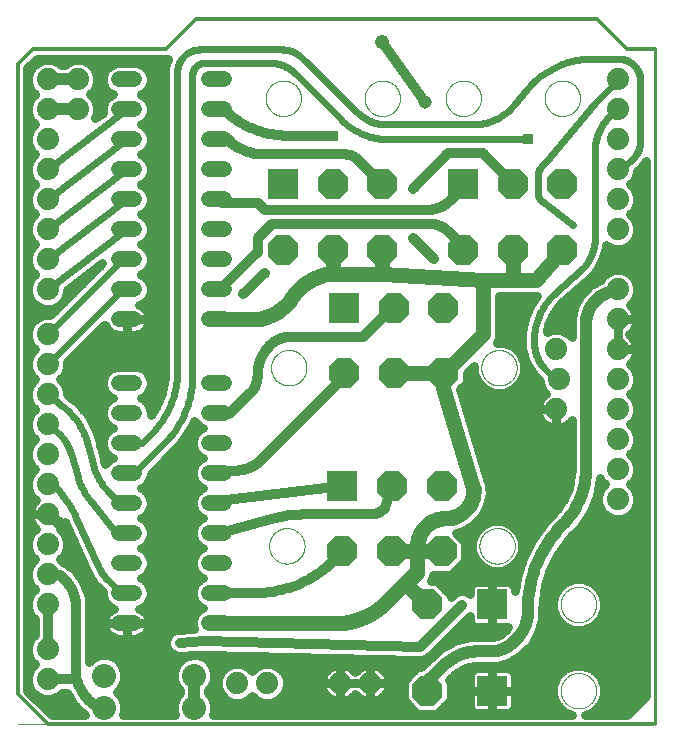
<source format=gtl>
G75*
%MOIN*%
%OFA0B0*%
%FSLAX25Y25*%
%IPPOS*%
%LPD*%
%AMOC8*
5,1,8,0,0,1.08239X$1,22.5*
%
%ADD10C,0.00000*%
%ADD11C,0.01000*%
%ADD12C,0.01200*%
%ADD13C,0.07400*%
%ADD14C,0.08000*%
%ADD15C,0.05200*%
%ADD16OC8,0.10000*%
%ADD17R,0.10000X0.10000*%
%ADD18C,0.02400*%
%ADD19C,0.03000*%
%ADD20C,0.04000*%
%ADD21R,0.03562X0.03562*%
%ADD22C,0.03200*%
%ADD23C,0.04800*%
%ADD24C,0.04500*%
%ADD25C,0.02700*%
%ADD26C,0.05600*%
%ADD27C,0.05000*%
%ADD28C,0.02200*%
D10*
X0005000Y0005000D02*
X0015000Y0005000D01*
X0208701Y0005000D01*
X0185959Y0016250D02*
X0185961Y0016403D01*
X0185967Y0016557D01*
X0185977Y0016710D01*
X0185991Y0016862D01*
X0186009Y0017015D01*
X0186031Y0017166D01*
X0186056Y0017317D01*
X0186086Y0017468D01*
X0186120Y0017618D01*
X0186157Y0017766D01*
X0186198Y0017914D01*
X0186243Y0018060D01*
X0186292Y0018206D01*
X0186345Y0018350D01*
X0186401Y0018492D01*
X0186461Y0018633D01*
X0186525Y0018773D01*
X0186592Y0018911D01*
X0186663Y0019047D01*
X0186738Y0019181D01*
X0186815Y0019313D01*
X0186897Y0019443D01*
X0186981Y0019571D01*
X0187069Y0019697D01*
X0187160Y0019820D01*
X0187254Y0019941D01*
X0187352Y0020059D01*
X0187452Y0020175D01*
X0187556Y0020288D01*
X0187662Y0020399D01*
X0187771Y0020507D01*
X0187883Y0020612D01*
X0187997Y0020713D01*
X0188115Y0020812D01*
X0188234Y0020908D01*
X0188356Y0021001D01*
X0188481Y0021090D01*
X0188608Y0021177D01*
X0188737Y0021259D01*
X0188868Y0021339D01*
X0189001Y0021415D01*
X0189136Y0021488D01*
X0189273Y0021557D01*
X0189412Y0021622D01*
X0189552Y0021684D01*
X0189694Y0021742D01*
X0189837Y0021797D01*
X0189982Y0021848D01*
X0190128Y0021895D01*
X0190275Y0021938D01*
X0190423Y0021977D01*
X0190572Y0022013D01*
X0190722Y0022044D01*
X0190873Y0022072D01*
X0191024Y0022096D01*
X0191177Y0022116D01*
X0191329Y0022132D01*
X0191482Y0022144D01*
X0191635Y0022152D01*
X0191788Y0022156D01*
X0191942Y0022156D01*
X0192095Y0022152D01*
X0192248Y0022144D01*
X0192401Y0022132D01*
X0192553Y0022116D01*
X0192706Y0022096D01*
X0192857Y0022072D01*
X0193008Y0022044D01*
X0193158Y0022013D01*
X0193307Y0021977D01*
X0193455Y0021938D01*
X0193602Y0021895D01*
X0193748Y0021848D01*
X0193893Y0021797D01*
X0194036Y0021742D01*
X0194178Y0021684D01*
X0194318Y0021622D01*
X0194457Y0021557D01*
X0194594Y0021488D01*
X0194729Y0021415D01*
X0194862Y0021339D01*
X0194993Y0021259D01*
X0195122Y0021177D01*
X0195249Y0021090D01*
X0195374Y0021001D01*
X0195496Y0020908D01*
X0195615Y0020812D01*
X0195733Y0020713D01*
X0195847Y0020612D01*
X0195959Y0020507D01*
X0196068Y0020399D01*
X0196174Y0020288D01*
X0196278Y0020175D01*
X0196378Y0020059D01*
X0196476Y0019941D01*
X0196570Y0019820D01*
X0196661Y0019697D01*
X0196749Y0019571D01*
X0196833Y0019443D01*
X0196915Y0019313D01*
X0196992Y0019181D01*
X0197067Y0019047D01*
X0197138Y0018911D01*
X0197205Y0018773D01*
X0197269Y0018633D01*
X0197329Y0018492D01*
X0197385Y0018350D01*
X0197438Y0018206D01*
X0197487Y0018060D01*
X0197532Y0017914D01*
X0197573Y0017766D01*
X0197610Y0017618D01*
X0197644Y0017468D01*
X0197674Y0017317D01*
X0197699Y0017166D01*
X0197721Y0017015D01*
X0197739Y0016862D01*
X0197753Y0016710D01*
X0197763Y0016557D01*
X0197769Y0016403D01*
X0197771Y0016250D01*
X0197769Y0016097D01*
X0197763Y0015943D01*
X0197753Y0015790D01*
X0197739Y0015638D01*
X0197721Y0015485D01*
X0197699Y0015334D01*
X0197674Y0015183D01*
X0197644Y0015032D01*
X0197610Y0014882D01*
X0197573Y0014734D01*
X0197532Y0014586D01*
X0197487Y0014440D01*
X0197438Y0014294D01*
X0197385Y0014150D01*
X0197329Y0014008D01*
X0197269Y0013867D01*
X0197205Y0013727D01*
X0197138Y0013589D01*
X0197067Y0013453D01*
X0196992Y0013319D01*
X0196915Y0013187D01*
X0196833Y0013057D01*
X0196749Y0012929D01*
X0196661Y0012803D01*
X0196570Y0012680D01*
X0196476Y0012559D01*
X0196378Y0012441D01*
X0196278Y0012325D01*
X0196174Y0012212D01*
X0196068Y0012101D01*
X0195959Y0011993D01*
X0195847Y0011888D01*
X0195733Y0011787D01*
X0195615Y0011688D01*
X0195496Y0011592D01*
X0195374Y0011499D01*
X0195249Y0011410D01*
X0195122Y0011323D01*
X0194993Y0011241D01*
X0194862Y0011161D01*
X0194729Y0011085D01*
X0194594Y0011012D01*
X0194457Y0010943D01*
X0194318Y0010878D01*
X0194178Y0010816D01*
X0194036Y0010758D01*
X0193893Y0010703D01*
X0193748Y0010652D01*
X0193602Y0010605D01*
X0193455Y0010562D01*
X0193307Y0010523D01*
X0193158Y0010487D01*
X0193008Y0010456D01*
X0192857Y0010428D01*
X0192706Y0010404D01*
X0192553Y0010384D01*
X0192401Y0010368D01*
X0192248Y0010356D01*
X0192095Y0010348D01*
X0191942Y0010344D01*
X0191788Y0010344D01*
X0191635Y0010348D01*
X0191482Y0010356D01*
X0191329Y0010368D01*
X0191177Y0010384D01*
X0191024Y0010404D01*
X0190873Y0010428D01*
X0190722Y0010456D01*
X0190572Y0010487D01*
X0190423Y0010523D01*
X0190275Y0010562D01*
X0190128Y0010605D01*
X0189982Y0010652D01*
X0189837Y0010703D01*
X0189694Y0010758D01*
X0189552Y0010816D01*
X0189412Y0010878D01*
X0189273Y0010943D01*
X0189136Y0011012D01*
X0189001Y0011085D01*
X0188868Y0011161D01*
X0188737Y0011241D01*
X0188608Y0011323D01*
X0188481Y0011410D01*
X0188356Y0011499D01*
X0188234Y0011592D01*
X0188115Y0011688D01*
X0187997Y0011787D01*
X0187883Y0011888D01*
X0187771Y0011993D01*
X0187662Y0012101D01*
X0187556Y0012212D01*
X0187452Y0012325D01*
X0187352Y0012441D01*
X0187254Y0012559D01*
X0187160Y0012680D01*
X0187069Y0012803D01*
X0186981Y0012929D01*
X0186897Y0013057D01*
X0186815Y0013187D01*
X0186738Y0013319D01*
X0186663Y0013453D01*
X0186592Y0013589D01*
X0186525Y0013727D01*
X0186461Y0013867D01*
X0186401Y0014008D01*
X0186345Y0014150D01*
X0186292Y0014294D01*
X0186243Y0014440D01*
X0186198Y0014586D01*
X0186157Y0014734D01*
X0186120Y0014882D01*
X0186086Y0015032D01*
X0186056Y0015183D01*
X0186031Y0015334D01*
X0186009Y0015485D01*
X0185991Y0015638D01*
X0185977Y0015790D01*
X0185967Y0015943D01*
X0185961Y0016097D01*
X0185959Y0016250D01*
X0185959Y0045000D02*
X0185961Y0045153D01*
X0185967Y0045307D01*
X0185977Y0045460D01*
X0185991Y0045612D01*
X0186009Y0045765D01*
X0186031Y0045916D01*
X0186056Y0046067D01*
X0186086Y0046218D01*
X0186120Y0046368D01*
X0186157Y0046516D01*
X0186198Y0046664D01*
X0186243Y0046810D01*
X0186292Y0046956D01*
X0186345Y0047100D01*
X0186401Y0047242D01*
X0186461Y0047383D01*
X0186525Y0047523D01*
X0186592Y0047661D01*
X0186663Y0047797D01*
X0186738Y0047931D01*
X0186815Y0048063D01*
X0186897Y0048193D01*
X0186981Y0048321D01*
X0187069Y0048447D01*
X0187160Y0048570D01*
X0187254Y0048691D01*
X0187352Y0048809D01*
X0187452Y0048925D01*
X0187556Y0049038D01*
X0187662Y0049149D01*
X0187771Y0049257D01*
X0187883Y0049362D01*
X0187997Y0049463D01*
X0188115Y0049562D01*
X0188234Y0049658D01*
X0188356Y0049751D01*
X0188481Y0049840D01*
X0188608Y0049927D01*
X0188737Y0050009D01*
X0188868Y0050089D01*
X0189001Y0050165D01*
X0189136Y0050238D01*
X0189273Y0050307D01*
X0189412Y0050372D01*
X0189552Y0050434D01*
X0189694Y0050492D01*
X0189837Y0050547D01*
X0189982Y0050598D01*
X0190128Y0050645D01*
X0190275Y0050688D01*
X0190423Y0050727D01*
X0190572Y0050763D01*
X0190722Y0050794D01*
X0190873Y0050822D01*
X0191024Y0050846D01*
X0191177Y0050866D01*
X0191329Y0050882D01*
X0191482Y0050894D01*
X0191635Y0050902D01*
X0191788Y0050906D01*
X0191942Y0050906D01*
X0192095Y0050902D01*
X0192248Y0050894D01*
X0192401Y0050882D01*
X0192553Y0050866D01*
X0192706Y0050846D01*
X0192857Y0050822D01*
X0193008Y0050794D01*
X0193158Y0050763D01*
X0193307Y0050727D01*
X0193455Y0050688D01*
X0193602Y0050645D01*
X0193748Y0050598D01*
X0193893Y0050547D01*
X0194036Y0050492D01*
X0194178Y0050434D01*
X0194318Y0050372D01*
X0194457Y0050307D01*
X0194594Y0050238D01*
X0194729Y0050165D01*
X0194862Y0050089D01*
X0194993Y0050009D01*
X0195122Y0049927D01*
X0195249Y0049840D01*
X0195374Y0049751D01*
X0195496Y0049658D01*
X0195615Y0049562D01*
X0195733Y0049463D01*
X0195847Y0049362D01*
X0195959Y0049257D01*
X0196068Y0049149D01*
X0196174Y0049038D01*
X0196278Y0048925D01*
X0196378Y0048809D01*
X0196476Y0048691D01*
X0196570Y0048570D01*
X0196661Y0048447D01*
X0196749Y0048321D01*
X0196833Y0048193D01*
X0196915Y0048063D01*
X0196992Y0047931D01*
X0197067Y0047797D01*
X0197138Y0047661D01*
X0197205Y0047523D01*
X0197269Y0047383D01*
X0197329Y0047242D01*
X0197385Y0047100D01*
X0197438Y0046956D01*
X0197487Y0046810D01*
X0197532Y0046664D01*
X0197573Y0046516D01*
X0197610Y0046368D01*
X0197644Y0046218D01*
X0197674Y0046067D01*
X0197699Y0045916D01*
X0197721Y0045765D01*
X0197739Y0045612D01*
X0197753Y0045460D01*
X0197763Y0045307D01*
X0197769Y0045153D01*
X0197771Y0045000D01*
X0197769Y0044847D01*
X0197763Y0044693D01*
X0197753Y0044540D01*
X0197739Y0044388D01*
X0197721Y0044235D01*
X0197699Y0044084D01*
X0197674Y0043933D01*
X0197644Y0043782D01*
X0197610Y0043632D01*
X0197573Y0043484D01*
X0197532Y0043336D01*
X0197487Y0043190D01*
X0197438Y0043044D01*
X0197385Y0042900D01*
X0197329Y0042758D01*
X0197269Y0042617D01*
X0197205Y0042477D01*
X0197138Y0042339D01*
X0197067Y0042203D01*
X0196992Y0042069D01*
X0196915Y0041937D01*
X0196833Y0041807D01*
X0196749Y0041679D01*
X0196661Y0041553D01*
X0196570Y0041430D01*
X0196476Y0041309D01*
X0196378Y0041191D01*
X0196278Y0041075D01*
X0196174Y0040962D01*
X0196068Y0040851D01*
X0195959Y0040743D01*
X0195847Y0040638D01*
X0195733Y0040537D01*
X0195615Y0040438D01*
X0195496Y0040342D01*
X0195374Y0040249D01*
X0195249Y0040160D01*
X0195122Y0040073D01*
X0194993Y0039991D01*
X0194862Y0039911D01*
X0194729Y0039835D01*
X0194594Y0039762D01*
X0194457Y0039693D01*
X0194318Y0039628D01*
X0194178Y0039566D01*
X0194036Y0039508D01*
X0193893Y0039453D01*
X0193748Y0039402D01*
X0193602Y0039355D01*
X0193455Y0039312D01*
X0193307Y0039273D01*
X0193158Y0039237D01*
X0193008Y0039206D01*
X0192857Y0039178D01*
X0192706Y0039154D01*
X0192553Y0039134D01*
X0192401Y0039118D01*
X0192248Y0039106D01*
X0192095Y0039098D01*
X0191942Y0039094D01*
X0191788Y0039094D01*
X0191635Y0039098D01*
X0191482Y0039106D01*
X0191329Y0039118D01*
X0191177Y0039134D01*
X0191024Y0039154D01*
X0190873Y0039178D01*
X0190722Y0039206D01*
X0190572Y0039237D01*
X0190423Y0039273D01*
X0190275Y0039312D01*
X0190128Y0039355D01*
X0189982Y0039402D01*
X0189837Y0039453D01*
X0189694Y0039508D01*
X0189552Y0039566D01*
X0189412Y0039628D01*
X0189273Y0039693D01*
X0189136Y0039762D01*
X0189001Y0039835D01*
X0188868Y0039911D01*
X0188737Y0039991D01*
X0188608Y0040073D01*
X0188481Y0040160D01*
X0188356Y0040249D01*
X0188234Y0040342D01*
X0188115Y0040438D01*
X0187997Y0040537D01*
X0187883Y0040638D01*
X0187771Y0040743D01*
X0187662Y0040851D01*
X0187556Y0040962D01*
X0187452Y0041075D01*
X0187352Y0041191D01*
X0187254Y0041309D01*
X0187160Y0041430D01*
X0187069Y0041553D01*
X0186981Y0041679D01*
X0186897Y0041807D01*
X0186815Y0041937D01*
X0186738Y0042069D01*
X0186663Y0042203D01*
X0186592Y0042339D01*
X0186525Y0042477D01*
X0186461Y0042617D01*
X0186401Y0042758D01*
X0186345Y0042900D01*
X0186292Y0043044D01*
X0186243Y0043190D01*
X0186198Y0043336D01*
X0186157Y0043484D01*
X0186120Y0043632D01*
X0186086Y0043782D01*
X0186056Y0043933D01*
X0186031Y0044084D01*
X0186009Y0044235D01*
X0185991Y0044388D01*
X0185977Y0044540D01*
X0185967Y0044693D01*
X0185961Y0044847D01*
X0185959Y0045000D01*
X0158848Y0064532D02*
X0158850Y0064685D01*
X0158856Y0064839D01*
X0158866Y0064992D01*
X0158880Y0065144D01*
X0158898Y0065297D01*
X0158920Y0065448D01*
X0158945Y0065599D01*
X0158975Y0065750D01*
X0159009Y0065900D01*
X0159046Y0066048D01*
X0159087Y0066196D01*
X0159132Y0066342D01*
X0159181Y0066488D01*
X0159234Y0066632D01*
X0159290Y0066774D01*
X0159350Y0066915D01*
X0159414Y0067055D01*
X0159481Y0067193D01*
X0159552Y0067329D01*
X0159627Y0067463D01*
X0159704Y0067595D01*
X0159786Y0067725D01*
X0159870Y0067853D01*
X0159958Y0067979D01*
X0160049Y0068102D01*
X0160143Y0068223D01*
X0160241Y0068341D01*
X0160341Y0068457D01*
X0160445Y0068570D01*
X0160551Y0068681D01*
X0160660Y0068789D01*
X0160772Y0068894D01*
X0160886Y0068995D01*
X0161004Y0069094D01*
X0161123Y0069190D01*
X0161245Y0069283D01*
X0161370Y0069372D01*
X0161497Y0069459D01*
X0161626Y0069541D01*
X0161757Y0069621D01*
X0161890Y0069697D01*
X0162025Y0069770D01*
X0162162Y0069839D01*
X0162301Y0069904D01*
X0162441Y0069966D01*
X0162583Y0070024D01*
X0162726Y0070079D01*
X0162871Y0070130D01*
X0163017Y0070177D01*
X0163164Y0070220D01*
X0163312Y0070259D01*
X0163461Y0070295D01*
X0163611Y0070326D01*
X0163762Y0070354D01*
X0163913Y0070378D01*
X0164066Y0070398D01*
X0164218Y0070414D01*
X0164371Y0070426D01*
X0164524Y0070434D01*
X0164677Y0070438D01*
X0164831Y0070438D01*
X0164984Y0070434D01*
X0165137Y0070426D01*
X0165290Y0070414D01*
X0165442Y0070398D01*
X0165595Y0070378D01*
X0165746Y0070354D01*
X0165897Y0070326D01*
X0166047Y0070295D01*
X0166196Y0070259D01*
X0166344Y0070220D01*
X0166491Y0070177D01*
X0166637Y0070130D01*
X0166782Y0070079D01*
X0166925Y0070024D01*
X0167067Y0069966D01*
X0167207Y0069904D01*
X0167346Y0069839D01*
X0167483Y0069770D01*
X0167618Y0069697D01*
X0167751Y0069621D01*
X0167882Y0069541D01*
X0168011Y0069459D01*
X0168138Y0069372D01*
X0168263Y0069283D01*
X0168385Y0069190D01*
X0168504Y0069094D01*
X0168622Y0068995D01*
X0168736Y0068894D01*
X0168848Y0068789D01*
X0168957Y0068681D01*
X0169063Y0068570D01*
X0169167Y0068457D01*
X0169267Y0068341D01*
X0169365Y0068223D01*
X0169459Y0068102D01*
X0169550Y0067979D01*
X0169638Y0067853D01*
X0169722Y0067725D01*
X0169804Y0067595D01*
X0169881Y0067463D01*
X0169956Y0067329D01*
X0170027Y0067193D01*
X0170094Y0067055D01*
X0170158Y0066915D01*
X0170218Y0066774D01*
X0170274Y0066632D01*
X0170327Y0066488D01*
X0170376Y0066342D01*
X0170421Y0066196D01*
X0170462Y0066048D01*
X0170499Y0065900D01*
X0170533Y0065750D01*
X0170563Y0065599D01*
X0170588Y0065448D01*
X0170610Y0065297D01*
X0170628Y0065144D01*
X0170642Y0064992D01*
X0170652Y0064839D01*
X0170658Y0064685D01*
X0170660Y0064532D01*
X0170658Y0064379D01*
X0170652Y0064225D01*
X0170642Y0064072D01*
X0170628Y0063920D01*
X0170610Y0063767D01*
X0170588Y0063616D01*
X0170563Y0063465D01*
X0170533Y0063314D01*
X0170499Y0063164D01*
X0170462Y0063016D01*
X0170421Y0062868D01*
X0170376Y0062722D01*
X0170327Y0062576D01*
X0170274Y0062432D01*
X0170218Y0062290D01*
X0170158Y0062149D01*
X0170094Y0062009D01*
X0170027Y0061871D01*
X0169956Y0061735D01*
X0169881Y0061601D01*
X0169804Y0061469D01*
X0169722Y0061339D01*
X0169638Y0061211D01*
X0169550Y0061085D01*
X0169459Y0060962D01*
X0169365Y0060841D01*
X0169267Y0060723D01*
X0169167Y0060607D01*
X0169063Y0060494D01*
X0168957Y0060383D01*
X0168848Y0060275D01*
X0168736Y0060170D01*
X0168622Y0060069D01*
X0168504Y0059970D01*
X0168385Y0059874D01*
X0168263Y0059781D01*
X0168138Y0059692D01*
X0168011Y0059605D01*
X0167882Y0059523D01*
X0167751Y0059443D01*
X0167618Y0059367D01*
X0167483Y0059294D01*
X0167346Y0059225D01*
X0167207Y0059160D01*
X0167067Y0059098D01*
X0166925Y0059040D01*
X0166782Y0058985D01*
X0166637Y0058934D01*
X0166491Y0058887D01*
X0166344Y0058844D01*
X0166196Y0058805D01*
X0166047Y0058769D01*
X0165897Y0058738D01*
X0165746Y0058710D01*
X0165595Y0058686D01*
X0165442Y0058666D01*
X0165290Y0058650D01*
X0165137Y0058638D01*
X0164984Y0058630D01*
X0164831Y0058626D01*
X0164677Y0058626D01*
X0164524Y0058630D01*
X0164371Y0058638D01*
X0164218Y0058650D01*
X0164066Y0058666D01*
X0163913Y0058686D01*
X0163762Y0058710D01*
X0163611Y0058738D01*
X0163461Y0058769D01*
X0163312Y0058805D01*
X0163164Y0058844D01*
X0163017Y0058887D01*
X0162871Y0058934D01*
X0162726Y0058985D01*
X0162583Y0059040D01*
X0162441Y0059098D01*
X0162301Y0059160D01*
X0162162Y0059225D01*
X0162025Y0059294D01*
X0161890Y0059367D01*
X0161757Y0059443D01*
X0161626Y0059523D01*
X0161497Y0059605D01*
X0161370Y0059692D01*
X0161245Y0059781D01*
X0161123Y0059874D01*
X0161004Y0059970D01*
X0160886Y0060069D01*
X0160772Y0060170D01*
X0160660Y0060275D01*
X0160551Y0060383D01*
X0160445Y0060494D01*
X0160341Y0060607D01*
X0160241Y0060723D01*
X0160143Y0060841D01*
X0160049Y0060962D01*
X0159958Y0061085D01*
X0159870Y0061211D01*
X0159786Y0061339D01*
X0159704Y0061469D01*
X0159627Y0061601D01*
X0159552Y0061735D01*
X0159481Y0061871D01*
X0159414Y0062009D01*
X0159350Y0062149D01*
X0159290Y0062290D01*
X0159234Y0062432D01*
X0159181Y0062576D01*
X0159132Y0062722D01*
X0159087Y0062868D01*
X0159046Y0063016D01*
X0159009Y0063164D01*
X0158975Y0063314D01*
X0158945Y0063465D01*
X0158920Y0063616D01*
X0158898Y0063767D01*
X0158880Y0063920D01*
X0158866Y0064072D01*
X0158856Y0064225D01*
X0158850Y0064379D01*
X0158848Y0064532D01*
X0159473Y0123907D02*
X0159475Y0124060D01*
X0159481Y0124214D01*
X0159491Y0124367D01*
X0159505Y0124519D01*
X0159523Y0124672D01*
X0159545Y0124823D01*
X0159570Y0124974D01*
X0159600Y0125125D01*
X0159634Y0125275D01*
X0159671Y0125423D01*
X0159712Y0125571D01*
X0159757Y0125717D01*
X0159806Y0125863D01*
X0159859Y0126007D01*
X0159915Y0126149D01*
X0159975Y0126290D01*
X0160039Y0126430D01*
X0160106Y0126568D01*
X0160177Y0126704D01*
X0160252Y0126838D01*
X0160329Y0126970D01*
X0160411Y0127100D01*
X0160495Y0127228D01*
X0160583Y0127354D01*
X0160674Y0127477D01*
X0160768Y0127598D01*
X0160866Y0127716D01*
X0160966Y0127832D01*
X0161070Y0127945D01*
X0161176Y0128056D01*
X0161285Y0128164D01*
X0161397Y0128269D01*
X0161511Y0128370D01*
X0161629Y0128469D01*
X0161748Y0128565D01*
X0161870Y0128658D01*
X0161995Y0128747D01*
X0162122Y0128834D01*
X0162251Y0128916D01*
X0162382Y0128996D01*
X0162515Y0129072D01*
X0162650Y0129145D01*
X0162787Y0129214D01*
X0162926Y0129279D01*
X0163066Y0129341D01*
X0163208Y0129399D01*
X0163351Y0129454D01*
X0163496Y0129505D01*
X0163642Y0129552D01*
X0163789Y0129595D01*
X0163937Y0129634D01*
X0164086Y0129670D01*
X0164236Y0129701D01*
X0164387Y0129729D01*
X0164538Y0129753D01*
X0164691Y0129773D01*
X0164843Y0129789D01*
X0164996Y0129801D01*
X0165149Y0129809D01*
X0165302Y0129813D01*
X0165456Y0129813D01*
X0165609Y0129809D01*
X0165762Y0129801D01*
X0165915Y0129789D01*
X0166067Y0129773D01*
X0166220Y0129753D01*
X0166371Y0129729D01*
X0166522Y0129701D01*
X0166672Y0129670D01*
X0166821Y0129634D01*
X0166969Y0129595D01*
X0167116Y0129552D01*
X0167262Y0129505D01*
X0167407Y0129454D01*
X0167550Y0129399D01*
X0167692Y0129341D01*
X0167832Y0129279D01*
X0167971Y0129214D01*
X0168108Y0129145D01*
X0168243Y0129072D01*
X0168376Y0128996D01*
X0168507Y0128916D01*
X0168636Y0128834D01*
X0168763Y0128747D01*
X0168888Y0128658D01*
X0169010Y0128565D01*
X0169129Y0128469D01*
X0169247Y0128370D01*
X0169361Y0128269D01*
X0169473Y0128164D01*
X0169582Y0128056D01*
X0169688Y0127945D01*
X0169792Y0127832D01*
X0169892Y0127716D01*
X0169990Y0127598D01*
X0170084Y0127477D01*
X0170175Y0127354D01*
X0170263Y0127228D01*
X0170347Y0127100D01*
X0170429Y0126970D01*
X0170506Y0126838D01*
X0170581Y0126704D01*
X0170652Y0126568D01*
X0170719Y0126430D01*
X0170783Y0126290D01*
X0170843Y0126149D01*
X0170899Y0126007D01*
X0170952Y0125863D01*
X0171001Y0125717D01*
X0171046Y0125571D01*
X0171087Y0125423D01*
X0171124Y0125275D01*
X0171158Y0125125D01*
X0171188Y0124974D01*
X0171213Y0124823D01*
X0171235Y0124672D01*
X0171253Y0124519D01*
X0171267Y0124367D01*
X0171277Y0124214D01*
X0171283Y0124060D01*
X0171285Y0123907D01*
X0171283Y0123754D01*
X0171277Y0123600D01*
X0171267Y0123447D01*
X0171253Y0123295D01*
X0171235Y0123142D01*
X0171213Y0122991D01*
X0171188Y0122840D01*
X0171158Y0122689D01*
X0171124Y0122539D01*
X0171087Y0122391D01*
X0171046Y0122243D01*
X0171001Y0122097D01*
X0170952Y0121951D01*
X0170899Y0121807D01*
X0170843Y0121665D01*
X0170783Y0121524D01*
X0170719Y0121384D01*
X0170652Y0121246D01*
X0170581Y0121110D01*
X0170506Y0120976D01*
X0170429Y0120844D01*
X0170347Y0120714D01*
X0170263Y0120586D01*
X0170175Y0120460D01*
X0170084Y0120337D01*
X0169990Y0120216D01*
X0169892Y0120098D01*
X0169792Y0119982D01*
X0169688Y0119869D01*
X0169582Y0119758D01*
X0169473Y0119650D01*
X0169361Y0119545D01*
X0169247Y0119444D01*
X0169129Y0119345D01*
X0169010Y0119249D01*
X0168888Y0119156D01*
X0168763Y0119067D01*
X0168636Y0118980D01*
X0168507Y0118898D01*
X0168376Y0118818D01*
X0168243Y0118742D01*
X0168108Y0118669D01*
X0167971Y0118600D01*
X0167832Y0118535D01*
X0167692Y0118473D01*
X0167550Y0118415D01*
X0167407Y0118360D01*
X0167262Y0118309D01*
X0167116Y0118262D01*
X0166969Y0118219D01*
X0166821Y0118180D01*
X0166672Y0118144D01*
X0166522Y0118113D01*
X0166371Y0118085D01*
X0166220Y0118061D01*
X0166067Y0118041D01*
X0165915Y0118025D01*
X0165762Y0118013D01*
X0165609Y0118005D01*
X0165456Y0118001D01*
X0165302Y0118001D01*
X0165149Y0118005D01*
X0164996Y0118013D01*
X0164843Y0118025D01*
X0164691Y0118041D01*
X0164538Y0118061D01*
X0164387Y0118085D01*
X0164236Y0118113D01*
X0164086Y0118144D01*
X0163937Y0118180D01*
X0163789Y0118219D01*
X0163642Y0118262D01*
X0163496Y0118309D01*
X0163351Y0118360D01*
X0163208Y0118415D01*
X0163066Y0118473D01*
X0162926Y0118535D01*
X0162787Y0118600D01*
X0162650Y0118669D01*
X0162515Y0118742D01*
X0162382Y0118818D01*
X0162251Y0118898D01*
X0162122Y0118980D01*
X0161995Y0119067D01*
X0161870Y0119156D01*
X0161748Y0119249D01*
X0161629Y0119345D01*
X0161511Y0119444D01*
X0161397Y0119545D01*
X0161285Y0119650D01*
X0161176Y0119758D01*
X0161070Y0119869D01*
X0160966Y0119982D01*
X0160866Y0120098D01*
X0160768Y0120216D01*
X0160674Y0120337D01*
X0160583Y0120460D01*
X0160495Y0120586D01*
X0160411Y0120714D01*
X0160329Y0120844D01*
X0160252Y0120976D01*
X0160177Y0121110D01*
X0160106Y0121246D01*
X0160039Y0121384D01*
X0159975Y0121524D01*
X0159915Y0121665D01*
X0159859Y0121807D01*
X0159806Y0121951D01*
X0159757Y0122097D01*
X0159712Y0122243D01*
X0159671Y0122391D01*
X0159634Y0122539D01*
X0159600Y0122689D01*
X0159570Y0122840D01*
X0159545Y0122991D01*
X0159523Y0123142D01*
X0159505Y0123295D01*
X0159491Y0123447D01*
X0159481Y0123600D01*
X0159475Y0123754D01*
X0159473Y0123907D01*
X0089394Y0123907D02*
X0089396Y0124060D01*
X0089402Y0124214D01*
X0089412Y0124367D01*
X0089426Y0124519D01*
X0089444Y0124672D01*
X0089466Y0124823D01*
X0089491Y0124974D01*
X0089521Y0125125D01*
X0089555Y0125275D01*
X0089592Y0125423D01*
X0089633Y0125571D01*
X0089678Y0125717D01*
X0089727Y0125863D01*
X0089780Y0126007D01*
X0089836Y0126149D01*
X0089896Y0126290D01*
X0089960Y0126430D01*
X0090027Y0126568D01*
X0090098Y0126704D01*
X0090173Y0126838D01*
X0090250Y0126970D01*
X0090332Y0127100D01*
X0090416Y0127228D01*
X0090504Y0127354D01*
X0090595Y0127477D01*
X0090689Y0127598D01*
X0090787Y0127716D01*
X0090887Y0127832D01*
X0090991Y0127945D01*
X0091097Y0128056D01*
X0091206Y0128164D01*
X0091318Y0128269D01*
X0091432Y0128370D01*
X0091550Y0128469D01*
X0091669Y0128565D01*
X0091791Y0128658D01*
X0091916Y0128747D01*
X0092043Y0128834D01*
X0092172Y0128916D01*
X0092303Y0128996D01*
X0092436Y0129072D01*
X0092571Y0129145D01*
X0092708Y0129214D01*
X0092847Y0129279D01*
X0092987Y0129341D01*
X0093129Y0129399D01*
X0093272Y0129454D01*
X0093417Y0129505D01*
X0093563Y0129552D01*
X0093710Y0129595D01*
X0093858Y0129634D01*
X0094007Y0129670D01*
X0094157Y0129701D01*
X0094308Y0129729D01*
X0094459Y0129753D01*
X0094612Y0129773D01*
X0094764Y0129789D01*
X0094917Y0129801D01*
X0095070Y0129809D01*
X0095223Y0129813D01*
X0095377Y0129813D01*
X0095530Y0129809D01*
X0095683Y0129801D01*
X0095836Y0129789D01*
X0095988Y0129773D01*
X0096141Y0129753D01*
X0096292Y0129729D01*
X0096443Y0129701D01*
X0096593Y0129670D01*
X0096742Y0129634D01*
X0096890Y0129595D01*
X0097037Y0129552D01*
X0097183Y0129505D01*
X0097328Y0129454D01*
X0097471Y0129399D01*
X0097613Y0129341D01*
X0097753Y0129279D01*
X0097892Y0129214D01*
X0098029Y0129145D01*
X0098164Y0129072D01*
X0098297Y0128996D01*
X0098428Y0128916D01*
X0098557Y0128834D01*
X0098684Y0128747D01*
X0098809Y0128658D01*
X0098931Y0128565D01*
X0099050Y0128469D01*
X0099168Y0128370D01*
X0099282Y0128269D01*
X0099394Y0128164D01*
X0099503Y0128056D01*
X0099609Y0127945D01*
X0099713Y0127832D01*
X0099813Y0127716D01*
X0099911Y0127598D01*
X0100005Y0127477D01*
X0100096Y0127354D01*
X0100184Y0127228D01*
X0100268Y0127100D01*
X0100350Y0126970D01*
X0100427Y0126838D01*
X0100502Y0126704D01*
X0100573Y0126568D01*
X0100640Y0126430D01*
X0100704Y0126290D01*
X0100764Y0126149D01*
X0100820Y0126007D01*
X0100873Y0125863D01*
X0100922Y0125717D01*
X0100967Y0125571D01*
X0101008Y0125423D01*
X0101045Y0125275D01*
X0101079Y0125125D01*
X0101109Y0124974D01*
X0101134Y0124823D01*
X0101156Y0124672D01*
X0101174Y0124519D01*
X0101188Y0124367D01*
X0101198Y0124214D01*
X0101204Y0124060D01*
X0101206Y0123907D01*
X0101204Y0123754D01*
X0101198Y0123600D01*
X0101188Y0123447D01*
X0101174Y0123295D01*
X0101156Y0123142D01*
X0101134Y0122991D01*
X0101109Y0122840D01*
X0101079Y0122689D01*
X0101045Y0122539D01*
X0101008Y0122391D01*
X0100967Y0122243D01*
X0100922Y0122097D01*
X0100873Y0121951D01*
X0100820Y0121807D01*
X0100764Y0121665D01*
X0100704Y0121524D01*
X0100640Y0121384D01*
X0100573Y0121246D01*
X0100502Y0121110D01*
X0100427Y0120976D01*
X0100350Y0120844D01*
X0100268Y0120714D01*
X0100184Y0120586D01*
X0100096Y0120460D01*
X0100005Y0120337D01*
X0099911Y0120216D01*
X0099813Y0120098D01*
X0099713Y0119982D01*
X0099609Y0119869D01*
X0099503Y0119758D01*
X0099394Y0119650D01*
X0099282Y0119545D01*
X0099168Y0119444D01*
X0099050Y0119345D01*
X0098931Y0119249D01*
X0098809Y0119156D01*
X0098684Y0119067D01*
X0098557Y0118980D01*
X0098428Y0118898D01*
X0098297Y0118818D01*
X0098164Y0118742D01*
X0098029Y0118669D01*
X0097892Y0118600D01*
X0097753Y0118535D01*
X0097613Y0118473D01*
X0097471Y0118415D01*
X0097328Y0118360D01*
X0097183Y0118309D01*
X0097037Y0118262D01*
X0096890Y0118219D01*
X0096742Y0118180D01*
X0096593Y0118144D01*
X0096443Y0118113D01*
X0096292Y0118085D01*
X0096141Y0118061D01*
X0095988Y0118041D01*
X0095836Y0118025D01*
X0095683Y0118013D01*
X0095530Y0118005D01*
X0095377Y0118001D01*
X0095223Y0118001D01*
X0095070Y0118005D01*
X0094917Y0118013D01*
X0094764Y0118025D01*
X0094612Y0118041D01*
X0094459Y0118061D01*
X0094308Y0118085D01*
X0094157Y0118113D01*
X0094007Y0118144D01*
X0093858Y0118180D01*
X0093710Y0118219D01*
X0093563Y0118262D01*
X0093417Y0118309D01*
X0093272Y0118360D01*
X0093129Y0118415D01*
X0092987Y0118473D01*
X0092847Y0118535D01*
X0092708Y0118600D01*
X0092571Y0118669D01*
X0092436Y0118742D01*
X0092303Y0118818D01*
X0092172Y0118898D01*
X0092043Y0118980D01*
X0091916Y0119067D01*
X0091791Y0119156D01*
X0091669Y0119249D01*
X0091550Y0119345D01*
X0091432Y0119444D01*
X0091318Y0119545D01*
X0091206Y0119650D01*
X0091097Y0119758D01*
X0090991Y0119869D01*
X0090887Y0119982D01*
X0090787Y0120098D01*
X0090689Y0120216D01*
X0090595Y0120337D01*
X0090504Y0120460D01*
X0090416Y0120586D01*
X0090332Y0120714D01*
X0090250Y0120844D01*
X0090173Y0120976D01*
X0090098Y0121110D01*
X0090027Y0121246D01*
X0089960Y0121384D01*
X0089896Y0121524D01*
X0089836Y0121665D01*
X0089780Y0121807D01*
X0089727Y0121951D01*
X0089678Y0122097D01*
X0089633Y0122243D01*
X0089592Y0122391D01*
X0089555Y0122539D01*
X0089521Y0122689D01*
X0089491Y0122840D01*
X0089466Y0122991D01*
X0089444Y0123142D01*
X0089426Y0123295D01*
X0089412Y0123447D01*
X0089402Y0123600D01*
X0089396Y0123754D01*
X0089394Y0123907D01*
X0088769Y0064532D02*
X0088771Y0064685D01*
X0088777Y0064839D01*
X0088787Y0064992D01*
X0088801Y0065144D01*
X0088819Y0065297D01*
X0088841Y0065448D01*
X0088866Y0065599D01*
X0088896Y0065750D01*
X0088930Y0065900D01*
X0088967Y0066048D01*
X0089008Y0066196D01*
X0089053Y0066342D01*
X0089102Y0066488D01*
X0089155Y0066632D01*
X0089211Y0066774D01*
X0089271Y0066915D01*
X0089335Y0067055D01*
X0089402Y0067193D01*
X0089473Y0067329D01*
X0089548Y0067463D01*
X0089625Y0067595D01*
X0089707Y0067725D01*
X0089791Y0067853D01*
X0089879Y0067979D01*
X0089970Y0068102D01*
X0090064Y0068223D01*
X0090162Y0068341D01*
X0090262Y0068457D01*
X0090366Y0068570D01*
X0090472Y0068681D01*
X0090581Y0068789D01*
X0090693Y0068894D01*
X0090807Y0068995D01*
X0090925Y0069094D01*
X0091044Y0069190D01*
X0091166Y0069283D01*
X0091291Y0069372D01*
X0091418Y0069459D01*
X0091547Y0069541D01*
X0091678Y0069621D01*
X0091811Y0069697D01*
X0091946Y0069770D01*
X0092083Y0069839D01*
X0092222Y0069904D01*
X0092362Y0069966D01*
X0092504Y0070024D01*
X0092647Y0070079D01*
X0092792Y0070130D01*
X0092938Y0070177D01*
X0093085Y0070220D01*
X0093233Y0070259D01*
X0093382Y0070295D01*
X0093532Y0070326D01*
X0093683Y0070354D01*
X0093834Y0070378D01*
X0093987Y0070398D01*
X0094139Y0070414D01*
X0094292Y0070426D01*
X0094445Y0070434D01*
X0094598Y0070438D01*
X0094752Y0070438D01*
X0094905Y0070434D01*
X0095058Y0070426D01*
X0095211Y0070414D01*
X0095363Y0070398D01*
X0095516Y0070378D01*
X0095667Y0070354D01*
X0095818Y0070326D01*
X0095968Y0070295D01*
X0096117Y0070259D01*
X0096265Y0070220D01*
X0096412Y0070177D01*
X0096558Y0070130D01*
X0096703Y0070079D01*
X0096846Y0070024D01*
X0096988Y0069966D01*
X0097128Y0069904D01*
X0097267Y0069839D01*
X0097404Y0069770D01*
X0097539Y0069697D01*
X0097672Y0069621D01*
X0097803Y0069541D01*
X0097932Y0069459D01*
X0098059Y0069372D01*
X0098184Y0069283D01*
X0098306Y0069190D01*
X0098425Y0069094D01*
X0098543Y0068995D01*
X0098657Y0068894D01*
X0098769Y0068789D01*
X0098878Y0068681D01*
X0098984Y0068570D01*
X0099088Y0068457D01*
X0099188Y0068341D01*
X0099286Y0068223D01*
X0099380Y0068102D01*
X0099471Y0067979D01*
X0099559Y0067853D01*
X0099643Y0067725D01*
X0099725Y0067595D01*
X0099802Y0067463D01*
X0099877Y0067329D01*
X0099948Y0067193D01*
X0100015Y0067055D01*
X0100079Y0066915D01*
X0100139Y0066774D01*
X0100195Y0066632D01*
X0100248Y0066488D01*
X0100297Y0066342D01*
X0100342Y0066196D01*
X0100383Y0066048D01*
X0100420Y0065900D01*
X0100454Y0065750D01*
X0100484Y0065599D01*
X0100509Y0065448D01*
X0100531Y0065297D01*
X0100549Y0065144D01*
X0100563Y0064992D01*
X0100573Y0064839D01*
X0100579Y0064685D01*
X0100581Y0064532D01*
X0100579Y0064379D01*
X0100573Y0064225D01*
X0100563Y0064072D01*
X0100549Y0063920D01*
X0100531Y0063767D01*
X0100509Y0063616D01*
X0100484Y0063465D01*
X0100454Y0063314D01*
X0100420Y0063164D01*
X0100383Y0063016D01*
X0100342Y0062868D01*
X0100297Y0062722D01*
X0100248Y0062576D01*
X0100195Y0062432D01*
X0100139Y0062290D01*
X0100079Y0062149D01*
X0100015Y0062009D01*
X0099948Y0061871D01*
X0099877Y0061735D01*
X0099802Y0061601D01*
X0099725Y0061469D01*
X0099643Y0061339D01*
X0099559Y0061211D01*
X0099471Y0061085D01*
X0099380Y0060962D01*
X0099286Y0060841D01*
X0099188Y0060723D01*
X0099088Y0060607D01*
X0098984Y0060494D01*
X0098878Y0060383D01*
X0098769Y0060275D01*
X0098657Y0060170D01*
X0098543Y0060069D01*
X0098425Y0059970D01*
X0098306Y0059874D01*
X0098184Y0059781D01*
X0098059Y0059692D01*
X0097932Y0059605D01*
X0097803Y0059523D01*
X0097672Y0059443D01*
X0097539Y0059367D01*
X0097404Y0059294D01*
X0097267Y0059225D01*
X0097128Y0059160D01*
X0096988Y0059098D01*
X0096846Y0059040D01*
X0096703Y0058985D01*
X0096558Y0058934D01*
X0096412Y0058887D01*
X0096265Y0058844D01*
X0096117Y0058805D01*
X0095968Y0058769D01*
X0095818Y0058738D01*
X0095667Y0058710D01*
X0095516Y0058686D01*
X0095363Y0058666D01*
X0095211Y0058650D01*
X0095058Y0058638D01*
X0094905Y0058630D01*
X0094752Y0058626D01*
X0094598Y0058626D01*
X0094445Y0058630D01*
X0094292Y0058638D01*
X0094139Y0058650D01*
X0093987Y0058666D01*
X0093834Y0058686D01*
X0093683Y0058710D01*
X0093532Y0058738D01*
X0093382Y0058769D01*
X0093233Y0058805D01*
X0093085Y0058844D01*
X0092938Y0058887D01*
X0092792Y0058934D01*
X0092647Y0058985D01*
X0092504Y0059040D01*
X0092362Y0059098D01*
X0092222Y0059160D01*
X0092083Y0059225D01*
X0091946Y0059294D01*
X0091811Y0059367D01*
X0091678Y0059443D01*
X0091547Y0059523D01*
X0091418Y0059605D01*
X0091291Y0059692D01*
X0091166Y0059781D01*
X0091044Y0059874D01*
X0090925Y0059970D01*
X0090807Y0060069D01*
X0090693Y0060170D01*
X0090581Y0060275D01*
X0090472Y0060383D01*
X0090366Y0060494D01*
X0090262Y0060607D01*
X0090162Y0060723D01*
X0090064Y0060841D01*
X0089970Y0060962D01*
X0089879Y0061085D01*
X0089791Y0061211D01*
X0089707Y0061339D01*
X0089625Y0061469D01*
X0089548Y0061601D01*
X0089473Y0061735D01*
X0089402Y0061871D01*
X0089335Y0062009D01*
X0089271Y0062149D01*
X0089211Y0062290D01*
X0089155Y0062432D01*
X0089102Y0062576D01*
X0089053Y0062722D01*
X0089008Y0062868D01*
X0088967Y0063016D01*
X0088930Y0063164D01*
X0088896Y0063314D01*
X0088866Y0063465D01*
X0088841Y0063616D01*
X0088819Y0063767D01*
X0088801Y0063920D01*
X0088787Y0064072D01*
X0088777Y0064225D01*
X0088771Y0064379D01*
X0088769Y0064532D01*
X0087594Y0213740D02*
X0087596Y0213893D01*
X0087602Y0214047D01*
X0087612Y0214200D01*
X0087626Y0214352D01*
X0087644Y0214505D01*
X0087666Y0214656D01*
X0087691Y0214807D01*
X0087721Y0214958D01*
X0087755Y0215108D01*
X0087792Y0215256D01*
X0087833Y0215404D01*
X0087878Y0215550D01*
X0087927Y0215696D01*
X0087980Y0215840D01*
X0088036Y0215982D01*
X0088096Y0216123D01*
X0088160Y0216263D01*
X0088227Y0216401D01*
X0088298Y0216537D01*
X0088373Y0216671D01*
X0088450Y0216803D01*
X0088532Y0216933D01*
X0088616Y0217061D01*
X0088704Y0217187D01*
X0088795Y0217310D01*
X0088889Y0217431D01*
X0088987Y0217549D01*
X0089087Y0217665D01*
X0089191Y0217778D01*
X0089297Y0217889D01*
X0089406Y0217997D01*
X0089518Y0218102D01*
X0089632Y0218203D01*
X0089750Y0218302D01*
X0089869Y0218398D01*
X0089991Y0218491D01*
X0090116Y0218580D01*
X0090243Y0218667D01*
X0090372Y0218749D01*
X0090503Y0218829D01*
X0090636Y0218905D01*
X0090771Y0218978D01*
X0090908Y0219047D01*
X0091047Y0219112D01*
X0091187Y0219174D01*
X0091329Y0219232D01*
X0091472Y0219287D01*
X0091617Y0219338D01*
X0091763Y0219385D01*
X0091910Y0219428D01*
X0092058Y0219467D01*
X0092207Y0219503D01*
X0092357Y0219534D01*
X0092508Y0219562D01*
X0092659Y0219586D01*
X0092812Y0219606D01*
X0092964Y0219622D01*
X0093117Y0219634D01*
X0093270Y0219642D01*
X0093423Y0219646D01*
X0093577Y0219646D01*
X0093730Y0219642D01*
X0093883Y0219634D01*
X0094036Y0219622D01*
X0094188Y0219606D01*
X0094341Y0219586D01*
X0094492Y0219562D01*
X0094643Y0219534D01*
X0094793Y0219503D01*
X0094942Y0219467D01*
X0095090Y0219428D01*
X0095237Y0219385D01*
X0095383Y0219338D01*
X0095528Y0219287D01*
X0095671Y0219232D01*
X0095813Y0219174D01*
X0095953Y0219112D01*
X0096092Y0219047D01*
X0096229Y0218978D01*
X0096364Y0218905D01*
X0096497Y0218829D01*
X0096628Y0218749D01*
X0096757Y0218667D01*
X0096884Y0218580D01*
X0097009Y0218491D01*
X0097131Y0218398D01*
X0097250Y0218302D01*
X0097368Y0218203D01*
X0097482Y0218102D01*
X0097594Y0217997D01*
X0097703Y0217889D01*
X0097809Y0217778D01*
X0097913Y0217665D01*
X0098013Y0217549D01*
X0098111Y0217431D01*
X0098205Y0217310D01*
X0098296Y0217187D01*
X0098384Y0217061D01*
X0098468Y0216933D01*
X0098550Y0216803D01*
X0098627Y0216671D01*
X0098702Y0216537D01*
X0098773Y0216401D01*
X0098840Y0216263D01*
X0098904Y0216123D01*
X0098964Y0215982D01*
X0099020Y0215840D01*
X0099073Y0215696D01*
X0099122Y0215550D01*
X0099167Y0215404D01*
X0099208Y0215256D01*
X0099245Y0215108D01*
X0099279Y0214958D01*
X0099309Y0214807D01*
X0099334Y0214656D01*
X0099356Y0214505D01*
X0099374Y0214352D01*
X0099388Y0214200D01*
X0099398Y0214047D01*
X0099404Y0213893D01*
X0099406Y0213740D01*
X0099404Y0213587D01*
X0099398Y0213433D01*
X0099388Y0213280D01*
X0099374Y0213128D01*
X0099356Y0212975D01*
X0099334Y0212824D01*
X0099309Y0212673D01*
X0099279Y0212522D01*
X0099245Y0212372D01*
X0099208Y0212224D01*
X0099167Y0212076D01*
X0099122Y0211930D01*
X0099073Y0211784D01*
X0099020Y0211640D01*
X0098964Y0211498D01*
X0098904Y0211357D01*
X0098840Y0211217D01*
X0098773Y0211079D01*
X0098702Y0210943D01*
X0098627Y0210809D01*
X0098550Y0210677D01*
X0098468Y0210547D01*
X0098384Y0210419D01*
X0098296Y0210293D01*
X0098205Y0210170D01*
X0098111Y0210049D01*
X0098013Y0209931D01*
X0097913Y0209815D01*
X0097809Y0209702D01*
X0097703Y0209591D01*
X0097594Y0209483D01*
X0097482Y0209378D01*
X0097368Y0209277D01*
X0097250Y0209178D01*
X0097131Y0209082D01*
X0097009Y0208989D01*
X0096884Y0208900D01*
X0096757Y0208813D01*
X0096628Y0208731D01*
X0096497Y0208651D01*
X0096364Y0208575D01*
X0096229Y0208502D01*
X0096092Y0208433D01*
X0095953Y0208368D01*
X0095813Y0208306D01*
X0095671Y0208248D01*
X0095528Y0208193D01*
X0095383Y0208142D01*
X0095237Y0208095D01*
X0095090Y0208052D01*
X0094942Y0208013D01*
X0094793Y0207977D01*
X0094643Y0207946D01*
X0094492Y0207918D01*
X0094341Y0207894D01*
X0094188Y0207874D01*
X0094036Y0207858D01*
X0093883Y0207846D01*
X0093730Y0207838D01*
X0093577Y0207834D01*
X0093423Y0207834D01*
X0093270Y0207838D01*
X0093117Y0207846D01*
X0092964Y0207858D01*
X0092812Y0207874D01*
X0092659Y0207894D01*
X0092508Y0207918D01*
X0092357Y0207946D01*
X0092207Y0207977D01*
X0092058Y0208013D01*
X0091910Y0208052D01*
X0091763Y0208095D01*
X0091617Y0208142D01*
X0091472Y0208193D01*
X0091329Y0208248D01*
X0091187Y0208306D01*
X0091047Y0208368D01*
X0090908Y0208433D01*
X0090771Y0208502D01*
X0090636Y0208575D01*
X0090503Y0208651D01*
X0090372Y0208731D01*
X0090243Y0208813D01*
X0090116Y0208900D01*
X0089991Y0208989D01*
X0089869Y0209082D01*
X0089750Y0209178D01*
X0089632Y0209277D01*
X0089518Y0209378D01*
X0089406Y0209483D01*
X0089297Y0209591D01*
X0089191Y0209702D01*
X0089087Y0209815D01*
X0088987Y0209931D01*
X0088889Y0210049D01*
X0088795Y0210170D01*
X0088704Y0210293D01*
X0088616Y0210419D01*
X0088532Y0210547D01*
X0088450Y0210677D01*
X0088373Y0210809D01*
X0088298Y0210943D01*
X0088227Y0211079D01*
X0088160Y0211217D01*
X0088096Y0211357D01*
X0088036Y0211498D01*
X0087980Y0211640D01*
X0087927Y0211784D01*
X0087878Y0211930D01*
X0087833Y0212076D01*
X0087792Y0212224D01*
X0087755Y0212372D01*
X0087721Y0212522D01*
X0087691Y0212673D01*
X0087666Y0212824D01*
X0087644Y0212975D01*
X0087626Y0213128D01*
X0087612Y0213280D01*
X0087602Y0213433D01*
X0087596Y0213587D01*
X0087594Y0213740D01*
X0120594Y0213740D02*
X0120596Y0213893D01*
X0120602Y0214047D01*
X0120612Y0214200D01*
X0120626Y0214352D01*
X0120644Y0214505D01*
X0120666Y0214656D01*
X0120691Y0214807D01*
X0120721Y0214958D01*
X0120755Y0215108D01*
X0120792Y0215256D01*
X0120833Y0215404D01*
X0120878Y0215550D01*
X0120927Y0215696D01*
X0120980Y0215840D01*
X0121036Y0215982D01*
X0121096Y0216123D01*
X0121160Y0216263D01*
X0121227Y0216401D01*
X0121298Y0216537D01*
X0121373Y0216671D01*
X0121450Y0216803D01*
X0121532Y0216933D01*
X0121616Y0217061D01*
X0121704Y0217187D01*
X0121795Y0217310D01*
X0121889Y0217431D01*
X0121987Y0217549D01*
X0122087Y0217665D01*
X0122191Y0217778D01*
X0122297Y0217889D01*
X0122406Y0217997D01*
X0122518Y0218102D01*
X0122632Y0218203D01*
X0122750Y0218302D01*
X0122869Y0218398D01*
X0122991Y0218491D01*
X0123116Y0218580D01*
X0123243Y0218667D01*
X0123372Y0218749D01*
X0123503Y0218829D01*
X0123636Y0218905D01*
X0123771Y0218978D01*
X0123908Y0219047D01*
X0124047Y0219112D01*
X0124187Y0219174D01*
X0124329Y0219232D01*
X0124472Y0219287D01*
X0124617Y0219338D01*
X0124763Y0219385D01*
X0124910Y0219428D01*
X0125058Y0219467D01*
X0125207Y0219503D01*
X0125357Y0219534D01*
X0125508Y0219562D01*
X0125659Y0219586D01*
X0125812Y0219606D01*
X0125964Y0219622D01*
X0126117Y0219634D01*
X0126270Y0219642D01*
X0126423Y0219646D01*
X0126577Y0219646D01*
X0126730Y0219642D01*
X0126883Y0219634D01*
X0127036Y0219622D01*
X0127188Y0219606D01*
X0127341Y0219586D01*
X0127492Y0219562D01*
X0127643Y0219534D01*
X0127793Y0219503D01*
X0127942Y0219467D01*
X0128090Y0219428D01*
X0128237Y0219385D01*
X0128383Y0219338D01*
X0128528Y0219287D01*
X0128671Y0219232D01*
X0128813Y0219174D01*
X0128953Y0219112D01*
X0129092Y0219047D01*
X0129229Y0218978D01*
X0129364Y0218905D01*
X0129497Y0218829D01*
X0129628Y0218749D01*
X0129757Y0218667D01*
X0129884Y0218580D01*
X0130009Y0218491D01*
X0130131Y0218398D01*
X0130250Y0218302D01*
X0130368Y0218203D01*
X0130482Y0218102D01*
X0130594Y0217997D01*
X0130703Y0217889D01*
X0130809Y0217778D01*
X0130913Y0217665D01*
X0131013Y0217549D01*
X0131111Y0217431D01*
X0131205Y0217310D01*
X0131296Y0217187D01*
X0131384Y0217061D01*
X0131468Y0216933D01*
X0131550Y0216803D01*
X0131627Y0216671D01*
X0131702Y0216537D01*
X0131773Y0216401D01*
X0131840Y0216263D01*
X0131904Y0216123D01*
X0131964Y0215982D01*
X0132020Y0215840D01*
X0132073Y0215696D01*
X0132122Y0215550D01*
X0132167Y0215404D01*
X0132208Y0215256D01*
X0132245Y0215108D01*
X0132279Y0214958D01*
X0132309Y0214807D01*
X0132334Y0214656D01*
X0132356Y0214505D01*
X0132374Y0214352D01*
X0132388Y0214200D01*
X0132398Y0214047D01*
X0132404Y0213893D01*
X0132406Y0213740D01*
X0132404Y0213587D01*
X0132398Y0213433D01*
X0132388Y0213280D01*
X0132374Y0213128D01*
X0132356Y0212975D01*
X0132334Y0212824D01*
X0132309Y0212673D01*
X0132279Y0212522D01*
X0132245Y0212372D01*
X0132208Y0212224D01*
X0132167Y0212076D01*
X0132122Y0211930D01*
X0132073Y0211784D01*
X0132020Y0211640D01*
X0131964Y0211498D01*
X0131904Y0211357D01*
X0131840Y0211217D01*
X0131773Y0211079D01*
X0131702Y0210943D01*
X0131627Y0210809D01*
X0131550Y0210677D01*
X0131468Y0210547D01*
X0131384Y0210419D01*
X0131296Y0210293D01*
X0131205Y0210170D01*
X0131111Y0210049D01*
X0131013Y0209931D01*
X0130913Y0209815D01*
X0130809Y0209702D01*
X0130703Y0209591D01*
X0130594Y0209483D01*
X0130482Y0209378D01*
X0130368Y0209277D01*
X0130250Y0209178D01*
X0130131Y0209082D01*
X0130009Y0208989D01*
X0129884Y0208900D01*
X0129757Y0208813D01*
X0129628Y0208731D01*
X0129497Y0208651D01*
X0129364Y0208575D01*
X0129229Y0208502D01*
X0129092Y0208433D01*
X0128953Y0208368D01*
X0128813Y0208306D01*
X0128671Y0208248D01*
X0128528Y0208193D01*
X0128383Y0208142D01*
X0128237Y0208095D01*
X0128090Y0208052D01*
X0127942Y0208013D01*
X0127793Y0207977D01*
X0127643Y0207946D01*
X0127492Y0207918D01*
X0127341Y0207894D01*
X0127188Y0207874D01*
X0127036Y0207858D01*
X0126883Y0207846D01*
X0126730Y0207838D01*
X0126577Y0207834D01*
X0126423Y0207834D01*
X0126270Y0207838D01*
X0126117Y0207846D01*
X0125964Y0207858D01*
X0125812Y0207874D01*
X0125659Y0207894D01*
X0125508Y0207918D01*
X0125357Y0207946D01*
X0125207Y0207977D01*
X0125058Y0208013D01*
X0124910Y0208052D01*
X0124763Y0208095D01*
X0124617Y0208142D01*
X0124472Y0208193D01*
X0124329Y0208248D01*
X0124187Y0208306D01*
X0124047Y0208368D01*
X0123908Y0208433D01*
X0123771Y0208502D01*
X0123636Y0208575D01*
X0123503Y0208651D01*
X0123372Y0208731D01*
X0123243Y0208813D01*
X0123116Y0208900D01*
X0122991Y0208989D01*
X0122869Y0209082D01*
X0122750Y0209178D01*
X0122632Y0209277D01*
X0122518Y0209378D01*
X0122406Y0209483D01*
X0122297Y0209591D01*
X0122191Y0209702D01*
X0122087Y0209815D01*
X0121987Y0209931D01*
X0121889Y0210049D01*
X0121795Y0210170D01*
X0121704Y0210293D01*
X0121616Y0210419D01*
X0121532Y0210547D01*
X0121450Y0210677D01*
X0121373Y0210809D01*
X0121298Y0210943D01*
X0121227Y0211079D01*
X0121160Y0211217D01*
X0121096Y0211357D01*
X0121036Y0211498D01*
X0120980Y0211640D01*
X0120927Y0211784D01*
X0120878Y0211930D01*
X0120833Y0212076D01*
X0120792Y0212224D01*
X0120755Y0212372D01*
X0120721Y0212522D01*
X0120691Y0212673D01*
X0120666Y0212824D01*
X0120644Y0212975D01*
X0120626Y0213128D01*
X0120612Y0213280D01*
X0120602Y0213433D01*
X0120596Y0213587D01*
X0120594Y0213740D01*
X0147594Y0213740D02*
X0147596Y0213893D01*
X0147602Y0214047D01*
X0147612Y0214200D01*
X0147626Y0214352D01*
X0147644Y0214505D01*
X0147666Y0214656D01*
X0147691Y0214807D01*
X0147721Y0214958D01*
X0147755Y0215108D01*
X0147792Y0215256D01*
X0147833Y0215404D01*
X0147878Y0215550D01*
X0147927Y0215696D01*
X0147980Y0215840D01*
X0148036Y0215982D01*
X0148096Y0216123D01*
X0148160Y0216263D01*
X0148227Y0216401D01*
X0148298Y0216537D01*
X0148373Y0216671D01*
X0148450Y0216803D01*
X0148532Y0216933D01*
X0148616Y0217061D01*
X0148704Y0217187D01*
X0148795Y0217310D01*
X0148889Y0217431D01*
X0148987Y0217549D01*
X0149087Y0217665D01*
X0149191Y0217778D01*
X0149297Y0217889D01*
X0149406Y0217997D01*
X0149518Y0218102D01*
X0149632Y0218203D01*
X0149750Y0218302D01*
X0149869Y0218398D01*
X0149991Y0218491D01*
X0150116Y0218580D01*
X0150243Y0218667D01*
X0150372Y0218749D01*
X0150503Y0218829D01*
X0150636Y0218905D01*
X0150771Y0218978D01*
X0150908Y0219047D01*
X0151047Y0219112D01*
X0151187Y0219174D01*
X0151329Y0219232D01*
X0151472Y0219287D01*
X0151617Y0219338D01*
X0151763Y0219385D01*
X0151910Y0219428D01*
X0152058Y0219467D01*
X0152207Y0219503D01*
X0152357Y0219534D01*
X0152508Y0219562D01*
X0152659Y0219586D01*
X0152812Y0219606D01*
X0152964Y0219622D01*
X0153117Y0219634D01*
X0153270Y0219642D01*
X0153423Y0219646D01*
X0153577Y0219646D01*
X0153730Y0219642D01*
X0153883Y0219634D01*
X0154036Y0219622D01*
X0154188Y0219606D01*
X0154341Y0219586D01*
X0154492Y0219562D01*
X0154643Y0219534D01*
X0154793Y0219503D01*
X0154942Y0219467D01*
X0155090Y0219428D01*
X0155237Y0219385D01*
X0155383Y0219338D01*
X0155528Y0219287D01*
X0155671Y0219232D01*
X0155813Y0219174D01*
X0155953Y0219112D01*
X0156092Y0219047D01*
X0156229Y0218978D01*
X0156364Y0218905D01*
X0156497Y0218829D01*
X0156628Y0218749D01*
X0156757Y0218667D01*
X0156884Y0218580D01*
X0157009Y0218491D01*
X0157131Y0218398D01*
X0157250Y0218302D01*
X0157368Y0218203D01*
X0157482Y0218102D01*
X0157594Y0217997D01*
X0157703Y0217889D01*
X0157809Y0217778D01*
X0157913Y0217665D01*
X0158013Y0217549D01*
X0158111Y0217431D01*
X0158205Y0217310D01*
X0158296Y0217187D01*
X0158384Y0217061D01*
X0158468Y0216933D01*
X0158550Y0216803D01*
X0158627Y0216671D01*
X0158702Y0216537D01*
X0158773Y0216401D01*
X0158840Y0216263D01*
X0158904Y0216123D01*
X0158964Y0215982D01*
X0159020Y0215840D01*
X0159073Y0215696D01*
X0159122Y0215550D01*
X0159167Y0215404D01*
X0159208Y0215256D01*
X0159245Y0215108D01*
X0159279Y0214958D01*
X0159309Y0214807D01*
X0159334Y0214656D01*
X0159356Y0214505D01*
X0159374Y0214352D01*
X0159388Y0214200D01*
X0159398Y0214047D01*
X0159404Y0213893D01*
X0159406Y0213740D01*
X0159404Y0213587D01*
X0159398Y0213433D01*
X0159388Y0213280D01*
X0159374Y0213128D01*
X0159356Y0212975D01*
X0159334Y0212824D01*
X0159309Y0212673D01*
X0159279Y0212522D01*
X0159245Y0212372D01*
X0159208Y0212224D01*
X0159167Y0212076D01*
X0159122Y0211930D01*
X0159073Y0211784D01*
X0159020Y0211640D01*
X0158964Y0211498D01*
X0158904Y0211357D01*
X0158840Y0211217D01*
X0158773Y0211079D01*
X0158702Y0210943D01*
X0158627Y0210809D01*
X0158550Y0210677D01*
X0158468Y0210547D01*
X0158384Y0210419D01*
X0158296Y0210293D01*
X0158205Y0210170D01*
X0158111Y0210049D01*
X0158013Y0209931D01*
X0157913Y0209815D01*
X0157809Y0209702D01*
X0157703Y0209591D01*
X0157594Y0209483D01*
X0157482Y0209378D01*
X0157368Y0209277D01*
X0157250Y0209178D01*
X0157131Y0209082D01*
X0157009Y0208989D01*
X0156884Y0208900D01*
X0156757Y0208813D01*
X0156628Y0208731D01*
X0156497Y0208651D01*
X0156364Y0208575D01*
X0156229Y0208502D01*
X0156092Y0208433D01*
X0155953Y0208368D01*
X0155813Y0208306D01*
X0155671Y0208248D01*
X0155528Y0208193D01*
X0155383Y0208142D01*
X0155237Y0208095D01*
X0155090Y0208052D01*
X0154942Y0208013D01*
X0154793Y0207977D01*
X0154643Y0207946D01*
X0154492Y0207918D01*
X0154341Y0207894D01*
X0154188Y0207874D01*
X0154036Y0207858D01*
X0153883Y0207846D01*
X0153730Y0207838D01*
X0153577Y0207834D01*
X0153423Y0207834D01*
X0153270Y0207838D01*
X0153117Y0207846D01*
X0152964Y0207858D01*
X0152812Y0207874D01*
X0152659Y0207894D01*
X0152508Y0207918D01*
X0152357Y0207946D01*
X0152207Y0207977D01*
X0152058Y0208013D01*
X0151910Y0208052D01*
X0151763Y0208095D01*
X0151617Y0208142D01*
X0151472Y0208193D01*
X0151329Y0208248D01*
X0151187Y0208306D01*
X0151047Y0208368D01*
X0150908Y0208433D01*
X0150771Y0208502D01*
X0150636Y0208575D01*
X0150503Y0208651D01*
X0150372Y0208731D01*
X0150243Y0208813D01*
X0150116Y0208900D01*
X0149991Y0208989D01*
X0149869Y0209082D01*
X0149750Y0209178D01*
X0149632Y0209277D01*
X0149518Y0209378D01*
X0149406Y0209483D01*
X0149297Y0209591D01*
X0149191Y0209702D01*
X0149087Y0209815D01*
X0148987Y0209931D01*
X0148889Y0210049D01*
X0148795Y0210170D01*
X0148704Y0210293D01*
X0148616Y0210419D01*
X0148532Y0210547D01*
X0148450Y0210677D01*
X0148373Y0210809D01*
X0148298Y0210943D01*
X0148227Y0211079D01*
X0148160Y0211217D01*
X0148096Y0211357D01*
X0148036Y0211498D01*
X0147980Y0211640D01*
X0147927Y0211784D01*
X0147878Y0211930D01*
X0147833Y0212076D01*
X0147792Y0212224D01*
X0147755Y0212372D01*
X0147721Y0212522D01*
X0147691Y0212673D01*
X0147666Y0212824D01*
X0147644Y0212975D01*
X0147626Y0213128D01*
X0147612Y0213280D01*
X0147602Y0213433D01*
X0147596Y0213587D01*
X0147594Y0213740D01*
X0180594Y0213740D02*
X0180596Y0213893D01*
X0180602Y0214047D01*
X0180612Y0214200D01*
X0180626Y0214352D01*
X0180644Y0214505D01*
X0180666Y0214656D01*
X0180691Y0214807D01*
X0180721Y0214958D01*
X0180755Y0215108D01*
X0180792Y0215256D01*
X0180833Y0215404D01*
X0180878Y0215550D01*
X0180927Y0215696D01*
X0180980Y0215840D01*
X0181036Y0215982D01*
X0181096Y0216123D01*
X0181160Y0216263D01*
X0181227Y0216401D01*
X0181298Y0216537D01*
X0181373Y0216671D01*
X0181450Y0216803D01*
X0181532Y0216933D01*
X0181616Y0217061D01*
X0181704Y0217187D01*
X0181795Y0217310D01*
X0181889Y0217431D01*
X0181987Y0217549D01*
X0182087Y0217665D01*
X0182191Y0217778D01*
X0182297Y0217889D01*
X0182406Y0217997D01*
X0182518Y0218102D01*
X0182632Y0218203D01*
X0182750Y0218302D01*
X0182869Y0218398D01*
X0182991Y0218491D01*
X0183116Y0218580D01*
X0183243Y0218667D01*
X0183372Y0218749D01*
X0183503Y0218829D01*
X0183636Y0218905D01*
X0183771Y0218978D01*
X0183908Y0219047D01*
X0184047Y0219112D01*
X0184187Y0219174D01*
X0184329Y0219232D01*
X0184472Y0219287D01*
X0184617Y0219338D01*
X0184763Y0219385D01*
X0184910Y0219428D01*
X0185058Y0219467D01*
X0185207Y0219503D01*
X0185357Y0219534D01*
X0185508Y0219562D01*
X0185659Y0219586D01*
X0185812Y0219606D01*
X0185964Y0219622D01*
X0186117Y0219634D01*
X0186270Y0219642D01*
X0186423Y0219646D01*
X0186577Y0219646D01*
X0186730Y0219642D01*
X0186883Y0219634D01*
X0187036Y0219622D01*
X0187188Y0219606D01*
X0187341Y0219586D01*
X0187492Y0219562D01*
X0187643Y0219534D01*
X0187793Y0219503D01*
X0187942Y0219467D01*
X0188090Y0219428D01*
X0188237Y0219385D01*
X0188383Y0219338D01*
X0188528Y0219287D01*
X0188671Y0219232D01*
X0188813Y0219174D01*
X0188953Y0219112D01*
X0189092Y0219047D01*
X0189229Y0218978D01*
X0189364Y0218905D01*
X0189497Y0218829D01*
X0189628Y0218749D01*
X0189757Y0218667D01*
X0189884Y0218580D01*
X0190009Y0218491D01*
X0190131Y0218398D01*
X0190250Y0218302D01*
X0190368Y0218203D01*
X0190482Y0218102D01*
X0190594Y0217997D01*
X0190703Y0217889D01*
X0190809Y0217778D01*
X0190913Y0217665D01*
X0191013Y0217549D01*
X0191111Y0217431D01*
X0191205Y0217310D01*
X0191296Y0217187D01*
X0191384Y0217061D01*
X0191468Y0216933D01*
X0191550Y0216803D01*
X0191627Y0216671D01*
X0191702Y0216537D01*
X0191773Y0216401D01*
X0191840Y0216263D01*
X0191904Y0216123D01*
X0191964Y0215982D01*
X0192020Y0215840D01*
X0192073Y0215696D01*
X0192122Y0215550D01*
X0192167Y0215404D01*
X0192208Y0215256D01*
X0192245Y0215108D01*
X0192279Y0214958D01*
X0192309Y0214807D01*
X0192334Y0214656D01*
X0192356Y0214505D01*
X0192374Y0214352D01*
X0192388Y0214200D01*
X0192398Y0214047D01*
X0192404Y0213893D01*
X0192406Y0213740D01*
X0192404Y0213587D01*
X0192398Y0213433D01*
X0192388Y0213280D01*
X0192374Y0213128D01*
X0192356Y0212975D01*
X0192334Y0212824D01*
X0192309Y0212673D01*
X0192279Y0212522D01*
X0192245Y0212372D01*
X0192208Y0212224D01*
X0192167Y0212076D01*
X0192122Y0211930D01*
X0192073Y0211784D01*
X0192020Y0211640D01*
X0191964Y0211498D01*
X0191904Y0211357D01*
X0191840Y0211217D01*
X0191773Y0211079D01*
X0191702Y0210943D01*
X0191627Y0210809D01*
X0191550Y0210677D01*
X0191468Y0210547D01*
X0191384Y0210419D01*
X0191296Y0210293D01*
X0191205Y0210170D01*
X0191111Y0210049D01*
X0191013Y0209931D01*
X0190913Y0209815D01*
X0190809Y0209702D01*
X0190703Y0209591D01*
X0190594Y0209483D01*
X0190482Y0209378D01*
X0190368Y0209277D01*
X0190250Y0209178D01*
X0190131Y0209082D01*
X0190009Y0208989D01*
X0189884Y0208900D01*
X0189757Y0208813D01*
X0189628Y0208731D01*
X0189497Y0208651D01*
X0189364Y0208575D01*
X0189229Y0208502D01*
X0189092Y0208433D01*
X0188953Y0208368D01*
X0188813Y0208306D01*
X0188671Y0208248D01*
X0188528Y0208193D01*
X0188383Y0208142D01*
X0188237Y0208095D01*
X0188090Y0208052D01*
X0187942Y0208013D01*
X0187793Y0207977D01*
X0187643Y0207946D01*
X0187492Y0207918D01*
X0187341Y0207894D01*
X0187188Y0207874D01*
X0187036Y0207858D01*
X0186883Y0207846D01*
X0186730Y0207838D01*
X0186577Y0207834D01*
X0186423Y0207834D01*
X0186270Y0207838D01*
X0186117Y0207846D01*
X0185964Y0207858D01*
X0185812Y0207874D01*
X0185659Y0207894D01*
X0185508Y0207918D01*
X0185357Y0207946D01*
X0185207Y0207977D01*
X0185058Y0208013D01*
X0184910Y0208052D01*
X0184763Y0208095D01*
X0184617Y0208142D01*
X0184472Y0208193D01*
X0184329Y0208248D01*
X0184187Y0208306D01*
X0184047Y0208368D01*
X0183908Y0208433D01*
X0183771Y0208502D01*
X0183636Y0208575D01*
X0183503Y0208651D01*
X0183372Y0208731D01*
X0183243Y0208813D01*
X0183116Y0208900D01*
X0182991Y0208989D01*
X0182869Y0209082D01*
X0182750Y0209178D01*
X0182632Y0209277D01*
X0182518Y0209378D01*
X0182406Y0209483D01*
X0182297Y0209591D01*
X0182191Y0209702D01*
X0182087Y0209815D01*
X0181987Y0209931D01*
X0181889Y0210049D01*
X0181795Y0210170D01*
X0181704Y0210293D01*
X0181616Y0210419D01*
X0181532Y0210547D01*
X0181450Y0210677D01*
X0181373Y0210809D01*
X0181298Y0210943D01*
X0181227Y0211079D01*
X0181160Y0211217D01*
X0181096Y0211357D01*
X0181036Y0211498D01*
X0180980Y0211640D01*
X0180927Y0211784D01*
X0180878Y0211930D01*
X0180833Y0212076D01*
X0180792Y0212224D01*
X0180755Y0212372D01*
X0180721Y0212522D01*
X0180691Y0212673D01*
X0180666Y0212824D01*
X0180644Y0212975D01*
X0180626Y0213128D01*
X0180612Y0213280D01*
X0180602Y0213433D01*
X0180596Y0213587D01*
X0180594Y0213740D01*
D11*
X0217500Y0230000D02*
X0217500Y0005000D01*
D12*
X0216875Y0005000D02*
X0015000Y0005000D01*
X0005000Y0015000D01*
X0005000Y0225000D01*
X0010000Y0230000D01*
X0054375Y0230000D01*
X0064375Y0240000D01*
X0198125Y0240000D01*
X0208125Y0230000D01*
X0217500Y0230000D01*
D13*
X0205000Y0220000D03*
X0205000Y0210000D03*
X0205000Y0200000D03*
X0205000Y0190000D03*
X0205000Y0180000D03*
X0205000Y0170000D03*
X0205000Y0150000D03*
X0205000Y0140000D03*
X0205000Y0130000D03*
X0205000Y0120000D03*
X0205000Y0110000D03*
X0205000Y0100000D03*
X0205000Y0090000D03*
X0205000Y0080000D03*
X0184500Y0110000D03*
X0185500Y0120000D03*
X0184500Y0130000D03*
X0122500Y0018750D03*
X0112500Y0018750D03*
X0088125Y0018750D03*
X0078125Y0018750D03*
X0015000Y0020000D03*
X0015000Y0030000D03*
X0015000Y0045000D03*
X0015000Y0055000D03*
X0015000Y0065000D03*
X0015000Y0075000D03*
X0015000Y0085000D03*
X0015000Y0095000D03*
X0015000Y0105000D03*
X0015000Y0115000D03*
X0015000Y0125000D03*
X0015000Y0135000D03*
X0015000Y0150000D03*
X0015000Y0160000D03*
X0015000Y0170000D03*
X0015000Y0180000D03*
X0015000Y0190000D03*
X0015000Y0200000D03*
X0015000Y0210000D03*
X0015000Y0220000D03*
X0025000Y0220000D03*
X0025000Y0210000D03*
D14*
X0033750Y0021250D03*
X0033750Y0010625D03*
X0063750Y0010625D03*
X0063750Y0021250D03*
D15*
X0068650Y0038750D02*
X0073850Y0038750D01*
X0073850Y0048750D02*
X0068650Y0048750D01*
X0068650Y0058750D02*
X0073850Y0058750D01*
X0073850Y0068750D02*
X0068650Y0068750D01*
X0068650Y0078750D02*
X0073850Y0078750D01*
X0073850Y0088750D02*
X0068650Y0088750D01*
X0068650Y0098750D02*
X0073850Y0098750D01*
X0073850Y0108750D02*
X0068650Y0108750D01*
X0068650Y0118750D02*
X0073850Y0118750D01*
X0073850Y0140000D02*
X0068650Y0140000D01*
X0068650Y0150000D02*
X0073850Y0150000D01*
X0073850Y0160000D02*
X0068650Y0160000D01*
X0068650Y0170000D02*
X0073850Y0170000D01*
X0073850Y0180000D02*
X0068650Y0180000D01*
X0068650Y0190000D02*
X0073850Y0190000D01*
X0073850Y0200000D02*
X0068650Y0200000D01*
X0068650Y0210000D02*
X0073850Y0210000D01*
X0073850Y0220000D02*
X0068650Y0220000D01*
X0043850Y0220000D02*
X0038650Y0220000D01*
X0038650Y0210000D02*
X0043850Y0210000D01*
X0043850Y0200000D02*
X0038650Y0200000D01*
X0038650Y0190000D02*
X0043850Y0190000D01*
X0043850Y0180000D02*
X0038650Y0180000D01*
X0038650Y0170000D02*
X0043850Y0170000D01*
X0043850Y0160000D02*
X0038650Y0160000D01*
X0038650Y0150000D02*
X0043850Y0150000D01*
X0043850Y0140000D02*
X0038650Y0140000D01*
X0038650Y0118750D02*
X0043850Y0118750D01*
X0043850Y0108750D02*
X0038650Y0108750D01*
X0038650Y0098750D02*
X0043850Y0098750D01*
X0043850Y0088750D02*
X0038650Y0088750D01*
X0038650Y0078750D02*
X0043850Y0078750D01*
X0043850Y0068750D02*
X0038650Y0068750D01*
X0038650Y0058750D02*
X0043850Y0058750D01*
X0043850Y0048750D02*
X0038650Y0048750D01*
X0038650Y0038750D02*
X0043850Y0038750D01*
D16*
X0113179Y0062721D03*
X0129715Y0062721D03*
X0146250Y0062721D03*
X0141425Y0045000D03*
X0141425Y0016250D03*
X0146250Y0084375D03*
X0129715Y0084375D03*
X0130340Y0122096D03*
X0146875Y0122096D03*
X0146875Y0143750D03*
X0130340Y0143750D03*
X0126500Y0163300D03*
X0110000Y0163300D03*
X0093500Y0163300D03*
X0110000Y0185000D03*
X0126500Y0185000D03*
X0153500Y0163300D03*
X0170000Y0163300D03*
X0186500Y0163300D03*
X0186500Y0185000D03*
X0170000Y0185000D03*
X0113804Y0122096D03*
D17*
X0113804Y0143750D03*
X0093500Y0185000D03*
X0153500Y0185000D03*
X0113179Y0084375D03*
X0163125Y0045000D03*
X0163125Y0016250D03*
D18*
X0063125Y0121310D02*
X0063125Y0221250D01*
X0058125Y0222500D02*
X0058127Y0222681D01*
X0058134Y0222862D01*
X0058145Y0223043D01*
X0058160Y0223224D01*
X0058180Y0223404D01*
X0058204Y0223584D01*
X0058232Y0223763D01*
X0058265Y0223941D01*
X0058302Y0224118D01*
X0058343Y0224295D01*
X0058388Y0224470D01*
X0058438Y0224645D01*
X0058492Y0224818D01*
X0058550Y0224989D01*
X0058612Y0225160D01*
X0058679Y0225328D01*
X0058749Y0225495D01*
X0058823Y0225661D01*
X0058902Y0225824D01*
X0058984Y0225985D01*
X0059070Y0226145D01*
X0059160Y0226302D01*
X0059254Y0226457D01*
X0059351Y0226610D01*
X0059453Y0226760D01*
X0059557Y0226908D01*
X0059666Y0227054D01*
X0059777Y0227196D01*
X0059893Y0227336D01*
X0060011Y0227473D01*
X0060133Y0227608D01*
X0060258Y0227739D01*
X0060386Y0227867D01*
X0060517Y0227992D01*
X0060652Y0228114D01*
X0060789Y0228232D01*
X0060929Y0228348D01*
X0061071Y0228459D01*
X0061217Y0228568D01*
X0061365Y0228672D01*
X0061515Y0228774D01*
X0061668Y0228871D01*
X0061823Y0228965D01*
X0061980Y0229055D01*
X0062140Y0229141D01*
X0062301Y0229223D01*
X0062464Y0229302D01*
X0062630Y0229376D01*
X0062797Y0229446D01*
X0062965Y0229513D01*
X0063136Y0229575D01*
X0063307Y0229633D01*
X0063480Y0229687D01*
X0063655Y0229737D01*
X0063830Y0229782D01*
X0064007Y0229823D01*
X0064184Y0229860D01*
X0064362Y0229893D01*
X0064541Y0229921D01*
X0064721Y0229945D01*
X0064901Y0229965D01*
X0065082Y0229980D01*
X0065263Y0229991D01*
X0065444Y0229998D01*
X0065625Y0230000D01*
X0092992Y0230000D01*
X0088644Y0225625D02*
X0067500Y0225625D01*
X0067370Y0225623D01*
X0067241Y0225617D01*
X0067112Y0225608D01*
X0066983Y0225594D01*
X0066854Y0225577D01*
X0066726Y0225556D01*
X0066599Y0225531D01*
X0066472Y0225503D01*
X0066347Y0225470D01*
X0066222Y0225434D01*
X0066099Y0225395D01*
X0065977Y0225351D01*
X0065856Y0225304D01*
X0065736Y0225254D01*
X0065618Y0225200D01*
X0065502Y0225142D01*
X0065388Y0225081D01*
X0065275Y0225017D01*
X0065165Y0224949D01*
X0065056Y0224879D01*
X0064949Y0224805D01*
X0064845Y0224727D01*
X0064743Y0224647D01*
X0064644Y0224564D01*
X0064547Y0224478D01*
X0064453Y0224389D01*
X0064361Y0224297D01*
X0064272Y0224203D01*
X0064186Y0224106D01*
X0064103Y0224007D01*
X0064023Y0223905D01*
X0063945Y0223801D01*
X0063871Y0223694D01*
X0063801Y0223585D01*
X0063733Y0223475D01*
X0063669Y0223362D01*
X0063608Y0223248D01*
X0063550Y0223132D01*
X0063496Y0223014D01*
X0063446Y0222894D01*
X0063399Y0222773D01*
X0063355Y0222651D01*
X0063316Y0222528D01*
X0063280Y0222403D01*
X0063247Y0222278D01*
X0063219Y0222151D01*
X0063194Y0222024D01*
X0063173Y0221896D01*
X0063156Y0221767D01*
X0063142Y0221638D01*
X0063133Y0221509D01*
X0063127Y0221380D01*
X0063125Y0221250D01*
X0058125Y0222500D02*
X0058125Y0123207D01*
X0049228Y0101728D02*
X0046250Y0098750D01*
X0041250Y0098750D01*
X0024996Y0087355D02*
X0025157Y0086835D01*
X0025331Y0086319D01*
X0025518Y0085808D01*
X0025716Y0085301D01*
X0025928Y0084799D01*
X0026151Y0084303D01*
X0026387Y0083812D01*
X0026634Y0083327D01*
X0026894Y0082848D01*
X0027165Y0082376D01*
X0027447Y0081911D01*
X0027741Y0081453D01*
X0028046Y0081002D01*
X0028362Y0080558D01*
X0028689Y0080123D01*
X0029026Y0079696D01*
X0036875Y0070000D01*
X0041250Y0068750D01*
X0032159Y0057112D02*
X0032290Y0056835D01*
X0032427Y0056561D01*
X0032571Y0056290D01*
X0032721Y0056023D01*
X0032877Y0055760D01*
X0033040Y0055500D01*
X0033209Y0055245D01*
X0033384Y0054993D01*
X0033564Y0054746D01*
X0033751Y0054503D01*
X0033943Y0054264D01*
X0034141Y0054030D01*
X0034344Y0053801D01*
X0034553Y0053577D01*
X0034767Y0053358D01*
X0038750Y0049375D01*
X0041250Y0048750D01*
X0032160Y0057112D02*
X0024158Y0074615D01*
X0021663Y0078885D02*
X0018125Y0083750D01*
X0015000Y0085000D01*
X0022592Y0095472D02*
X0022484Y0095822D01*
X0022367Y0096169D01*
X0022242Y0096513D01*
X0022108Y0096854D01*
X0021967Y0097191D01*
X0021817Y0097525D01*
X0021659Y0097855D01*
X0021493Y0098182D01*
X0021319Y0098504D01*
X0021137Y0098822D01*
X0020948Y0099135D01*
X0020751Y0099444D01*
X0020547Y0099747D01*
X0020335Y0100046D01*
X0020117Y0100339D01*
X0019891Y0100627D01*
X0019658Y0100910D01*
X0019418Y0101187D01*
X0019172Y0101458D01*
X0018919Y0101722D01*
X0018660Y0101981D01*
X0018395Y0102233D01*
X0018123Y0102479D01*
X0017846Y0102718D01*
X0017563Y0102950D01*
X0015000Y0105000D01*
X0019779Y0111283D02*
X0015000Y0115000D01*
X0015000Y0125000D02*
X0040000Y0150000D01*
X0041250Y0150000D01*
X0041250Y0160000D02*
X0040000Y0160000D01*
X0015000Y0135000D01*
X0015000Y0150000D02*
X0041250Y0170000D01*
X0041250Y0180000D02*
X0015000Y0160000D01*
X0015000Y0170000D02*
X0041250Y0190000D01*
X0041250Y0200000D02*
X0015000Y0180000D01*
X0015000Y0190000D02*
X0041250Y0210000D01*
X0088644Y0225625D02*
X0088947Y0225621D01*
X0089249Y0225610D01*
X0089551Y0225592D01*
X0089852Y0225566D01*
X0090153Y0225532D01*
X0090453Y0225492D01*
X0090751Y0225444D01*
X0091049Y0225388D01*
X0091345Y0225325D01*
X0091639Y0225256D01*
X0091932Y0225178D01*
X0092222Y0225094D01*
X0092511Y0225003D01*
X0092797Y0224904D01*
X0093080Y0224799D01*
X0093361Y0224687D01*
X0093639Y0224567D01*
X0093914Y0224441D01*
X0094186Y0224309D01*
X0094455Y0224169D01*
X0094720Y0224024D01*
X0094981Y0223871D01*
X0095239Y0223713D01*
X0095493Y0223548D01*
X0095742Y0223376D01*
X0095987Y0223199D01*
X0096228Y0223016D01*
X0096464Y0222827D01*
X0096696Y0222632D01*
X0096922Y0222432D01*
X0097144Y0222226D01*
X0097361Y0222015D01*
X0097360Y0222015D02*
X0112661Y0206714D01*
X0118858Y0208553D02*
X0099654Y0227289D01*
X0099487Y0227447D01*
X0099316Y0227602D01*
X0099142Y0227753D01*
X0098964Y0227899D01*
X0098783Y0228042D01*
X0098598Y0228179D01*
X0098410Y0228312D01*
X0098218Y0228441D01*
X0098024Y0228565D01*
X0097827Y0228684D01*
X0097627Y0228798D01*
X0097424Y0228908D01*
X0097219Y0229013D01*
X0097011Y0229112D01*
X0096801Y0229207D01*
X0096588Y0229296D01*
X0096374Y0229380D01*
X0096157Y0229460D01*
X0095939Y0229533D01*
X0095719Y0229602D01*
X0095497Y0229665D01*
X0095274Y0229723D01*
X0095050Y0229775D01*
X0094824Y0229822D01*
X0094598Y0229864D01*
X0094370Y0229900D01*
X0094142Y0229930D01*
X0093912Y0229955D01*
X0093683Y0229975D01*
X0093453Y0229989D01*
X0093222Y0229997D01*
X0092992Y0230000D01*
X0112661Y0206713D02*
X0113064Y0206321D01*
X0113476Y0205938D01*
X0113898Y0205565D01*
X0114328Y0205203D01*
X0114767Y0204851D01*
X0115215Y0204511D01*
X0115671Y0204181D01*
X0116135Y0203863D01*
X0116606Y0203556D01*
X0117085Y0203261D01*
X0117571Y0202978D01*
X0118064Y0202706D01*
X0118563Y0202447D01*
X0119069Y0202201D01*
X0119580Y0201966D01*
X0120098Y0201745D01*
X0120620Y0201536D01*
X0121147Y0201340D01*
X0121679Y0201157D01*
X0122215Y0200987D01*
X0122756Y0200830D01*
X0123300Y0200687D01*
X0123847Y0200557D01*
X0124397Y0200440D01*
X0124950Y0200337D01*
X0125506Y0200248D01*
X0126063Y0200172D01*
X0126622Y0200110D01*
X0127183Y0200062D01*
X0127744Y0200028D01*
X0128306Y0200007D01*
X0128869Y0200000D01*
X0175000Y0200000D01*
X0170407Y0211526D02*
X0174839Y0216874D01*
X0170407Y0211526D02*
X0170122Y0211190D01*
X0169829Y0210862D01*
X0169528Y0210541D01*
X0169219Y0210227D01*
X0168903Y0209921D01*
X0168579Y0209623D01*
X0168249Y0209333D01*
X0167911Y0209050D01*
X0167566Y0208777D01*
X0167215Y0208511D01*
X0166858Y0208255D01*
X0166494Y0208007D01*
X0166124Y0207768D01*
X0165749Y0207538D01*
X0165368Y0207318D01*
X0164982Y0207107D01*
X0164591Y0206905D01*
X0164195Y0206713D01*
X0163794Y0206530D01*
X0163389Y0206358D01*
X0162980Y0206195D01*
X0162567Y0206043D01*
X0162151Y0205900D01*
X0161731Y0205768D01*
X0161308Y0205646D01*
X0160883Y0205535D01*
X0160454Y0205433D01*
X0160024Y0205343D01*
X0159591Y0205263D01*
X0159156Y0205193D01*
X0158720Y0205134D01*
X0158283Y0205086D01*
X0157844Y0205048D01*
X0157405Y0205021D01*
X0156965Y0205005D01*
X0156525Y0205000D01*
X0127587Y0205000D01*
X0127285Y0205004D01*
X0126983Y0205015D01*
X0126682Y0205033D01*
X0126381Y0205058D01*
X0126081Y0205091D01*
X0125781Y0205131D01*
X0125483Y0205178D01*
X0125186Y0205233D01*
X0124891Y0205294D01*
X0124597Y0205363D01*
X0124304Y0205439D01*
X0124014Y0205522D01*
X0123726Y0205611D01*
X0123439Y0205708D01*
X0123156Y0205812D01*
X0122875Y0205922D01*
X0122597Y0206039D01*
X0122321Y0206163D01*
X0122049Y0206294D01*
X0121780Y0206431D01*
X0121514Y0206574D01*
X0121252Y0206724D01*
X0120993Y0206880D01*
X0120739Y0207043D01*
X0120488Y0207211D01*
X0120242Y0207386D01*
X0120000Y0207566D01*
X0119762Y0207752D01*
X0119529Y0207944D01*
X0119300Y0208142D01*
X0119077Y0208344D01*
X0118858Y0208553D01*
X0174839Y0216874D02*
X0175275Y0217388D01*
X0175725Y0217891D01*
X0176186Y0218384D01*
X0176659Y0218864D01*
X0177143Y0219333D01*
X0177639Y0219790D01*
X0178146Y0220235D01*
X0178664Y0220668D01*
X0179192Y0221087D01*
X0179730Y0221494D01*
X0180278Y0221887D01*
X0180836Y0222267D01*
X0181402Y0222633D01*
X0181977Y0222985D01*
X0182561Y0223323D01*
X0183153Y0223647D01*
X0183752Y0223956D01*
X0184359Y0224250D01*
X0184973Y0224530D01*
X0185594Y0224794D01*
X0186220Y0225043D01*
X0186853Y0225277D01*
X0187491Y0225495D01*
X0188134Y0225698D01*
X0188782Y0225885D01*
X0189435Y0226056D01*
X0190091Y0226211D01*
X0190751Y0226350D01*
X0191415Y0226473D01*
X0192081Y0226579D01*
X0192749Y0226669D01*
X0193419Y0226743D01*
X0194091Y0226801D01*
X0194765Y0226842D01*
X0195439Y0226867D01*
X0196113Y0226875D01*
X0205185Y0226875D01*
X0205362Y0226873D01*
X0205538Y0226866D01*
X0205715Y0226856D01*
X0205891Y0226841D01*
X0206067Y0226822D01*
X0206242Y0226798D01*
X0206417Y0226771D01*
X0206590Y0226739D01*
X0206763Y0226703D01*
X0206936Y0226662D01*
X0207107Y0226618D01*
X0207277Y0226570D01*
X0207445Y0226517D01*
X0207613Y0226460D01*
X0207779Y0226400D01*
X0207943Y0226335D01*
X0208106Y0226266D01*
X0208268Y0226194D01*
X0208427Y0226117D01*
X0208584Y0226037D01*
X0208740Y0225953D01*
X0208893Y0225865D01*
X0209045Y0225774D01*
X0209194Y0225679D01*
X0209340Y0225580D01*
X0209485Y0225478D01*
X0209626Y0225372D01*
X0209766Y0225263D01*
X0209902Y0225151D01*
X0210036Y0225035D01*
X0210167Y0224917D01*
X0210295Y0224795D01*
X0210420Y0224670D01*
X0210542Y0224542D01*
X0210660Y0224411D01*
X0210776Y0224277D01*
X0210888Y0224141D01*
X0210997Y0224001D01*
X0211103Y0223860D01*
X0211205Y0223715D01*
X0211304Y0223569D01*
X0211399Y0223420D01*
X0211490Y0223268D01*
X0211578Y0223115D01*
X0211662Y0222959D01*
X0211742Y0222802D01*
X0211819Y0222643D01*
X0211891Y0222481D01*
X0211960Y0222318D01*
X0212025Y0222154D01*
X0212085Y0221988D01*
X0212142Y0221820D01*
X0212195Y0221652D01*
X0212243Y0221482D01*
X0212287Y0221311D01*
X0212328Y0221138D01*
X0212364Y0220965D01*
X0212396Y0220792D01*
X0212423Y0220617D01*
X0212447Y0220442D01*
X0212466Y0220266D01*
X0212481Y0220090D01*
X0212491Y0219913D01*
X0212498Y0219737D01*
X0212500Y0219560D01*
X0212500Y0199824D01*
X0208486Y0192324D02*
X0205000Y0190000D01*
X0208486Y0192324D02*
X0208664Y0192446D01*
X0208840Y0192572D01*
X0209012Y0192703D01*
X0209181Y0192837D01*
X0209347Y0192976D01*
X0209509Y0193118D01*
X0209668Y0193264D01*
X0209824Y0193414D01*
X0209976Y0193568D01*
X0210124Y0193725D01*
X0210268Y0193886D01*
X0210408Y0194051D01*
X0210545Y0194218D01*
X0210677Y0194389D01*
X0210805Y0194563D01*
X0210929Y0194740D01*
X0211049Y0194920D01*
X0211164Y0195102D01*
X0211275Y0195288D01*
X0211382Y0195476D01*
X0211484Y0195666D01*
X0211581Y0195859D01*
X0211674Y0196054D01*
X0211762Y0196252D01*
X0211845Y0196451D01*
X0211924Y0196652D01*
X0211997Y0196855D01*
X0212066Y0197060D01*
X0212130Y0197267D01*
X0212188Y0197475D01*
X0212242Y0197684D01*
X0212291Y0197894D01*
X0212335Y0198106D01*
X0212373Y0198319D01*
X0212407Y0198532D01*
X0212435Y0198746D01*
X0212459Y0198961D01*
X0212477Y0199176D01*
X0212490Y0199392D01*
X0212497Y0199608D01*
X0212500Y0199824D01*
X0053802Y0098802D02*
X0043750Y0088750D01*
X0041250Y0088750D01*
X0034737Y0083098D02*
X0038750Y0078750D01*
X0041250Y0078750D01*
X0029966Y0091852D02*
X0028299Y0098312D01*
X0022592Y0095472D02*
X0024997Y0087355D01*
X0028298Y0098312D02*
X0028145Y0098877D01*
X0027978Y0099438D01*
X0027798Y0099995D01*
X0027604Y0100547D01*
X0027397Y0101094D01*
X0027176Y0101636D01*
X0026942Y0102173D01*
X0026696Y0102703D01*
X0026436Y0103228D01*
X0026164Y0103746D01*
X0025879Y0104257D01*
X0025582Y0104761D01*
X0025273Y0105258D01*
X0024952Y0105747D01*
X0024618Y0106229D01*
X0024274Y0106702D01*
X0023918Y0107166D01*
X0023550Y0107622D01*
X0023172Y0108068D01*
X0022783Y0108505D01*
X0022383Y0108933D01*
X0021974Y0109351D01*
X0021554Y0109758D01*
X0021124Y0110156D01*
X0020685Y0110542D01*
X0020236Y0110918D01*
X0019779Y0111283D01*
X0049228Y0101729D02*
X0049733Y0102246D01*
X0050226Y0102775D01*
X0050706Y0103316D01*
X0051173Y0103868D01*
X0051626Y0104430D01*
X0052066Y0105004D01*
X0052493Y0105588D01*
X0052905Y0106182D01*
X0053303Y0106785D01*
X0053687Y0107398D01*
X0054056Y0108020D01*
X0054409Y0108650D01*
X0054748Y0109288D01*
X0055072Y0109935D01*
X0055380Y0110589D01*
X0055673Y0111250D01*
X0055949Y0111918D01*
X0056210Y0112592D01*
X0056454Y0113272D01*
X0056683Y0113958D01*
X0056895Y0114649D01*
X0057090Y0115345D01*
X0057269Y0116046D01*
X0057431Y0116750D01*
X0057576Y0117458D01*
X0057704Y0118170D01*
X0057816Y0118884D01*
X0057910Y0119601D01*
X0057987Y0120320D01*
X0058048Y0121040D01*
X0058091Y0121762D01*
X0058116Y0122484D01*
X0058125Y0123207D01*
X0029965Y0091852D02*
X0030091Y0091389D01*
X0030227Y0090929D01*
X0030374Y0090472D01*
X0030531Y0090019D01*
X0030699Y0089570D01*
X0030878Y0089125D01*
X0031067Y0088684D01*
X0031266Y0088248D01*
X0031476Y0087817D01*
X0031695Y0087390D01*
X0031925Y0086969D01*
X0032164Y0086554D01*
X0032413Y0086144D01*
X0032672Y0085740D01*
X0032940Y0085342D01*
X0033217Y0084951D01*
X0033503Y0084566D01*
X0033798Y0084188D01*
X0034102Y0083817D01*
X0034415Y0083454D01*
X0034736Y0083097D01*
X0024158Y0074615D02*
X0023924Y0075113D01*
X0023678Y0075606D01*
X0023422Y0076093D01*
X0023155Y0076574D01*
X0022877Y0077049D01*
X0022589Y0077518D01*
X0022291Y0077981D01*
X0021982Y0078436D01*
X0021663Y0078885D01*
X0053802Y0098801D02*
X0054331Y0099343D01*
X0054847Y0099898D01*
X0055350Y0100464D01*
X0055839Y0101043D01*
X0056315Y0101633D01*
X0056776Y0102234D01*
X0057223Y0102846D01*
X0057655Y0103468D01*
X0058072Y0104100D01*
X0058474Y0104742D01*
X0058860Y0105394D01*
X0059231Y0106055D01*
X0059586Y0106724D01*
X0059926Y0107401D01*
X0060248Y0108087D01*
X0060555Y0108779D01*
X0060845Y0109479D01*
X0061118Y0110186D01*
X0061374Y0110899D01*
X0061614Y0111618D01*
X0061836Y0112342D01*
X0062040Y0113071D01*
X0062228Y0113805D01*
X0062398Y0114544D01*
X0062550Y0115286D01*
X0062684Y0116031D01*
X0062801Y0116780D01*
X0062900Y0117531D01*
X0062981Y0118284D01*
X0063044Y0119039D01*
X0063089Y0119795D01*
X0063116Y0120552D01*
X0063125Y0121310D01*
D19*
X0054063Y0121942D02*
X0048295Y0121942D01*
X0048428Y0121809D02*
X0046909Y0123328D01*
X0044924Y0124150D01*
X0037576Y0124150D01*
X0035591Y0123328D01*
X0034072Y0121809D01*
X0033250Y0119824D01*
X0033250Y0117676D01*
X0034072Y0115691D01*
X0035591Y0114172D01*
X0036610Y0113750D01*
X0035591Y0113328D01*
X0034072Y0111809D01*
X0033250Y0109824D01*
X0033250Y0107676D01*
X0034072Y0105691D01*
X0035591Y0104172D01*
X0036610Y0103750D01*
X0035591Y0103328D01*
X0034072Y0101809D01*
X0033250Y0099824D01*
X0033250Y0097676D01*
X0034072Y0095691D01*
X0035591Y0094172D01*
X0036610Y0093750D01*
X0035591Y0093328D01*
X0034152Y0091888D01*
X0033839Y0092852D01*
X0033752Y0093188D01*
X0033640Y0093622D01*
X0031973Y0100082D01*
X0031401Y0102298D01*
X0028599Y0107793D01*
X0024669Y0112547D01*
X0024669Y0112547D01*
X0022863Y0113952D01*
X0021500Y0115012D01*
X0021500Y0116293D01*
X0020510Y0118682D01*
X0019192Y0120000D01*
X0020510Y0121318D01*
X0021500Y0123707D01*
X0021500Y0125843D01*
X0033869Y0138212D01*
X0033924Y0138042D01*
X0034288Y0137327D01*
X0034760Y0136678D01*
X0035328Y0136110D01*
X0035977Y0135638D01*
X0036692Y0135274D01*
X0037456Y0135026D01*
X0038249Y0134900D01*
X0041250Y0134900D01*
X0044251Y0134900D01*
X0045044Y0135026D01*
X0045808Y0135274D01*
X0046523Y0135638D01*
X0047172Y0136110D01*
X0047740Y0136678D01*
X0048212Y0137327D01*
X0048576Y0138042D01*
X0048824Y0138806D01*
X0048950Y0139599D01*
X0048950Y0140000D01*
X0048950Y0140401D01*
X0048824Y0141194D01*
X0048576Y0141958D01*
X0048212Y0142673D01*
X0047740Y0143322D01*
X0047172Y0143890D01*
X0046523Y0144362D01*
X0045808Y0144726D01*
X0045483Y0144832D01*
X0046909Y0145422D01*
X0048428Y0146941D01*
X0049250Y0148926D01*
X0049250Y0151074D01*
X0048428Y0153059D01*
X0046909Y0154578D01*
X0045890Y0155000D01*
X0046909Y0155422D01*
X0048428Y0156941D01*
X0049250Y0158926D01*
X0049250Y0161074D01*
X0048428Y0163059D01*
X0046909Y0164578D01*
X0045890Y0165000D01*
X0046909Y0165422D01*
X0048428Y0166941D01*
X0049250Y0168926D01*
X0049250Y0171074D01*
X0048428Y0173059D01*
X0046909Y0174578D01*
X0045890Y0175000D01*
X0046909Y0175422D01*
X0048428Y0176941D01*
X0049250Y0178926D01*
X0049250Y0181074D01*
X0048428Y0183059D01*
X0046909Y0184578D01*
X0045890Y0185000D01*
X0046909Y0185422D01*
X0048428Y0186941D01*
X0049250Y0188926D01*
X0049250Y0191074D01*
X0048428Y0193059D01*
X0046909Y0194578D01*
X0045890Y0195000D01*
X0046909Y0195422D01*
X0048428Y0196941D01*
X0049250Y0198926D01*
X0049250Y0201074D01*
X0048428Y0203059D01*
X0046909Y0204578D01*
X0045890Y0205000D01*
X0046909Y0205422D01*
X0048428Y0206941D01*
X0049250Y0208926D01*
X0049250Y0211074D01*
X0048428Y0213059D01*
X0046909Y0214578D01*
X0045890Y0215000D01*
X0046909Y0215422D01*
X0048428Y0216941D01*
X0049250Y0218926D01*
X0049250Y0221074D01*
X0048428Y0223059D01*
X0046909Y0224578D01*
X0044924Y0225400D01*
X0037576Y0225400D01*
X0035591Y0224578D01*
X0034072Y0223059D01*
X0033250Y0221074D01*
X0033250Y0218926D01*
X0034072Y0216941D01*
X0035591Y0215422D01*
X0036610Y0215000D01*
X0035591Y0214578D01*
X0034072Y0213059D01*
X0033250Y0211074D01*
X0033250Y0208933D01*
X0030830Y0207090D01*
X0031500Y0208707D01*
X0031500Y0211293D01*
X0030510Y0213682D01*
X0029192Y0215000D01*
X0030510Y0216318D01*
X0031500Y0218707D01*
X0031500Y0221293D01*
X0030510Y0223682D01*
X0028682Y0225510D01*
X0026293Y0226500D01*
X0023707Y0226500D01*
X0021318Y0225510D01*
X0020608Y0224800D01*
X0019392Y0224800D01*
X0018682Y0225510D01*
X0016293Y0226500D01*
X0013707Y0226500D01*
X0011318Y0225510D01*
X0009490Y0223682D01*
X0008500Y0221293D01*
X0008500Y0218707D01*
X0009490Y0216318D01*
X0010808Y0215000D01*
X0009490Y0213682D01*
X0008500Y0211293D01*
X0008500Y0208707D01*
X0009490Y0206318D01*
X0010808Y0205000D01*
X0009490Y0203682D01*
X0008500Y0201293D01*
X0008500Y0198707D01*
X0009490Y0196318D01*
X0010808Y0195000D01*
X0009490Y0193682D01*
X0008500Y0191293D01*
X0008500Y0188707D01*
X0009490Y0186318D01*
X0010808Y0185000D01*
X0009490Y0183682D01*
X0008500Y0181293D01*
X0008500Y0178707D01*
X0009490Y0176318D01*
X0010808Y0175000D01*
X0009490Y0173682D01*
X0008500Y0171293D01*
X0008500Y0168707D01*
X0009490Y0166318D01*
X0010808Y0165000D01*
X0009490Y0163682D01*
X0008500Y0161293D01*
X0008500Y0158707D01*
X0009490Y0156318D01*
X0010808Y0155000D01*
X0009490Y0153682D01*
X0008500Y0151293D01*
X0008500Y0148707D01*
X0009490Y0146318D01*
X0011318Y0144490D01*
X0013707Y0143500D01*
X0016293Y0143500D01*
X0018682Y0144490D01*
X0020510Y0146318D01*
X0021500Y0148707D01*
X0021500Y0149924D01*
X0033121Y0158778D01*
X0015843Y0141500D01*
X0013707Y0141500D01*
X0011318Y0140510D01*
X0009490Y0138682D01*
X0008500Y0136293D01*
X0008500Y0133707D01*
X0009490Y0131318D01*
X0010808Y0130000D01*
X0009490Y0128682D01*
X0008500Y0126293D01*
X0008500Y0123707D01*
X0009490Y0121318D01*
X0010808Y0120000D01*
X0009490Y0118682D01*
X0008500Y0116293D01*
X0008500Y0113707D01*
X0009490Y0111318D01*
X0010808Y0110000D01*
X0009490Y0108682D01*
X0008500Y0106293D01*
X0008500Y0103707D01*
X0009490Y0101318D01*
X0010808Y0100000D01*
X0009490Y0098682D01*
X0008500Y0096293D01*
X0008500Y0093707D01*
X0009490Y0091318D01*
X0010808Y0090000D01*
X0009490Y0088682D01*
X0008500Y0086293D01*
X0008500Y0083707D01*
X0009490Y0081318D01*
X0011029Y0079779D01*
X0010961Y0079729D01*
X0010271Y0079039D01*
X0009697Y0078250D01*
X0009254Y0077380D01*
X0008953Y0076452D01*
X0008800Y0075488D01*
X0008800Y0075000D01*
X0015000Y0075000D01*
X0015000Y0075000D01*
X0008800Y0075000D01*
X0008800Y0074512D01*
X0008953Y0073548D01*
X0009254Y0072620D01*
X0009697Y0071750D01*
X0010271Y0070961D01*
X0010961Y0070271D01*
X0011029Y0070221D01*
X0009490Y0068682D01*
X0008500Y0066293D01*
X0008500Y0063707D01*
X0009490Y0061318D01*
X0010808Y0060000D01*
X0009490Y0058682D01*
X0008500Y0056293D01*
X0008500Y0053707D01*
X0009490Y0051318D01*
X0010808Y0050000D01*
X0009490Y0048682D01*
X0008500Y0046293D01*
X0008500Y0043707D01*
X0009490Y0041318D01*
X0010600Y0040208D01*
X0010600Y0034792D01*
X0009490Y0033682D01*
X0008500Y0031293D01*
X0008500Y0028707D01*
X0009490Y0026318D01*
X0010808Y0025000D01*
X0009490Y0023682D01*
X0008500Y0021293D01*
X0008500Y0018707D01*
X0009490Y0016318D01*
X0011318Y0014490D01*
X0013707Y0013500D01*
X0016293Y0013500D01*
X0018682Y0014490D01*
X0019792Y0015600D01*
X0021419Y0015600D01*
X0023884Y0011561D01*
X0027382Y0008229D01*
X0027436Y0008100D01*
X0016284Y0008100D01*
X0008100Y0016284D01*
X0008100Y0223716D01*
X0011284Y0226900D01*
X0054963Y0226900D01*
X0054125Y0224321D01*
X0054125Y0123207D01*
X0053998Y0120622D01*
X0052989Y0115551D01*
X0051011Y0110774D01*
X0049250Y0108139D01*
X0049250Y0109824D01*
X0048428Y0111809D01*
X0046909Y0113328D01*
X0045890Y0113750D01*
X0046909Y0114172D01*
X0048428Y0115691D01*
X0049250Y0117676D01*
X0049250Y0119824D01*
X0048428Y0121809D01*
X0049250Y0118943D02*
X0053664Y0118943D01*
X0053068Y0115945D02*
X0048533Y0115945D01*
X0047290Y0112946D02*
X0051911Y0112946D01*
X0050459Y0109948D02*
X0049199Y0109948D01*
X0060785Y0100952D02*
X0063717Y0100952D01*
X0064072Y0101809D02*
X0063250Y0099824D01*
X0063250Y0097676D01*
X0064072Y0095691D01*
X0065591Y0094172D01*
X0066610Y0093750D01*
X0065591Y0093328D01*
X0064072Y0091809D01*
X0063250Y0089824D01*
X0063250Y0087676D01*
X0064072Y0085691D01*
X0065591Y0084172D01*
X0066610Y0083750D01*
X0065591Y0083328D01*
X0064072Y0081809D01*
X0063250Y0079824D01*
X0063250Y0077676D01*
X0064072Y0075691D01*
X0065591Y0074172D01*
X0066610Y0073750D01*
X0065591Y0073328D01*
X0064072Y0071809D01*
X0063250Y0069824D01*
X0063250Y0067676D01*
X0064072Y0065691D01*
X0065591Y0064172D01*
X0066610Y0063750D01*
X0065591Y0063328D01*
X0064072Y0061809D01*
X0063250Y0059824D01*
X0063250Y0057676D01*
X0064072Y0055691D01*
X0065591Y0054172D01*
X0066610Y0053750D01*
X0065591Y0053328D01*
X0064072Y0051809D01*
X0063250Y0049824D01*
X0063250Y0047676D01*
X0064072Y0045691D01*
X0065591Y0044172D01*
X0066610Y0043750D01*
X0065591Y0043328D01*
X0064072Y0041809D01*
X0063250Y0039824D01*
X0063250Y0037676D01*
X0063557Y0036934D01*
X0057788Y0036621D01*
X0056209Y0035865D01*
X0055040Y0034562D01*
X0054459Y0032911D01*
X0054554Y0031163D01*
X0055310Y0029584D01*
X0056613Y0028415D01*
X0058264Y0027834D01*
X0067262Y0028322D01*
X0138020Y0026473D01*
X0138075Y0026450D01*
X0138893Y0026450D01*
X0139710Y0026429D01*
X0139766Y0026450D01*
X0139825Y0026450D01*
X0140581Y0026763D01*
X0141344Y0027056D01*
X0141387Y0027097D01*
X0141442Y0027120D01*
X0142021Y0027698D01*
X0142614Y0028261D01*
X0142638Y0028315D01*
X0155625Y0041302D01*
X0155625Y0039754D01*
X0155721Y0039271D01*
X0155910Y0038816D01*
X0156183Y0038406D01*
X0156531Y0038058D01*
X0156941Y0037785D01*
X0157396Y0037596D01*
X0157879Y0037500D01*
X0163125Y0037500D01*
X0168371Y0037500D01*
X0168442Y0037514D01*
X0168362Y0037384D01*
X0167599Y0036576D01*
X0167301Y0036301D01*
X0166719Y0035763D01*
X0166142Y0035294D01*
X0164838Y0034586D01*
X0163399Y0034221D01*
X0162657Y0034175D01*
X0155762Y0034175D01*
X0150501Y0032811D01*
X0150501Y0032811D01*
X0145750Y0030170D01*
X0145750Y0030170D01*
X0144473Y0028954D01*
X0139324Y0024050D01*
X0138194Y0024050D01*
X0133625Y0019481D01*
X0133625Y0013019D01*
X0138194Y0008450D01*
X0144656Y0008450D01*
X0149225Y0013019D01*
X0149225Y0019481D01*
X0148845Y0019861D01*
X0149711Y0020686D01*
X0150294Y0021241D01*
X0150402Y0021344D01*
X0151540Y0022298D01*
X0154130Y0023737D01*
X0156998Y0024481D01*
X0158480Y0024575D01*
X0164603Y0024575D01*
X0168377Y0025533D01*
X0168377Y0025533D01*
X0171800Y0027389D01*
X0173230Y0028709D01*
X0173230Y0028709D01*
X0173932Y0029357D01*
X0174812Y0030169D01*
X0174812Y0030169D01*
X0175909Y0031182D01*
X0175909Y0031182D01*
X0178470Y0035356D01*
X0179800Y0040068D01*
X0179800Y0043303D01*
X0179909Y0046089D01*
X0180781Y0051592D01*
X0182503Y0056892D01*
X0185033Y0061857D01*
X0188308Y0066365D01*
X0190201Y0068413D01*
X0190300Y0068512D01*
X0192335Y0070547D01*
X0195688Y0075565D01*
X0197998Y0081141D01*
X0199175Y0087060D01*
X0199175Y0087078D01*
X0199490Y0086318D01*
X0200808Y0085000D01*
X0199490Y0083682D01*
X0198500Y0081293D01*
X0198500Y0078707D01*
X0199490Y0076318D01*
X0201318Y0074490D01*
X0203707Y0073500D01*
X0206293Y0073500D01*
X0208682Y0074490D01*
X0210510Y0076318D01*
X0211500Y0078707D01*
X0211500Y0081293D01*
X0210510Y0083682D01*
X0209192Y0085000D01*
X0210510Y0086318D01*
X0211500Y0088707D01*
X0211500Y0091293D01*
X0210510Y0093682D01*
X0209192Y0095000D01*
X0210510Y0096318D01*
X0211500Y0098707D01*
X0211500Y0101293D01*
X0210510Y0103682D01*
X0209192Y0105000D01*
X0210510Y0106318D01*
X0211500Y0108707D01*
X0211500Y0111293D01*
X0210510Y0113682D01*
X0209192Y0115000D01*
X0210510Y0116318D01*
X0211500Y0118707D01*
X0211500Y0121293D01*
X0210510Y0123682D01*
X0208971Y0125221D01*
X0209039Y0125271D01*
X0209729Y0125961D01*
X0210303Y0126750D01*
X0210746Y0127620D01*
X0211047Y0128548D01*
X0211200Y0129512D01*
X0211200Y0130000D01*
X0211200Y0130488D01*
X0211047Y0131452D01*
X0210746Y0132380D01*
X0210303Y0133250D01*
X0209729Y0134039D01*
X0209039Y0134729D01*
X0208666Y0135000D01*
X0209039Y0135271D01*
X0209729Y0135961D01*
X0210303Y0136750D01*
X0210746Y0137620D01*
X0211047Y0138548D01*
X0211200Y0139512D01*
X0211200Y0140000D01*
X0211200Y0140488D01*
X0211047Y0141452D01*
X0210746Y0142380D01*
X0210303Y0143250D01*
X0209729Y0144039D01*
X0209039Y0144729D01*
X0208971Y0144779D01*
X0210510Y0146318D01*
X0211500Y0148707D01*
X0211500Y0151293D01*
X0210510Y0153682D01*
X0208682Y0155510D01*
X0206293Y0156500D01*
X0203707Y0156500D01*
X0201318Y0155510D01*
X0199490Y0153682D01*
X0199269Y0153149D01*
X0198448Y0152876D01*
X0195540Y0151078D01*
X0194660Y0150198D01*
X0194225Y0149763D01*
X0193779Y0149317D01*
X0193656Y0149194D01*
X0192747Y0148285D01*
X0190657Y0144665D01*
X0189575Y0140628D01*
X0189575Y0134117D01*
X0188182Y0135510D01*
X0185793Y0136500D01*
X0183207Y0136500D01*
X0181228Y0135680D01*
X0181709Y0138099D01*
X0183032Y0141293D01*
X0184953Y0144168D01*
X0186066Y0145396D01*
X0195710Y0153850D01*
X0195983Y0153993D01*
X0196288Y0154356D01*
X0196645Y0154669D01*
X0196781Y0154946D01*
X0197806Y0156170D01*
X0197806Y0156170D01*
X0199787Y0159792D01*
X0199787Y0159792D01*
X0201023Y0163731D01*
X0201126Y0164682D01*
X0201318Y0164490D01*
X0203707Y0163500D01*
X0206293Y0163500D01*
X0208682Y0164490D01*
X0210510Y0166318D01*
X0211500Y0168707D01*
X0211500Y0171293D01*
X0210510Y0173682D01*
X0209192Y0175000D01*
X0210510Y0176318D01*
X0211500Y0178707D01*
X0211500Y0181293D01*
X0210510Y0183682D01*
X0209192Y0185000D01*
X0210510Y0186318D01*
X0211500Y0188707D01*
X0211500Y0189526D01*
X0212495Y0190189D01*
X0214500Y0192799D01*
X0214500Y0014500D01*
X0208100Y0008100D01*
X0194154Y0008100D01*
X0196626Y0009124D01*
X0198991Y0011489D01*
X0200271Y0014578D01*
X0200271Y0017922D01*
X0198991Y0021011D01*
X0196626Y0023376D01*
X0193537Y0024655D01*
X0190193Y0024655D01*
X0187104Y0023376D01*
X0184739Y0021011D01*
X0183460Y0017922D01*
X0183460Y0014578D01*
X0184739Y0011489D01*
X0187104Y0009124D01*
X0189576Y0008100D01*
X0070064Y0008100D01*
X0070550Y0009272D01*
X0070550Y0011978D01*
X0069515Y0014477D01*
X0068550Y0015442D01*
X0068550Y0016433D01*
X0069515Y0017398D01*
X0070550Y0019897D01*
X0070550Y0022603D01*
X0069515Y0025102D01*
X0067602Y0027015D01*
X0065103Y0028050D01*
X0062397Y0028050D01*
X0059898Y0027015D01*
X0057985Y0025102D01*
X0056950Y0022603D01*
X0056950Y0019897D01*
X0057985Y0017398D01*
X0058950Y0016433D01*
X0058950Y0015442D01*
X0057985Y0014477D01*
X0056950Y0011978D01*
X0056950Y0009272D01*
X0057436Y0008100D01*
X0040064Y0008100D01*
X0040550Y0009272D01*
X0040550Y0011978D01*
X0039515Y0014477D01*
X0038054Y0015937D01*
X0039515Y0017398D01*
X0040550Y0019897D01*
X0040550Y0022603D01*
X0039515Y0025102D01*
X0037602Y0027015D01*
X0035103Y0028050D01*
X0032397Y0028050D01*
X0029898Y0027015D01*
X0028775Y0025892D01*
X0028775Y0045059D01*
X0028854Y0045361D01*
X0028775Y0045926D01*
X0028775Y0046497D01*
X0028655Y0046786D01*
X0028403Y0048598D01*
X0026540Y0053005D01*
X0023600Y0056780D01*
X0022060Y0057943D01*
X0021790Y0058255D01*
X0021369Y0058466D01*
X0020993Y0058750D01*
X0020593Y0058854D01*
X0020224Y0059038D01*
X0020149Y0059044D01*
X0019192Y0060000D01*
X0020510Y0061318D01*
X0021500Y0063707D01*
X0021500Y0066293D01*
X0020510Y0068682D01*
X0018971Y0070221D01*
X0019039Y0070271D01*
X0019729Y0070961D01*
X0020303Y0071750D01*
X0020707Y0072544D01*
X0028191Y0056173D01*
X0028191Y0056173D01*
X0028522Y0055449D01*
X0029149Y0054076D01*
X0030871Y0051597D01*
X0031376Y0051092D01*
X0033250Y0049218D01*
X0033250Y0047676D01*
X0034072Y0045691D01*
X0035591Y0044172D01*
X0037017Y0043582D01*
X0036692Y0043476D01*
X0035977Y0043112D01*
X0035328Y0042640D01*
X0034760Y0042072D01*
X0034288Y0041423D01*
X0033924Y0040708D01*
X0033676Y0039944D01*
X0033550Y0039151D01*
X0033550Y0038750D01*
X0041250Y0038750D01*
X0048950Y0038750D01*
X0048950Y0039151D01*
X0048824Y0039944D01*
X0048576Y0040708D01*
X0048212Y0041423D01*
X0047740Y0042072D01*
X0047172Y0042640D01*
X0046523Y0043112D01*
X0045808Y0043476D01*
X0045483Y0043582D01*
X0046909Y0044172D01*
X0048428Y0045691D01*
X0049250Y0047676D01*
X0049250Y0049824D01*
X0048428Y0051809D01*
X0046909Y0053328D01*
X0045890Y0053750D01*
X0046909Y0054172D01*
X0048428Y0055691D01*
X0049250Y0057676D01*
X0049250Y0059824D01*
X0048428Y0061809D01*
X0046909Y0063328D01*
X0045890Y0063750D01*
X0046909Y0064172D01*
X0048428Y0065691D01*
X0049250Y0067676D01*
X0049250Y0069824D01*
X0048428Y0071809D01*
X0046909Y0073328D01*
X0045890Y0073750D01*
X0046909Y0074172D01*
X0048428Y0075691D01*
X0049250Y0077676D01*
X0049250Y0079824D01*
X0048428Y0081809D01*
X0046909Y0083328D01*
X0045890Y0083750D01*
X0046909Y0084172D01*
X0048428Y0085691D01*
X0049250Y0087676D01*
X0049250Y0088593D01*
X0056067Y0095411D01*
X0056156Y0095499D01*
X0057193Y0096536D01*
X0059126Y0098469D01*
X0063047Y0104337D01*
X0063047Y0104337D01*
X0063840Y0106252D01*
X0064072Y0105691D01*
X0065591Y0104172D01*
X0066610Y0103750D01*
X0065591Y0103328D01*
X0064072Y0101809D01*
X0062789Y0103951D02*
X0066125Y0103951D01*
X0063250Y0097954D02*
X0058611Y0097954D01*
X0059126Y0098469D02*
X0059126Y0098469D01*
X0055612Y0094955D02*
X0064808Y0094955D01*
X0064220Y0091957D02*
X0052614Y0091957D01*
X0049615Y0088958D02*
X0063250Y0088958D01*
X0063961Y0085960D02*
X0048539Y0085960D01*
X0047275Y0082961D02*
X0065225Y0082961D01*
X0063307Y0079963D02*
X0049193Y0079963D01*
X0048955Y0076964D02*
X0063545Y0076964D01*
X0066089Y0073966D02*
X0046411Y0073966D01*
X0048777Y0070967D02*
X0063723Y0070967D01*
X0063250Y0067969D02*
X0049250Y0067969D01*
X0047707Y0064970D02*
X0064793Y0064970D01*
X0064235Y0061972D02*
X0048265Y0061972D01*
X0049250Y0058973D02*
X0063250Y0058973D01*
X0063955Y0055975D02*
X0048545Y0055975D01*
X0047261Y0052976D02*
X0065239Y0052976D01*
X0063314Y0049978D02*
X0049186Y0049978D01*
X0048961Y0046979D02*
X0063539Y0046979D01*
X0066053Y0043981D02*
X0046447Y0043981D01*
X0048437Y0040982D02*
X0063730Y0040982D01*
X0063250Y0037984D02*
X0048892Y0037984D01*
X0048950Y0038349D02*
X0048950Y0038750D01*
X0041250Y0038750D01*
X0041250Y0038750D01*
X0041250Y0033650D01*
X0044251Y0033650D01*
X0045044Y0033776D01*
X0045808Y0034024D01*
X0046523Y0034388D01*
X0047172Y0034860D01*
X0047740Y0035428D01*
X0048212Y0036077D01*
X0048576Y0036792D01*
X0048824Y0037556D01*
X0048950Y0038349D01*
X0047298Y0034985D02*
X0055420Y0034985D01*
X0054509Y0031987D02*
X0028775Y0031987D01*
X0028775Y0034985D02*
X0035202Y0034985D01*
X0035328Y0034860D02*
X0035977Y0034388D01*
X0036692Y0034024D01*
X0037456Y0033776D01*
X0038249Y0033650D01*
X0041250Y0033650D01*
X0041250Y0038750D01*
X0041250Y0038750D01*
X0041250Y0038750D01*
X0033550Y0038750D01*
X0033550Y0038349D01*
X0033676Y0037556D01*
X0033924Y0036792D01*
X0034288Y0036077D01*
X0034760Y0035428D01*
X0035328Y0034860D01*
X0033608Y0037984D02*
X0028775Y0037984D01*
X0028775Y0040982D02*
X0034063Y0040982D01*
X0036053Y0043981D02*
X0028775Y0043981D01*
X0028629Y0046979D02*
X0033539Y0046979D01*
X0032490Y0049978D02*
X0027820Y0049978D01*
X0028403Y0048598D02*
X0028403Y0048598D01*
X0029913Y0052976D02*
X0026552Y0052976D01*
X0026540Y0053005D02*
X0026540Y0053005D01*
X0028522Y0055449D02*
X0028522Y0055449D01*
X0028281Y0055975D02*
X0024227Y0055975D01*
X0023600Y0056780D02*
X0023600Y0056780D01*
X0023600Y0056780D01*
X0020355Y0058973D02*
X0026911Y0058973D01*
X0025540Y0061972D02*
X0020781Y0061972D01*
X0021500Y0064970D02*
X0024169Y0064970D01*
X0022798Y0067969D02*
X0020806Y0067969D01*
X0021428Y0070967D02*
X0019734Y0070967D01*
X0010266Y0070967D02*
X0008100Y0070967D01*
X0008100Y0067969D02*
X0009194Y0067969D01*
X0008500Y0064970D02*
X0008100Y0064970D01*
X0008100Y0061972D02*
X0009219Y0061972D01*
X0009781Y0058973D02*
X0008100Y0058973D01*
X0008100Y0055975D02*
X0008500Y0055975D01*
X0008803Y0052976D02*
X0008100Y0052976D01*
X0008100Y0049978D02*
X0010785Y0049978D01*
X0008784Y0046979D02*
X0008100Y0046979D01*
X0008100Y0043981D02*
X0008500Y0043981D01*
X0008100Y0040982D02*
X0009825Y0040982D01*
X0010600Y0037984D02*
X0008100Y0037984D01*
X0008100Y0034985D02*
X0010600Y0034985D01*
X0008787Y0031987D02*
X0008100Y0031987D01*
X0008100Y0028988D02*
X0008500Y0028988D01*
X0008100Y0025990D02*
X0009818Y0025990D01*
X0009203Y0022991D02*
X0008100Y0022991D01*
X0008100Y0019993D02*
X0008500Y0019993D01*
X0008100Y0016994D02*
X0009210Y0016994D01*
X0010389Y0013996D02*
X0012511Y0013996D01*
X0013387Y0010997D02*
X0024476Y0010997D01*
X0023884Y0011561D02*
X0023884Y0011561D01*
X0022398Y0013996D02*
X0017489Y0013996D01*
X0028775Y0025990D02*
X0028873Y0025990D01*
X0028775Y0028988D02*
X0055975Y0028988D01*
X0058873Y0025990D02*
X0038627Y0025990D01*
X0040389Y0022991D02*
X0057111Y0022991D01*
X0056950Y0019993D02*
X0040550Y0019993D01*
X0039111Y0016994D02*
X0058389Y0016994D01*
X0057786Y0013996D02*
X0039714Y0013996D01*
X0040550Y0010997D02*
X0056950Y0010997D01*
X0069714Y0013996D02*
X0073687Y0013996D01*
X0074443Y0013240D02*
X0076832Y0012250D01*
X0079418Y0012250D01*
X0081807Y0013240D01*
X0083125Y0014558D01*
X0084443Y0013240D01*
X0086832Y0012250D01*
X0089418Y0012250D01*
X0091807Y0013240D01*
X0093635Y0015068D01*
X0094625Y0017457D01*
X0094625Y0020043D01*
X0093635Y0022432D01*
X0091807Y0024260D01*
X0089418Y0025250D01*
X0086832Y0025250D01*
X0084443Y0024260D01*
X0083125Y0022942D01*
X0081807Y0024260D01*
X0079418Y0025250D01*
X0076832Y0025250D01*
X0074443Y0024260D01*
X0072615Y0022432D01*
X0071625Y0020043D01*
X0071625Y0017457D01*
X0072615Y0015068D01*
X0074443Y0013240D01*
X0070550Y0010997D02*
X0135647Y0010997D01*
X0133625Y0013996D02*
X0126504Y0013996D01*
X0126539Y0014021D02*
X0127229Y0014711D01*
X0127803Y0015500D01*
X0128246Y0016370D01*
X0128547Y0017298D01*
X0128700Y0018262D01*
X0128700Y0018750D01*
X0128700Y0019238D01*
X0128547Y0020202D01*
X0128246Y0021130D01*
X0127803Y0022000D01*
X0127229Y0022789D01*
X0126539Y0023479D01*
X0125750Y0024053D01*
X0124880Y0024496D01*
X0123952Y0024797D01*
X0122988Y0024950D01*
X0122500Y0024950D01*
X0122500Y0018750D01*
X0122500Y0018750D01*
X0128700Y0018750D01*
X0122500Y0018750D01*
X0122500Y0018750D01*
X0122500Y0024950D01*
X0122012Y0024950D01*
X0121048Y0024797D01*
X0120120Y0024496D01*
X0119250Y0024053D01*
X0118461Y0023479D01*
X0117771Y0022789D01*
X0117500Y0022416D01*
X0117229Y0022789D01*
X0116539Y0023479D01*
X0115750Y0024053D01*
X0114880Y0024496D01*
X0113952Y0024797D01*
X0112988Y0024950D01*
X0112500Y0024950D01*
X0112500Y0018750D01*
X0112500Y0018750D01*
X0122500Y0018750D01*
X0122500Y0012550D01*
X0122988Y0012550D01*
X0123952Y0012703D01*
X0124880Y0013004D01*
X0125750Y0013447D01*
X0126539Y0014021D01*
X0128448Y0016994D02*
X0133625Y0016994D01*
X0134137Y0019993D02*
X0128580Y0019993D01*
X0127027Y0022991D02*
X0137135Y0022991D01*
X0141360Y0025990D02*
X0068627Y0025990D01*
X0070389Y0022991D02*
X0073174Y0022991D01*
X0071625Y0019993D02*
X0070550Y0019993D01*
X0071817Y0016994D02*
X0069111Y0016994D01*
X0082563Y0013996D02*
X0083687Y0013996D01*
X0092563Y0013996D02*
X0108496Y0013996D01*
X0108461Y0014021D02*
X0109250Y0013447D01*
X0110120Y0013004D01*
X0111048Y0012703D01*
X0112012Y0012550D01*
X0112500Y0012550D01*
X0112988Y0012550D01*
X0113952Y0012703D01*
X0114880Y0013004D01*
X0115750Y0013447D01*
X0116539Y0014021D01*
X0117229Y0014711D01*
X0117500Y0015084D01*
X0117771Y0014711D01*
X0118461Y0014021D01*
X0119250Y0013447D01*
X0120120Y0013004D01*
X0121048Y0012703D01*
X0122012Y0012550D01*
X0122500Y0012550D01*
X0122500Y0018750D01*
X0122500Y0018750D01*
X0122500Y0018750D01*
X0116300Y0018750D01*
X0112500Y0018750D01*
X0112500Y0018750D01*
X0112500Y0018750D01*
X0106300Y0018750D01*
X0106300Y0019238D01*
X0106453Y0020202D01*
X0106754Y0021130D01*
X0107197Y0022000D01*
X0107771Y0022789D01*
X0108461Y0023479D01*
X0109250Y0024053D01*
X0110120Y0024496D01*
X0111048Y0024797D01*
X0112012Y0024950D01*
X0112500Y0024950D01*
X0112500Y0018750D01*
X0112500Y0012550D01*
X0112500Y0018750D01*
X0112500Y0018750D01*
X0106300Y0018750D01*
X0106300Y0018262D01*
X0106453Y0017298D01*
X0106754Y0016370D01*
X0107197Y0015500D01*
X0107771Y0014711D01*
X0108461Y0014021D01*
X0106551Y0016994D02*
X0094433Y0016994D01*
X0094625Y0019993D02*
X0106420Y0019993D01*
X0107973Y0022991D02*
X0093076Y0022991D01*
X0083174Y0022991D02*
X0083076Y0022991D01*
X0112500Y0022991D02*
X0112500Y0022991D01*
X0112500Y0019993D02*
X0112500Y0019993D01*
X0112500Y0016994D02*
X0112500Y0016994D01*
X0112500Y0013996D02*
X0112500Y0013996D01*
X0116504Y0013996D02*
X0118496Y0013996D01*
X0122500Y0013996D02*
X0122500Y0013996D01*
X0122500Y0016994D02*
X0122500Y0016994D01*
X0122500Y0019993D02*
X0122500Y0019993D01*
X0122500Y0022991D02*
X0122500Y0022991D01*
X0117973Y0022991D02*
X0117027Y0022991D01*
X0143311Y0028988D02*
X0144509Y0028988D01*
X0144473Y0028954D02*
X0144473Y0028954D01*
X0146309Y0031987D02*
X0149018Y0031987D01*
X0149308Y0034985D02*
X0165573Y0034985D01*
X0163125Y0037500D02*
X0163125Y0045000D01*
X0163125Y0045000D01*
X0163125Y0052500D01*
X0168371Y0052500D01*
X0168854Y0052404D01*
X0169309Y0052215D01*
X0169719Y0051942D01*
X0170067Y0051594D01*
X0170340Y0051184D01*
X0170529Y0050729D01*
X0170625Y0050246D01*
X0170625Y0049536D01*
X0171311Y0053866D01*
X0171311Y0053866D01*
X0173505Y0060619D01*
X0173505Y0060619D01*
X0176729Y0066946D01*
X0176729Y0066946D01*
X0180902Y0072691D01*
X0180902Y0072691D01*
X0183413Y0075201D01*
X0183413Y0075201D01*
X0184799Y0076731D01*
X0187091Y0080160D01*
X0188669Y0083971D01*
X0189474Y0088016D01*
X0189575Y0090078D01*
X0189575Y0106437D01*
X0189229Y0105961D01*
X0188539Y0105271D01*
X0187750Y0104697D01*
X0186880Y0104254D01*
X0185952Y0103953D01*
X0184988Y0103800D01*
X0184500Y0103800D01*
X0184500Y0110000D01*
X0184500Y0110000D01*
X0184500Y0110000D01*
X0178300Y0110000D01*
X0178300Y0110488D01*
X0178453Y0111452D01*
X0178754Y0112380D01*
X0179197Y0113250D01*
X0179771Y0114039D01*
X0180461Y0114729D01*
X0181108Y0115199D01*
X0179990Y0116318D01*
X0179000Y0118707D01*
X0179000Y0119635D01*
X0178728Y0119907D01*
X0178728Y0119907D01*
X0178179Y0120455D01*
X0176581Y0122054D01*
X0176581Y0122054D01*
X0174320Y0125969D01*
X0174320Y0125969D01*
X0173150Y0130336D01*
X0173150Y0135485D01*
X0174127Y0140399D01*
X0174127Y0140399D01*
X0176045Y0145028D01*
X0177914Y0147825D01*
X0177748Y0147825D01*
X0176869Y0147767D01*
X0176700Y0147825D01*
X0171054Y0147825D01*
X0165300Y0147825D01*
X0165300Y0133946D01*
X0164624Y0132313D01*
X0167051Y0132313D01*
X0170140Y0131033D01*
X0172505Y0128669D01*
X0173784Y0125579D01*
X0173784Y0122236D01*
X0172505Y0119146D01*
X0170140Y0116782D01*
X0167051Y0115502D01*
X0163707Y0115502D01*
X0160618Y0116782D01*
X0158253Y0119146D01*
X0156973Y0122236D01*
X0156973Y0124478D01*
X0154675Y0122180D01*
X0154675Y0118866D01*
X0152524Y0116715D01*
X0161818Y0085800D01*
X0162084Y0085270D01*
X0162119Y0084800D01*
X0162254Y0084349D01*
X0162194Y0083759D01*
X0162308Y0082198D01*
X0162308Y0082198D01*
X0161499Y0078227D01*
X0161499Y0078227D01*
X0159645Y0074624D01*
X0159645Y0074624D01*
X0156886Y0071657D01*
X0156886Y0071657D01*
X0153427Y0069546D01*
X0153427Y0069546D01*
X0151108Y0068894D01*
X0154050Y0065952D01*
X0154050Y0059491D01*
X0149481Y0054921D01*
X0143425Y0054921D01*
X0143425Y0054571D01*
X0142691Y0052800D01*
X0144656Y0052800D01*
X0149225Y0048231D01*
X0149225Y0047348D01*
X0150558Y0048680D01*
X0152175Y0049350D01*
X0153925Y0049350D01*
X0155542Y0048680D01*
X0155625Y0048598D01*
X0155625Y0050246D01*
X0155721Y0050729D01*
X0155910Y0051184D01*
X0156183Y0051594D01*
X0156531Y0051942D01*
X0156941Y0052215D01*
X0157396Y0052404D01*
X0157879Y0052500D01*
X0163125Y0052500D01*
X0163125Y0045000D01*
X0163125Y0045000D01*
X0163125Y0037500D01*
X0163125Y0037984D02*
X0163125Y0037984D01*
X0163125Y0040982D02*
X0163125Y0040982D01*
X0163125Y0043981D02*
X0163125Y0043981D01*
X0163125Y0046979D02*
X0163125Y0046979D01*
X0163125Y0049978D02*
X0163125Y0049978D01*
X0163082Y0056127D02*
X0159993Y0057407D01*
X0157628Y0059771D01*
X0156348Y0062861D01*
X0156348Y0066204D01*
X0157628Y0069294D01*
X0159993Y0071658D01*
X0163082Y0072938D01*
X0166426Y0072938D01*
X0169515Y0071658D01*
X0171880Y0069294D01*
X0173159Y0066204D01*
X0173159Y0062861D01*
X0171880Y0059771D01*
X0169515Y0057407D01*
X0166426Y0056127D01*
X0163082Y0056127D01*
X0158426Y0058973D02*
X0153533Y0058973D01*
X0154050Y0061972D02*
X0156717Y0061972D01*
X0156348Y0064970D02*
X0154050Y0064970D01*
X0152034Y0067969D02*
X0157079Y0067969D01*
X0155756Y0070967D02*
X0159302Y0070967D01*
X0159033Y0073966D02*
X0182178Y0073966D01*
X0184955Y0076964D02*
X0160849Y0076964D01*
X0161852Y0079963D02*
X0186959Y0079963D01*
X0188251Y0082961D02*
X0162253Y0082961D01*
X0161770Y0085960D02*
X0189065Y0085960D01*
X0189520Y0088958D02*
X0160869Y0088958D01*
X0159967Y0091957D02*
X0189575Y0091957D01*
X0189575Y0094955D02*
X0159066Y0094955D01*
X0158164Y0097954D02*
X0189575Y0097954D01*
X0189575Y0100952D02*
X0157263Y0100952D01*
X0156361Y0103951D02*
X0183059Y0103951D01*
X0183048Y0103953D02*
X0184012Y0103800D01*
X0184500Y0103800D01*
X0184500Y0110000D01*
X0178300Y0110000D01*
X0178300Y0109512D01*
X0178453Y0108548D01*
X0178754Y0107620D01*
X0179197Y0106750D01*
X0179771Y0105961D01*
X0180461Y0105271D01*
X0181250Y0104697D01*
X0182120Y0104254D01*
X0183048Y0103953D01*
X0184500Y0103951D02*
X0184500Y0103951D01*
X0185940Y0103951D02*
X0189575Y0103951D01*
X0184500Y0106949D02*
X0184500Y0106949D01*
X0184500Y0109948D02*
X0184500Y0109948D01*
X0180363Y0115945D02*
X0168120Y0115945D01*
X0172302Y0118943D02*
X0179000Y0118943D01*
X0176693Y0121942D02*
X0173663Y0121942D01*
X0173784Y0124940D02*
X0174914Y0124940D01*
X0173792Y0127939D02*
X0172807Y0127939D01*
X0173150Y0130937D02*
X0170236Y0130937D01*
X0173150Y0133936D02*
X0165296Y0133936D01*
X0165300Y0136934D02*
X0173438Y0136934D01*
X0174035Y0139933D02*
X0165300Y0139933D01*
X0165300Y0142932D02*
X0175177Y0142932D01*
X0176648Y0145930D02*
X0165300Y0145930D01*
X0181478Y0136934D02*
X0189575Y0136934D01*
X0189575Y0139933D02*
X0182469Y0139933D01*
X0184127Y0142932D02*
X0190192Y0142932D01*
X0190657Y0144665D02*
X0190657Y0144665D01*
X0191387Y0145930D02*
X0186676Y0145930D01*
X0190096Y0148929D02*
X0193390Y0148929D01*
X0193656Y0149194D02*
X0193656Y0149194D01*
X0192747Y0148285D02*
X0192747Y0148285D01*
X0193517Y0151927D02*
X0196913Y0151927D01*
X0195540Y0151078D02*
X0195540Y0151078D01*
X0198448Y0152876D02*
X0198448Y0152876D01*
X0196771Y0154926D02*
X0200733Y0154926D01*
X0198765Y0157924D02*
X0214500Y0157924D01*
X0214500Y0160923D02*
X0200142Y0160923D01*
X0201023Y0163731D02*
X0201023Y0163731D01*
X0201044Y0163921D02*
X0202690Y0163921D01*
X0207310Y0163921D02*
X0214500Y0163921D01*
X0214500Y0166920D02*
X0210760Y0166920D01*
X0211500Y0169918D02*
X0214500Y0169918D01*
X0214500Y0172917D02*
X0210827Y0172917D01*
X0210108Y0175915D02*
X0214500Y0175915D01*
X0214500Y0178914D02*
X0211500Y0178914D01*
X0211243Y0181912D02*
X0214500Y0181912D01*
X0214500Y0184911D02*
X0209282Y0184911D01*
X0211169Y0187909D02*
X0214500Y0187909D01*
X0214500Y0190908D02*
X0213047Y0190908D01*
X0212495Y0190189D02*
X0212495Y0190189D01*
X0214500Y0154926D02*
X0209267Y0154926D01*
X0211237Y0151927D02*
X0214500Y0151927D01*
X0214500Y0148929D02*
X0211500Y0148929D01*
X0210122Y0145930D02*
X0214500Y0145930D01*
X0214500Y0142932D02*
X0210465Y0142932D01*
X0211200Y0140000D02*
X0205000Y0140000D01*
X0205000Y0140000D01*
X0211200Y0140000D01*
X0211200Y0139933D02*
X0214500Y0139933D01*
X0214500Y0136934D02*
X0210396Y0136934D01*
X0209804Y0133936D02*
X0214500Y0133936D01*
X0214500Y0130937D02*
X0211129Y0130937D01*
X0211200Y0130000D02*
X0205000Y0130000D01*
X0205000Y0130000D01*
X0205000Y0130000D01*
X0205000Y0133800D01*
X0205000Y0140000D01*
X0205000Y0140000D01*
X0205000Y0130000D01*
X0211200Y0130000D01*
X0210849Y0127939D02*
X0214500Y0127939D01*
X0214500Y0124940D02*
X0209252Y0124940D01*
X0211231Y0121942D02*
X0214500Y0121942D01*
X0214500Y0118943D02*
X0211500Y0118943D01*
X0210137Y0115945D02*
X0214500Y0115945D01*
X0214500Y0112946D02*
X0210815Y0112946D01*
X0211500Y0109948D02*
X0214500Y0109948D01*
X0214500Y0106949D02*
X0210772Y0106949D01*
X0210241Y0103951D02*
X0214500Y0103951D01*
X0214500Y0100952D02*
X0211500Y0100952D01*
X0211188Y0097954D02*
X0214500Y0097954D01*
X0214500Y0094955D02*
X0209237Y0094955D01*
X0211225Y0091957D02*
X0214500Y0091957D01*
X0214500Y0088958D02*
X0211500Y0088958D01*
X0210152Y0085960D02*
X0214500Y0085960D01*
X0214500Y0082961D02*
X0210809Y0082961D01*
X0211500Y0079963D02*
X0214500Y0079963D01*
X0214500Y0076964D02*
X0210778Y0076964D01*
X0207417Y0073966D02*
X0214500Y0073966D01*
X0214500Y0070967D02*
X0192616Y0070967D01*
X0192335Y0070547D02*
X0192335Y0070547D01*
X0189791Y0067969D02*
X0214500Y0067969D01*
X0214500Y0064970D02*
X0187295Y0064970D01*
X0185116Y0061972D02*
X0214500Y0061972D01*
X0214500Y0058973D02*
X0183563Y0058973D01*
X0182205Y0055975D02*
X0214500Y0055975D01*
X0214500Y0052976D02*
X0194574Y0052976D01*
X0193537Y0053405D02*
X0190193Y0053405D01*
X0187104Y0052126D01*
X0184739Y0049761D01*
X0183460Y0046672D01*
X0183460Y0043328D01*
X0184739Y0040239D01*
X0187104Y0037874D01*
X0190193Y0036594D01*
X0193537Y0036594D01*
X0196626Y0037874D01*
X0198991Y0040239D01*
X0200271Y0043328D01*
X0200271Y0046672D01*
X0198991Y0049761D01*
X0196626Y0052126D01*
X0193537Y0053405D01*
X0189157Y0052976D02*
X0181231Y0052976D01*
X0180525Y0049978D02*
X0184956Y0049978D01*
X0183587Y0046979D02*
X0180050Y0046979D01*
X0179827Y0043981D02*
X0183460Y0043981D01*
X0184431Y0040982D02*
X0179800Y0040982D01*
X0179212Y0037984D02*
X0186994Y0037984D01*
X0178242Y0034985D02*
X0214500Y0034985D01*
X0214500Y0031987D02*
X0176403Y0031987D01*
X0173932Y0029357D02*
X0173932Y0029357D01*
X0173533Y0028988D02*
X0214500Y0028988D01*
X0214500Y0025990D02*
X0169220Y0025990D01*
X0168854Y0023654D02*
X0168371Y0023750D01*
X0163125Y0023750D01*
X0163125Y0016250D01*
X0163125Y0016250D01*
X0170625Y0016250D01*
X0170625Y0021496D01*
X0170529Y0021979D01*
X0170340Y0022434D01*
X0170067Y0022844D01*
X0169719Y0023192D01*
X0169309Y0023465D01*
X0168854Y0023654D01*
X0169919Y0022991D02*
X0186719Y0022991D01*
X0184317Y0019993D02*
X0170625Y0019993D01*
X0170625Y0016994D02*
X0183460Y0016994D01*
X0183701Y0013996D02*
X0170625Y0013996D01*
X0170625Y0016250D02*
X0170625Y0011004D01*
X0170529Y0010521D01*
X0170340Y0010066D01*
X0170067Y0009656D01*
X0169719Y0009308D01*
X0169309Y0009035D01*
X0168854Y0008846D01*
X0168371Y0008750D01*
X0163125Y0008750D01*
X0163125Y0016250D01*
X0163125Y0016250D01*
X0163125Y0016250D01*
X0155625Y0016250D01*
X0155625Y0021496D01*
X0155721Y0021979D01*
X0155910Y0022434D01*
X0156183Y0022844D01*
X0156531Y0023192D01*
X0156941Y0023465D01*
X0157396Y0023654D01*
X0157879Y0023750D01*
X0163125Y0023750D01*
X0163125Y0016250D01*
X0170625Y0016250D01*
X0170624Y0010997D02*
X0185231Y0010997D01*
X0197011Y0022991D02*
X0214500Y0022991D01*
X0214500Y0019993D02*
X0199413Y0019993D01*
X0200271Y0016994D02*
X0214500Y0016994D01*
X0213996Y0013996D02*
X0200029Y0013996D01*
X0198499Y0010997D02*
X0210997Y0010997D01*
X0214500Y0037984D02*
X0196736Y0037984D01*
X0199299Y0040982D02*
X0214500Y0040982D01*
X0214500Y0043981D02*
X0200271Y0043981D01*
X0200143Y0046979D02*
X0214500Y0046979D01*
X0214500Y0049978D02*
X0198775Y0049978D01*
X0177472Y0067969D02*
X0172429Y0067969D01*
X0170206Y0070967D02*
X0179650Y0070967D01*
X0175722Y0064970D02*
X0173159Y0064970D01*
X0172791Y0061972D02*
X0174194Y0061972D01*
X0172970Y0058973D02*
X0171082Y0058973D01*
X0171996Y0055975D02*
X0150534Y0055975D01*
X0147478Y0049978D02*
X0155625Y0049978D01*
X0155625Y0040982D02*
X0155305Y0040982D01*
X0156643Y0037984D02*
X0152306Y0037984D01*
X0152788Y0022991D02*
X0156331Y0022991D01*
X0155625Y0019993D02*
X0148983Y0019993D01*
X0149711Y0020686D02*
X0149711Y0020686D01*
X0149225Y0016994D02*
X0155625Y0016994D01*
X0155625Y0016250D02*
X0155625Y0011004D01*
X0155721Y0010521D01*
X0155910Y0010066D01*
X0156183Y0009656D01*
X0156531Y0009308D01*
X0156941Y0009035D01*
X0157396Y0008846D01*
X0157879Y0008750D01*
X0163125Y0008750D01*
X0163125Y0016250D01*
X0163125Y0016250D01*
X0155625Y0016250D01*
X0155625Y0013996D02*
X0149225Y0013996D01*
X0147203Y0010997D02*
X0155626Y0010997D01*
X0163125Y0010997D02*
X0163125Y0010997D01*
X0163125Y0013996D02*
X0163125Y0013996D01*
X0163125Y0016994D02*
X0163125Y0016994D01*
X0163125Y0019993D02*
X0163125Y0019993D01*
X0163125Y0022991D02*
X0163125Y0022991D01*
X0171800Y0027389D02*
X0171800Y0027389D01*
X0170695Y0049978D02*
X0170625Y0049978D01*
X0171170Y0052976D02*
X0142764Y0052976D01*
X0155460Y0106949D02*
X0179096Y0106949D01*
X0178300Y0109948D02*
X0154558Y0109948D01*
X0153657Y0112946D02*
X0179043Y0112946D01*
X0162638Y0115945D02*
X0152756Y0115945D01*
X0154675Y0118943D02*
X0158456Y0118943D01*
X0157095Y0121942D02*
X0154675Y0121942D01*
X0196268Y0076964D02*
X0199222Y0076964D01*
X0198500Y0079963D02*
X0197510Y0079963D01*
X0197998Y0081141D02*
X0197998Y0081141D01*
X0198360Y0082961D02*
X0199191Y0082961D01*
X0198956Y0085960D02*
X0199848Y0085960D01*
X0195688Y0075565D02*
X0195688Y0075565D01*
X0194619Y0073966D02*
X0202583Y0073966D01*
X0205000Y0130937D02*
X0205000Y0130937D01*
X0205000Y0133936D02*
X0205000Y0133936D01*
X0205000Y0136934D02*
X0205000Y0136934D01*
X0205000Y0139933D02*
X0205000Y0139933D01*
X0054960Y0226890D02*
X0011274Y0226890D01*
X0009699Y0223891D02*
X0008275Y0223891D01*
X0008100Y0220893D02*
X0008500Y0220893D01*
X0008837Y0217894D02*
X0008100Y0217894D01*
X0008100Y0214896D02*
X0010703Y0214896D01*
X0008750Y0211897D02*
X0008100Y0211897D01*
X0008100Y0208899D02*
X0008500Y0208899D01*
X0008100Y0205900D02*
X0009907Y0205900D01*
X0009166Y0202902D02*
X0008100Y0202902D01*
X0008100Y0199903D02*
X0008500Y0199903D01*
X0008100Y0196905D02*
X0009247Y0196905D01*
X0009714Y0193906D02*
X0008100Y0193906D01*
X0008100Y0190908D02*
X0008500Y0190908D01*
X0008830Y0187909D02*
X0008100Y0187909D01*
X0008100Y0184911D02*
X0010718Y0184911D01*
X0008757Y0181912D02*
X0008100Y0181912D01*
X0008100Y0178914D02*
X0008500Y0178914D01*
X0008100Y0175915D02*
X0009892Y0175915D01*
X0009173Y0172917D02*
X0008100Y0172917D01*
X0008100Y0169918D02*
X0008500Y0169918D01*
X0008100Y0166920D02*
X0009240Y0166920D01*
X0009729Y0163921D02*
X0008100Y0163921D01*
X0008100Y0160923D02*
X0008500Y0160923D01*
X0008824Y0157924D02*
X0008100Y0157924D01*
X0008100Y0154926D02*
X0010733Y0154926D01*
X0008763Y0151927D02*
X0008100Y0151927D01*
X0008100Y0148929D02*
X0008500Y0148929D01*
X0008100Y0145930D02*
X0009878Y0145930D01*
X0008100Y0142932D02*
X0017275Y0142932D01*
X0020122Y0145930D02*
X0020273Y0145930D01*
X0021500Y0148929D02*
X0023272Y0148929D01*
X0024129Y0151927D02*
X0026270Y0151927D01*
X0028065Y0154926D02*
X0029269Y0154926D01*
X0032001Y0157924D02*
X0032267Y0157924D01*
X0046069Y0154926D02*
X0054125Y0154926D01*
X0054125Y0151927D02*
X0048897Y0151927D01*
X0049250Y0148929D02*
X0054125Y0148929D01*
X0054125Y0145930D02*
X0047417Y0145930D01*
X0048024Y0142932D02*
X0054125Y0142932D01*
X0054125Y0139933D02*
X0048950Y0139933D01*
X0048950Y0140000D02*
X0041250Y0140000D01*
X0048950Y0140000D01*
X0047927Y0136934D02*
X0054125Y0136934D01*
X0054125Y0133936D02*
X0029593Y0133936D01*
X0032591Y0136934D02*
X0034573Y0136934D01*
X0041250Y0136934D02*
X0041250Y0136934D01*
X0041250Y0134900D02*
X0041250Y0140000D01*
X0041250Y0140000D01*
X0041250Y0140000D01*
X0041250Y0134900D01*
X0041250Y0139933D02*
X0041250Y0139933D01*
X0054125Y0130937D02*
X0026594Y0130937D01*
X0023596Y0127939D02*
X0054125Y0127939D01*
X0054125Y0124940D02*
X0021500Y0124940D01*
X0020769Y0121942D02*
X0034205Y0121942D01*
X0033250Y0118943D02*
X0020249Y0118943D01*
X0021500Y0115945D02*
X0033967Y0115945D01*
X0035210Y0112946D02*
X0024156Y0112946D01*
X0022863Y0113952D02*
X0022863Y0113952D01*
X0026817Y0109948D02*
X0033301Y0109948D01*
X0033551Y0106949D02*
X0029029Y0106949D01*
X0030558Y0103951D02*
X0036125Y0103951D01*
X0033717Y0100952D02*
X0031748Y0100952D01*
X0031973Y0100082D02*
X0031973Y0100082D01*
X0032522Y0097954D02*
X0033250Y0097954D01*
X0033296Y0094955D02*
X0034808Y0094955D01*
X0033640Y0093622D02*
X0033640Y0093622D01*
X0034129Y0091957D02*
X0034220Y0091957D01*
X0009766Y0088958D02*
X0008100Y0088958D01*
X0008100Y0085960D02*
X0008500Y0085960D01*
X0008809Y0082961D02*
X0008100Y0082961D01*
X0008100Y0079963D02*
X0010845Y0079963D01*
X0009119Y0076964D02*
X0008100Y0076964D01*
X0008100Y0073966D02*
X0008887Y0073966D01*
X0009225Y0091957D02*
X0008100Y0091957D01*
X0008100Y0094955D02*
X0008500Y0094955D01*
X0008100Y0097954D02*
X0009188Y0097954D01*
X0009855Y0100952D02*
X0008100Y0100952D01*
X0008100Y0103951D02*
X0008500Y0103951D01*
X0008772Y0106949D02*
X0008100Y0106949D01*
X0008100Y0109948D02*
X0010756Y0109948D01*
X0008815Y0112946D02*
X0008100Y0112946D01*
X0008100Y0115945D02*
X0008500Y0115945D01*
X0008100Y0118943D02*
X0009751Y0118943D01*
X0009231Y0121942D02*
X0008100Y0121942D01*
X0008100Y0124940D02*
X0008500Y0124940D01*
X0008100Y0127939D02*
X0009182Y0127939D01*
X0009870Y0130937D02*
X0008100Y0130937D01*
X0008100Y0133936D02*
X0008500Y0133936D01*
X0008766Y0136934D02*
X0008100Y0136934D01*
X0008100Y0139933D02*
X0010741Y0139933D01*
X0047566Y0163921D02*
X0054125Y0163921D01*
X0054125Y0160923D02*
X0049250Y0160923D01*
X0048835Y0157924D02*
X0054125Y0157924D01*
X0054125Y0166920D02*
X0048406Y0166920D01*
X0049250Y0169918D02*
X0054125Y0169918D01*
X0054125Y0172917D02*
X0048487Y0172917D01*
X0047402Y0175915D02*
X0054125Y0175915D01*
X0054125Y0178914D02*
X0049245Y0178914D01*
X0048903Y0181912D02*
X0054125Y0181912D01*
X0054125Y0184911D02*
X0046105Y0184911D01*
X0048829Y0187909D02*
X0054125Y0187909D01*
X0054125Y0190908D02*
X0049250Y0190908D01*
X0047581Y0193906D02*
X0054125Y0193906D01*
X0054125Y0196905D02*
X0048391Y0196905D01*
X0049250Y0199903D02*
X0054125Y0199903D01*
X0054125Y0202902D02*
X0048493Y0202902D01*
X0047387Y0205900D02*
X0054125Y0205900D01*
X0054125Y0208899D02*
X0049239Y0208899D01*
X0048909Y0211897D02*
X0054125Y0211897D01*
X0054125Y0214896D02*
X0046141Y0214896D01*
X0048823Y0217894D02*
X0054125Y0217894D01*
X0054125Y0220893D02*
X0049250Y0220893D01*
X0047595Y0223891D02*
X0054125Y0223891D01*
X0036359Y0214896D02*
X0029297Y0214896D01*
X0031163Y0217894D02*
X0033677Y0217894D01*
X0033250Y0220893D02*
X0031500Y0220893D01*
X0030301Y0223891D02*
X0034905Y0223891D01*
X0033591Y0211897D02*
X0031250Y0211897D01*
X0031500Y0208899D02*
X0033204Y0208899D01*
X0031376Y0051092D02*
X0031376Y0051092D01*
X0041250Y0037984D02*
X0041250Y0037984D01*
X0041250Y0034985D02*
X0041250Y0034985D01*
D20*
X0063750Y0021250D02*
X0063750Y0010625D01*
X0020625Y0070625D02*
X0015000Y0075000D01*
X0015000Y0210000D02*
X0025000Y0210000D01*
X0025000Y0220000D02*
X0015000Y0220000D01*
X0194375Y0090078D02*
X0194368Y0089463D01*
X0194346Y0088849D01*
X0194309Y0088235D01*
X0194258Y0087622D01*
X0194192Y0087010D01*
X0194112Y0086401D01*
X0194017Y0085793D01*
X0193908Y0085188D01*
X0193784Y0084586D01*
X0193647Y0083986D01*
X0193495Y0083390D01*
X0193328Y0082798D01*
X0193148Y0082210D01*
X0192954Y0081627D01*
X0192746Y0081048D01*
X0192524Y0080475D01*
X0192289Y0079906D01*
X0192040Y0079344D01*
X0191778Y0078788D01*
X0191503Y0078238D01*
X0191214Y0077695D01*
X0190913Y0077158D01*
X0190599Y0076630D01*
X0190273Y0076108D01*
X0189935Y0075595D01*
X0189584Y0075090D01*
X0189221Y0074593D01*
X0188847Y0074105D01*
X0188461Y0073627D01*
X0188064Y0073157D01*
X0187656Y0072697D01*
X0187237Y0072247D01*
X0186807Y0071807D01*
X0194375Y0090078D02*
X0194375Y0138538D01*
X0197619Y0146369D02*
X0197725Y0146475D01*
X0201588Y0148863D02*
X0205000Y0150000D01*
X0201588Y0148863D02*
X0201360Y0148784D01*
X0201134Y0148699D01*
X0200911Y0148609D01*
X0200689Y0148514D01*
X0200470Y0148413D01*
X0200254Y0148307D01*
X0200040Y0148195D01*
X0199829Y0148079D01*
X0199621Y0147957D01*
X0199416Y0147830D01*
X0199214Y0147698D01*
X0199015Y0147562D01*
X0198820Y0147420D01*
X0198628Y0147274D01*
X0198440Y0147123D01*
X0198255Y0146968D01*
X0198075Y0146808D01*
X0197898Y0146644D01*
X0197725Y0146476D01*
X0197619Y0146369D02*
X0197435Y0146181D01*
X0197255Y0145988D01*
X0197080Y0145791D01*
X0196910Y0145589D01*
X0196744Y0145384D01*
X0196584Y0145175D01*
X0196429Y0144962D01*
X0196278Y0144746D01*
X0196133Y0144526D01*
X0195993Y0144302D01*
X0195859Y0144075D01*
X0195730Y0143846D01*
X0195606Y0143613D01*
X0195488Y0143377D01*
X0195376Y0143139D01*
X0195269Y0142898D01*
X0195168Y0142654D01*
X0195073Y0142408D01*
X0194984Y0142160D01*
X0194901Y0141910D01*
X0194824Y0141658D01*
X0194752Y0141404D01*
X0194687Y0141149D01*
X0194628Y0140892D01*
X0194575Y0140634D01*
X0194528Y0140375D01*
X0194488Y0140114D01*
X0194453Y0139853D01*
X0194425Y0139591D01*
X0194403Y0139328D01*
X0194388Y0139065D01*
X0194378Y0138802D01*
X0194375Y0138538D01*
X0175000Y0043303D02*
X0175000Y0042516D01*
X0170855Y0033049D02*
X0169975Y0032236D01*
X0162657Y0029375D02*
X0158480Y0029375D01*
X0162657Y0029375D02*
X0162916Y0029378D01*
X0163176Y0029387D01*
X0163435Y0029403D01*
X0163693Y0029425D01*
X0163951Y0029453D01*
X0164208Y0029487D01*
X0164464Y0029527D01*
X0164720Y0029574D01*
X0164974Y0029627D01*
X0165226Y0029685D01*
X0165478Y0029750D01*
X0165727Y0029821D01*
X0165975Y0029898D01*
X0166221Y0029981D01*
X0166465Y0030069D01*
X0166706Y0030164D01*
X0166946Y0030264D01*
X0167182Y0030370D01*
X0167416Y0030482D01*
X0167648Y0030599D01*
X0167876Y0030722D01*
X0168102Y0030850D01*
X0168324Y0030983D01*
X0168543Y0031122D01*
X0168759Y0031266D01*
X0168971Y0031416D01*
X0169180Y0031570D01*
X0169385Y0031729D01*
X0169585Y0031894D01*
X0169782Y0032063D01*
X0169975Y0032236D01*
X0170855Y0033048D02*
X0171082Y0033263D01*
X0171304Y0033483D01*
X0171520Y0033709D01*
X0171731Y0033940D01*
X0171937Y0034176D01*
X0172136Y0034417D01*
X0172330Y0034662D01*
X0172518Y0034913D01*
X0172699Y0035167D01*
X0172874Y0035427D01*
X0173043Y0035690D01*
X0173206Y0035957D01*
X0173362Y0036228D01*
X0173511Y0036503D01*
X0173654Y0036781D01*
X0173789Y0037063D01*
X0173918Y0037348D01*
X0174040Y0037636D01*
X0174155Y0037927D01*
X0174263Y0038221D01*
X0174364Y0038517D01*
X0174457Y0038815D01*
X0174543Y0039116D01*
X0174622Y0039419D01*
X0174694Y0039723D01*
X0174758Y0040029D01*
X0174814Y0040337D01*
X0174864Y0040646D01*
X0174905Y0040956D01*
X0174939Y0041267D01*
X0174966Y0041578D01*
X0174985Y0041891D01*
X0174996Y0042203D01*
X0175000Y0042516D01*
X0147092Y0024820D02*
X0138750Y0016875D01*
X0141425Y0016250D01*
X0147092Y0024820D02*
X0147380Y0025087D01*
X0147674Y0025348D01*
X0147974Y0025601D01*
X0148280Y0025848D01*
X0148591Y0026086D01*
X0148908Y0026318D01*
X0149231Y0026542D01*
X0149559Y0026758D01*
X0149892Y0026966D01*
X0150230Y0027166D01*
X0150572Y0027358D01*
X0150919Y0027542D01*
X0151270Y0027718D01*
X0151626Y0027885D01*
X0151985Y0028044D01*
X0152348Y0028194D01*
X0152714Y0028335D01*
X0153083Y0028468D01*
X0153456Y0028592D01*
X0153832Y0028707D01*
X0154210Y0028813D01*
X0154590Y0028910D01*
X0154973Y0028998D01*
X0155357Y0029077D01*
X0155744Y0029147D01*
X0156132Y0029207D01*
X0156521Y0029258D01*
X0156912Y0029300D01*
X0157303Y0029333D01*
X0157695Y0029356D01*
X0158087Y0029370D01*
X0158480Y0029375D01*
X0175000Y0043303D02*
X0175011Y0044262D01*
X0175046Y0045221D01*
X0175103Y0046179D01*
X0175183Y0047135D01*
X0175285Y0048089D01*
X0175410Y0049040D01*
X0175558Y0049988D01*
X0175728Y0050932D01*
X0175921Y0051872D01*
X0176136Y0052807D01*
X0176374Y0053736D01*
X0176633Y0054660D01*
X0176914Y0055577D01*
X0177217Y0056487D01*
X0177542Y0057390D01*
X0177888Y0058285D01*
X0178255Y0059171D01*
X0178643Y0060049D01*
X0179052Y0060917D01*
X0179481Y0061775D01*
X0179931Y0062622D01*
X0180401Y0063459D01*
X0180890Y0064284D01*
X0181399Y0065097D01*
X0181927Y0065898D01*
X0182475Y0066686D01*
X0183040Y0067460D01*
X0183624Y0068222D01*
X0184226Y0068969D01*
X0184846Y0069701D01*
X0185483Y0070419D01*
X0186137Y0071121D01*
X0186807Y0071807D01*
D21*
X0175000Y0090000D03*
X0175000Y0200000D03*
X0110000Y0201250D03*
X0050000Y0128750D03*
X0032500Y0031875D03*
D22*
X0024686Y0019689D02*
X0024792Y0019343D01*
X0024907Y0018999D01*
X0025029Y0018659D01*
X0025160Y0018321D01*
X0025299Y0017986D01*
X0025446Y0017655D01*
X0025600Y0017328D01*
X0025762Y0017004D01*
X0025932Y0016684D01*
X0026110Y0016368D01*
X0026295Y0016057D01*
X0026487Y0015750D01*
X0026687Y0015448D01*
X0026893Y0015151D01*
X0027107Y0014858D01*
X0027328Y0014571D01*
X0027555Y0014289D01*
X0027789Y0014013D01*
X0028030Y0013742D01*
X0028277Y0013477D01*
X0028530Y0013218D01*
X0028789Y0012965D01*
X0029054Y0012719D01*
X0029325Y0012478D01*
X0029602Y0012245D01*
X0029884Y0012018D01*
X0030171Y0011797D01*
X0030464Y0011584D01*
X0030762Y0011377D01*
X0031064Y0011178D01*
X0031371Y0010986D01*
X0031683Y0010802D01*
X0031998Y0010624D01*
X0031998Y0010625D02*
X0033750Y0010625D01*
X0024685Y0019690D02*
X0022500Y0020000D01*
X0024375Y0020000D01*
X0024375Y0045622D01*
X0019038Y0054712D02*
X0015000Y0055000D01*
X0015000Y0045000D02*
X0015000Y0030000D01*
X0015000Y0020000D02*
X0022500Y0020000D01*
X0024375Y0045622D02*
X0024324Y0045956D01*
X0024265Y0046289D01*
X0024198Y0046620D01*
X0024123Y0046950D01*
X0024040Y0047278D01*
X0023949Y0047603D01*
X0023850Y0047926D01*
X0023742Y0048247D01*
X0023628Y0048565D01*
X0023505Y0048880D01*
X0023375Y0049192D01*
X0023237Y0049500D01*
X0023091Y0049805D01*
X0022938Y0050107D01*
X0022778Y0050404D01*
X0022610Y0050698D01*
X0022436Y0050987D01*
X0022254Y0051272D01*
X0022065Y0051553D01*
X0021870Y0051828D01*
X0021667Y0052099D01*
X0021459Y0052365D01*
X0021243Y0052626D01*
X0021022Y0052881D01*
X0020794Y0053131D01*
X0020560Y0053375D01*
X0020320Y0053613D01*
X0020075Y0053845D01*
X0019824Y0054071D01*
X0019567Y0054291D01*
X0019305Y0054505D01*
X0019038Y0054712D01*
X0058900Y0032275D02*
X0067200Y0032725D01*
X0138950Y0030850D01*
X0153050Y0044950D01*
X0127482Y0077143D02*
X0129715Y0084375D01*
X0127482Y0077143D02*
X0127354Y0077017D01*
X0127222Y0076895D01*
X0127088Y0076776D01*
X0126951Y0076660D01*
X0126810Y0076548D01*
X0126668Y0076440D01*
X0126522Y0076334D01*
X0126374Y0076233D01*
X0126224Y0076135D01*
X0126071Y0076041D01*
X0125916Y0075950D01*
X0125758Y0075864D01*
X0125599Y0075781D01*
X0125438Y0075702D01*
X0125274Y0075628D01*
X0125109Y0075557D01*
X0124943Y0075490D01*
X0124774Y0075428D01*
X0124605Y0075369D01*
X0124433Y0075315D01*
X0124261Y0075265D01*
X0124087Y0075219D01*
X0123913Y0075178D01*
X0123737Y0075141D01*
X0123561Y0075108D01*
X0123383Y0075079D01*
X0123205Y0075055D01*
X0123027Y0075035D01*
X0122848Y0075020D01*
X0122669Y0075009D01*
X0122490Y0075002D01*
X0122310Y0075000D01*
X0099732Y0075000D01*
X0090729Y0073767D02*
X0075000Y0069375D01*
X0071875Y0069375D01*
X0071250Y0068750D01*
X0071875Y0079375D02*
X0113179Y0084375D01*
X0113179Y0062721D02*
X0112420Y0061845D01*
X0099732Y0075000D02*
X0098973Y0074991D01*
X0098213Y0074966D01*
X0097455Y0074922D01*
X0096698Y0074862D01*
X0095942Y0074785D01*
X0095189Y0074690D01*
X0094437Y0074579D01*
X0093689Y0074450D01*
X0092943Y0074304D01*
X0092201Y0074142D01*
X0091463Y0073963D01*
X0090730Y0073767D01*
X0112419Y0061844D02*
X0111803Y0061150D01*
X0111170Y0060471D01*
X0110521Y0059808D01*
X0109855Y0059160D01*
X0109174Y0058530D01*
X0108478Y0057916D01*
X0107766Y0057319D01*
X0107041Y0056740D01*
X0106301Y0056179D01*
X0105548Y0055636D01*
X0104782Y0055112D01*
X0104003Y0054607D01*
X0103212Y0054121D01*
X0102410Y0053654D01*
X0101596Y0053207D01*
X0100771Y0052781D01*
X0099937Y0052374D01*
X0099092Y0051988D01*
X0098239Y0051623D01*
X0097376Y0051279D01*
X0096506Y0050957D01*
X0095628Y0050655D01*
X0094743Y0050375D01*
X0093851Y0050117D01*
X0092953Y0049881D01*
X0092050Y0049667D01*
X0091142Y0049475D01*
X0090229Y0049306D01*
X0089312Y0049159D01*
X0088392Y0049034D01*
X0087470Y0048932D01*
X0086545Y0048852D01*
X0085618Y0048795D01*
X0084690Y0048761D01*
X0083762Y0048750D01*
X0071250Y0048750D01*
X0071250Y0088750D02*
X0073150Y0089600D01*
X0077227Y0089600D01*
X0086314Y0093364D02*
X0113100Y0120150D01*
X0113804Y0122096D01*
X0120150Y0134250D02*
X0129550Y0143650D01*
X0130340Y0143750D01*
X0120150Y0134250D02*
X0095984Y0134250D01*
X0095752Y0134247D01*
X0095521Y0134239D01*
X0095289Y0134225D01*
X0095058Y0134206D01*
X0094828Y0134181D01*
X0094598Y0134151D01*
X0094369Y0134115D01*
X0094141Y0134074D01*
X0093914Y0134027D01*
X0093688Y0133975D01*
X0093463Y0133918D01*
X0093240Y0133855D01*
X0093018Y0133788D01*
X0092798Y0133714D01*
X0092580Y0133636D01*
X0092364Y0133552D01*
X0092150Y0133464D01*
X0091938Y0133370D01*
X0091728Y0133271D01*
X0091521Y0133167D01*
X0091316Y0133059D01*
X0091114Y0132945D01*
X0090915Y0132827D01*
X0090718Y0132704D01*
X0090525Y0132576D01*
X0090334Y0132444D01*
X0090147Y0132307D01*
X0089963Y0132166D01*
X0089783Y0132021D01*
X0089606Y0131871D01*
X0089432Y0131717D01*
X0089263Y0131559D01*
X0089097Y0131397D01*
X0088852Y0131145D01*
X0088612Y0130887D01*
X0088379Y0130624D01*
X0088153Y0130355D01*
X0087933Y0130080D01*
X0087720Y0129800D01*
X0087514Y0129515D01*
X0087315Y0129225D01*
X0087123Y0128931D01*
X0086939Y0128631D01*
X0086762Y0128327D01*
X0086592Y0128019D01*
X0086430Y0127707D01*
X0086276Y0127391D01*
X0086129Y0127071D01*
X0085991Y0126748D01*
X0085860Y0126421D01*
X0085738Y0126092D01*
X0085623Y0125759D01*
X0085517Y0125424D01*
X0085419Y0125086D01*
X0085329Y0124746D01*
X0085248Y0124404D01*
X0085175Y0124060D01*
X0085111Y0123714D01*
X0085055Y0123367D01*
X0085008Y0123018D01*
X0084969Y0122669D01*
X0084939Y0122318D01*
X0084917Y0121967D01*
X0084904Y0121616D01*
X0084900Y0121264D01*
X0082450Y0115350D02*
X0075500Y0108400D01*
X0071250Y0108750D01*
X0074375Y0108750D01*
X0077227Y0089600D02*
X0077533Y0089604D01*
X0077839Y0089615D01*
X0078144Y0089633D01*
X0078449Y0089658D01*
X0078753Y0089691D01*
X0079056Y0089731D01*
X0079358Y0089778D01*
X0079659Y0089832D01*
X0079959Y0089894D01*
X0080257Y0089962D01*
X0080553Y0090038D01*
X0080848Y0090121D01*
X0081140Y0090210D01*
X0081430Y0090307D01*
X0081718Y0090410D01*
X0082004Y0090521D01*
X0082286Y0090638D01*
X0082566Y0090761D01*
X0082843Y0090892D01*
X0083116Y0091029D01*
X0083386Y0091172D01*
X0083653Y0091322D01*
X0083916Y0091478D01*
X0084175Y0091640D01*
X0084431Y0091809D01*
X0084682Y0091983D01*
X0084929Y0092163D01*
X0085172Y0092350D01*
X0085410Y0092542D01*
X0085643Y0092739D01*
X0085872Y0092942D01*
X0086096Y0093151D01*
X0086315Y0093364D01*
X0082451Y0115350D02*
X0082594Y0115497D01*
X0082734Y0115648D01*
X0082870Y0115802D01*
X0083002Y0115959D01*
X0083130Y0116119D01*
X0083254Y0116282D01*
X0083374Y0116449D01*
X0083491Y0116618D01*
X0083603Y0116790D01*
X0083710Y0116965D01*
X0083814Y0117142D01*
X0083913Y0117322D01*
X0084007Y0117504D01*
X0084097Y0117688D01*
X0084183Y0117875D01*
X0084263Y0118064D01*
X0084340Y0118254D01*
X0084411Y0118447D01*
X0084478Y0118641D01*
X0084540Y0118836D01*
X0084597Y0119033D01*
X0084649Y0119232D01*
X0084697Y0119432D01*
X0084739Y0119632D01*
X0084777Y0119834D01*
X0084809Y0120037D01*
X0084837Y0120240D01*
X0084860Y0120444D01*
X0084877Y0120649D01*
X0084890Y0120854D01*
X0084897Y0121059D01*
X0084900Y0121264D01*
X0075000Y0140000D02*
X0071250Y0140000D01*
X0071250Y0150000D02*
X0073150Y0150700D01*
X0084900Y0162450D01*
X0084900Y0167150D01*
X0089600Y0171850D01*
X0142228Y0171850D01*
X0141707Y0176550D02*
X0087250Y0176550D01*
X0084900Y0178900D01*
X0073150Y0178900D01*
X0071250Y0180000D01*
X0087071Y0195000D02*
X0114338Y0195000D01*
X0118029Y0193471D02*
X0126500Y0185000D01*
X0136600Y0183600D02*
X0148350Y0195350D01*
X0160100Y0195350D01*
X0169500Y0185950D01*
X0170000Y0185000D01*
X0153500Y0185000D02*
X0153050Y0183600D01*
X0149035Y0179585D01*
X0149035Y0179586D02*
X0148853Y0179408D01*
X0148667Y0179235D01*
X0148476Y0179066D01*
X0148282Y0178903D01*
X0148083Y0178744D01*
X0147881Y0178590D01*
X0147675Y0178441D01*
X0147465Y0178297D01*
X0147252Y0178158D01*
X0147035Y0178024D01*
X0146815Y0177896D01*
X0146593Y0177774D01*
X0146367Y0177657D01*
X0146138Y0177545D01*
X0145907Y0177439D01*
X0145673Y0177339D01*
X0145437Y0177244D01*
X0145199Y0177156D01*
X0144958Y0177073D01*
X0144716Y0176996D01*
X0144471Y0176925D01*
X0144225Y0176861D01*
X0143978Y0176802D01*
X0143729Y0176749D01*
X0143479Y0176703D01*
X0143228Y0176662D01*
X0142976Y0176628D01*
X0142723Y0176600D01*
X0142469Y0176578D01*
X0142216Y0176562D01*
X0141961Y0176553D01*
X0141707Y0176550D01*
X0148667Y0169183D02*
X0153050Y0164800D01*
X0153500Y0163300D01*
X0143650Y0160100D02*
X0136600Y0167150D01*
X0142228Y0171850D02*
X0142451Y0171847D01*
X0142675Y0171839D01*
X0142898Y0171825D01*
X0143121Y0171806D01*
X0143343Y0171782D01*
X0143564Y0171751D01*
X0143785Y0171716D01*
X0144004Y0171675D01*
X0144223Y0171629D01*
X0144441Y0171577D01*
X0144657Y0171520D01*
X0144871Y0171458D01*
X0145084Y0171390D01*
X0145296Y0171318D01*
X0145505Y0171240D01*
X0145713Y0171157D01*
X0145918Y0171069D01*
X0146121Y0170976D01*
X0146322Y0170878D01*
X0146521Y0170775D01*
X0146716Y0170667D01*
X0146909Y0170554D01*
X0147100Y0170437D01*
X0147287Y0170315D01*
X0147471Y0170189D01*
X0147652Y0170058D01*
X0147830Y0169923D01*
X0148005Y0169783D01*
X0148176Y0169639D01*
X0148343Y0169491D01*
X0148507Y0169339D01*
X0148667Y0169183D01*
X0118029Y0193471D02*
X0117928Y0193570D01*
X0117824Y0193666D01*
X0117717Y0193758D01*
X0117608Y0193849D01*
X0117497Y0193936D01*
X0117383Y0194020D01*
X0117267Y0194101D01*
X0117149Y0194178D01*
X0117029Y0194253D01*
X0116907Y0194324D01*
X0116783Y0194392D01*
X0116657Y0194456D01*
X0116530Y0194518D01*
X0116401Y0194575D01*
X0116270Y0194629D01*
X0116138Y0194680D01*
X0116005Y0194727D01*
X0115870Y0194770D01*
X0115735Y0194810D01*
X0115598Y0194846D01*
X0115460Y0194878D01*
X0115322Y0194906D01*
X0115183Y0194931D01*
X0115043Y0194952D01*
X0114902Y0194969D01*
X0114762Y0194983D01*
X0114621Y0194992D01*
X0114479Y0194998D01*
X0114338Y0195000D01*
X0110000Y0201250D02*
X0094874Y0201250D01*
X0087071Y0195000D02*
X0086665Y0195005D01*
X0086259Y0195019D01*
X0085853Y0195043D01*
X0085448Y0195077D01*
X0085044Y0195121D01*
X0084642Y0195174D01*
X0084240Y0195236D01*
X0083840Y0195308D01*
X0083442Y0195390D01*
X0083046Y0195481D01*
X0082653Y0195582D01*
X0082262Y0195691D01*
X0081873Y0195811D01*
X0081488Y0195939D01*
X0081105Y0196076D01*
X0080726Y0196223D01*
X0080351Y0196378D01*
X0079979Y0196543D01*
X0079612Y0196716D01*
X0079249Y0196898D01*
X0078890Y0197088D01*
X0078535Y0197287D01*
X0078186Y0197494D01*
X0077842Y0197710D01*
X0077503Y0197934D01*
X0077169Y0198165D01*
X0076841Y0198405D01*
X0076518Y0198652D01*
X0076202Y0198907D01*
X0075892Y0199170D01*
X0075588Y0199439D01*
X0075291Y0199716D01*
X0075000Y0200000D01*
X0071250Y0200000D01*
X0071250Y0210000D02*
X0073750Y0210000D01*
X0074259Y0209503D01*
X0074779Y0209019D01*
X0075311Y0208547D01*
X0075854Y0208088D01*
X0076407Y0207641D01*
X0076971Y0207209D01*
X0077545Y0206789D01*
X0078129Y0206384D01*
X0078723Y0205992D01*
X0079326Y0205615D01*
X0079937Y0205252D01*
X0080557Y0204904D01*
X0081185Y0204571D01*
X0081821Y0204253D01*
X0082464Y0203950D01*
X0083114Y0203662D01*
X0083771Y0203390D01*
X0084434Y0203134D01*
X0085103Y0202893D01*
X0085778Y0202669D01*
X0086458Y0202460D01*
X0087142Y0202268D01*
X0087831Y0202092D01*
X0088524Y0201933D01*
X0089220Y0201790D01*
X0089920Y0201664D01*
X0090622Y0201554D01*
X0091327Y0201461D01*
X0092034Y0201385D01*
X0092743Y0201326D01*
X0093453Y0201284D01*
X0094163Y0201258D01*
X0094874Y0201250D01*
X0126250Y0232500D02*
X0140625Y0212500D01*
X0087250Y0155400D02*
X0080200Y0148350D01*
D23*
X0126250Y0232500D03*
D24*
X0140625Y0212500D03*
D25*
X0136600Y0183600D03*
X0136600Y0167150D03*
X0143650Y0160100D03*
X0190000Y0171500D03*
X0087250Y0155400D03*
X0080200Y0148350D03*
X0153050Y0044950D03*
X0058900Y0032275D03*
D26*
X0126500Y0163300D02*
X0127325Y0163300D01*
D27*
X0126500Y0163300D02*
X0126500Y0157250D01*
X0126875Y0155000D01*
X0160000Y0153125D01*
X0160000Y0135000D01*
X0147096Y0122096D01*
X0130340Y0122096D01*
X0146875Y0122096D01*
X0146875Y0117096D01*
X0156875Y0083833D01*
X0156889Y0083603D01*
X0156897Y0083373D01*
X0156900Y0083142D01*
X0156897Y0082912D01*
X0156888Y0082681D01*
X0156874Y0082451D01*
X0156854Y0082221D01*
X0156828Y0081992D01*
X0156797Y0081764D01*
X0156760Y0081536D01*
X0156718Y0081309D01*
X0156670Y0081084D01*
X0156617Y0080860D01*
X0156558Y0080637D01*
X0156493Y0080415D01*
X0156424Y0080195D01*
X0156348Y0079977D01*
X0156268Y0079761D01*
X0156182Y0079547D01*
X0156091Y0079335D01*
X0155995Y0079126D01*
X0155894Y0078919D01*
X0155788Y0078714D01*
X0155676Y0078512D01*
X0155560Y0078313D01*
X0155439Y0078117D01*
X0155313Y0077924D01*
X0155183Y0077733D01*
X0155047Y0077547D01*
X0154908Y0077363D01*
X0154763Y0077183D01*
X0154615Y0077007D01*
X0154462Y0076834D01*
X0154305Y0076665D01*
X0154144Y0076500D01*
X0153979Y0076339D01*
X0153810Y0076183D01*
X0153637Y0076030D01*
X0153461Y0075882D01*
X0153281Y0075738D01*
X0153097Y0075598D01*
X0152910Y0075463D01*
X0152720Y0075333D01*
X0152527Y0075207D01*
X0152330Y0075086D01*
X0152131Y0074970D01*
X0151929Y0074859D01*
X0151724Y0074753D01*
X0151517Y0074652D01*
X0151307Y0074556D01*
X0151095Y0074465D01*
X0150881Y0074379D01*
X0150665Y0074299D01*
X0150447Y0074224D01*
X0150227Y0074154D01*
X0150006Y0074090D01*
X0149783Y0074031D01*
X0149558Y0073978D01*
X0149333Y0073930D01*
X0149106Y0073888D01*
X0148879Y0073852D01*
X0148650Y0073821D01*
X0148421Y0073795D01*
X0148191Y0073775D01*
X0147961Y0073761D01*
X0147731Y0073753D01*
X0147500Y0073750D01*
X0147273Y0073747D01*
X0147047Y0073739D01*
X0146821Y0073725D01*
X0146595Y0073706D01*
X0146370Y0073682D01*
X0146145Y0073652D01*
X0145922Y0073616D01*
X0145699Y0073575D01*
X0145477Y0073529D01*
X0145256Y0073478D01*
X0145037Y0073421D01*
X0144819Y0073359D01*
X0144603Y0073291D01*
X0144388Y0073219D01*
X0144176Y0073141D01*
X0143965Y0073058D01*
X0143756Y0072970D01*
X0143549Y0072877D01*
X0143345Y0072779D01*
X0143143Y0072676D01*
X0142944Y0072568D01*
X0142747Y0072456D01*
X0142553Y0072339D01*
X0142362Y0072217D01*
X0142174Y0072090D01*
X0141990Y0071960D01*
X0141808Y0071824D01*
X0141630Y0071684D01*
X0141455Y0071540D01*
X0141283Y0071392D01*
X0141115Y0071240D01*
X0140951Y0071084D01*
X0140791Y0070924D01*
X0140635Y0070760D01*
X0140483Y0070592D01*
X0140335Y0070420D01*
X0140191Y0070245D01*
X0140051Y0070067D01*
X0139915Y0069885D01*
X0139785Y0069701D01*
X0139658Y0069513D01*
X0139536Y0069322D01*
X0139419Y0069128D01*
X0139307Y0068931D01*
X0139199Y0068732D01*
X0139096Y0068530D01*
X0138998Y0068326D01*
X0138905Y0068119D01*
X0138817Y0067910D01*
X0138734Y0067699D01*
X0138656Y0067487D01*
X0138584Y0067272D01*
X0138516Y0067056D01*
X0138454Y0066838D01*
X0138397Y0066619D01*
X0138346Y0066398D01*
X0138300Y0066176D01*
X0138259Y0065953D01*
X0138223Y0065730D01*
X0138193Y0065505D01*
X0138169Y0065280D01*
X0138150Y0065054D01*
X0138136Y0064828D01*
X0138128Y0064602D01*
X0138125Y0064375D01*
X0139779Y0062721D01*
X0146250Y0062721D01*
X0129715Y0062721D01*
X0138125Y0064375D02*
X0138125Y0055625D01*
X0134375Y0051875D01*
X0134550Y0051875D01*
X0134838Y0051587D01*
X0141425Y0045000D01*
X0133813Y0051937D02*
X0138125Y0056250D01*
X0133813Y0051937D02*
X0127584Y0045709D01*
X0110784Y0038750D02*
X0071250Y0038750D01*
X0110784Y0038750D02*
X0111349Y0038757D01*
X0111914Y0038777D01*
X0112479Y0038811D01*
X0113042Y0038858D01*
X0113605Y0038918D01*
X0114165Y0038992D01*
X0114724Y0039079D01*
X0115280Y0039179D01*
X0115834Y0039293D01*
X0116385Y0039420D01*
X0116933Y0039560D01*
X0117477Y0039712D01*
X0118018Y0039878D01*
X0118554Y0040057D01*
X0119087Y0040248D01*
X0119614Y0040452D01*
X0120136Y0040668D01*
X0120653Y0040897D01*
X0121165Y0041138D01*
X0121671Y0041391D01*
X0122170Y0041656D01*
X0122663Y0041933D01*
X0123149Y0042221D01*
X0123629Y0042521D01*
X0124101Y0042833D01*
X0124565Y0043155D01*
X0125022Y0043489D01*
X0125470Y0043833D01*
X0125910Y0044188D01*
X0126342Y0044553D01*
X0126765Y0044928D01*
X0127179Y0045314D01*
X0127583Y0045709D01*
X0095682Y0146307D02*
X0095916Y0146692D01*
X0096158Y0147071D01*
X0096409Y0147444D01*
X0096670Y0147811D01*
X0096939Y0148172D01*
X0097216Y0148526D01*
X0097502Y0148873D01*
X0097796Y0149214D01*
X0098098Y0149547D01*
X0098408Y0149874D01*
X0098725Y0150192D01*
X0099050Y0150503D01*
X0099383Y0150807D01*
X0099722Y0151102D01*
X0100068Y0151389D01*
X0100422Y0151668D01*
X0100781Y0151938D01*
X0101147Y0152200D01*
X0101519Y0152453D01*
X0101897Y0152697D01*
X0102281Y0152931D01*
X0102670Y0153157D01*
X0103065Y0153373D01*
X0103464Y0153580D01*
X0103869Y0153778D01*
X0104277Y0153965D01*
X0104691Y0154143D01*
X0105108Y0154311D01*
X0105529Y0154469D01*
X0105954Y0154617D01*
X0106382Y0154755D01*
X0106814Y0154883D01*
X0107248Y0155000D01*
X0107249Y0155000D02*
X0111250Y0155000D01*
X0110000Y0156250D01*
X0110000Y0163300D01*
X0111250Y0155000D02*
X0126875Y0155000D01*
X0095683Y0146308D02*
X0093951Y0144576D01*
X0082903Y0140000D02*
X0075000Y0140000D01*
X0082903Y0140000D02*
X0083286Y0140005D01*
X0083670Y0140019D01*
X0084052Y0140042D01*
X0084435Y0140075D01*
X0084816Y0140118D01*
X0085196Y0140169D01*
X0085574Y0140230D01*
X0085951Y0140300D01*
X0086326Y0140380D01*
X0086700Y0140468D01*
X0087070Y0140566D01*
X0087439Y0140673D01*
X0087804Y0140789D01*
X0088167Y0140913D01*
X0088526Y0141047D01*
X0088882Y0141189D01*
X0089235Y0141340D01*
X0089584Y0141500D01*
X0089928Y0141668D01*
X0090269Y0141845D01*
X0090605Y0142030D01*
X0090936Y0142223D01*
X0091262Y0142424D01*
X0091584Y0142633D01*
X0091900Y0142850D01*
X0092211Y0143075D01*
X0092516Y0143307D01*
X0092815Y0143547D01*
X0093109Y0143794D01*
X0093396Y0144048D01*
X0093677Y0144309D01*
X0093952Y0144576D01*
X0160000Y0153125D02*
X0170000Y0153125D01*
X0170000Y0163300D01*
X0170000Y0153125D02*
X0177575Y0153125D01*
X0186500Y0163300D01*
D28*
X0193490Y0157090D02*
X0193747Y0157405D01*
X0193997Y0157725D01*
X0194238Y0158052D01*
X0194472Y0158383D01*
X0194698Y0158721D01*
X0194915Y0159064D01*
X0195125Y0159411D01*
X0195326Y0159764D01*
X0195519Y0160121D01*
X0195703Y0160483D01*
X0195878Y0160849D01*
X0196045Y0161219D01*
X0196203Y0161593D01*
X0196352Y0161971D01*
X0196491Y0162352D01*
X0196622Y0162737D01*
X0196744Y0163124D01*
X0196856Y0163514D01*
X0196959Y0163907D01*
X0197053Y0164302D01*
X0197137Y0164699D01*
X0197212Y0165098D01*
X0197277Y0165499D01*
X0197333Y0165901D01*
X0197379Y0166304D01*
X0197415Y0166708D01*
X0197442Y0167113D01*
X0197459Y0167519D01*
X0197467Y0167925D01*
X0197464Y0168331D01*
X0197453Y0168737D01*
X0197431Y0169142D01*
X0197400Y0169547D01*
X0197400Y0196779D01*
X0201764Y0207314D02*
X0204800Y0210350D01*
X0205000Y0210000D01*
X0197400Y0212200D02*
X0204800Y0219600D01*
X0205000Y0220000D01*
X0197400Y0212250D02*
X0197400Y0212200D01*
X0197400Y0212250D02*
X0180723Y0192192D01*
X0178275Y0188399D02*
X0178275Y0182568D01*
X0179561Y0179464D02*
X0182600Y0177050D01*
X0182575Y0177050D01*
X0190000Y0171500D01*
X0179561Y0179464D02*
X0179472Y0179555D01*
X0179386Y0179650D01*
X0179302Y0179746D01*
X0179221Y0179845D01*
X0179144Y0179946D01*
X0179069Y0180050D01*
X0178997Y0180156D01*
X0178929Y0180263D01*
X0178863Y0180373D01*
X0178801Y0180485D01*
X0178742Y0180598D01*
X0178686Y0180713D01*
X0178634Y0180829D01*
X0178585Y0180947D01*
X0178540Y0181067D01*
X0178498Y0181187D01*
X0178459Y0181309D01*
X0178425Y0181432D01*
X0178393Y0181556D01*
X0178366Y0181680D01*
X0178342Y0181806D01*
X0178321Y0181932D01*
X0178305Y0182058D01*
X0178292Y0182185D01*
X0178282Y0182313D01*
X0178277Y0182440D01*
X0178275Y0182568D01*
X0178275Y0188400D02*
X0178313Y0188554D01*
X0178354Y0188707D01*
X0178399Y0188860D01*
X0178447Y0189011D01*
X0178499Y0189161D01*
X0178555Y0189310D01*
X0178614Y0189457D01*
X0178677Y0189603D01*
X0178743Y0189747D01*
X0178812Y0189890D01*
X0178885Y0190031D01*
X0178962Y0190171D01*
X0179041Y0190308D01*
X0179124Y0190443D01*
X0179210Y0190577D01*
X0179300Y0190708D01*
X0179392Y0190837D01*
X0179487Y0190964D01*
X0179586Y0191089D01*
X0179687Y0191211D01*
X0179792Y0191331D01*
X0179899Y0191448D01*
X0180009Y0191563D01*
X0180121Y0191675D01*
X0180237Y0191784D01*
X0180354Y0191890D01*
X0180475Y0191994D01*
X0180598Y0192095D01*
X0180723Y0192192D01*
X0197400Y0196779D02*
X0197404Y0197134D01*
X0197417Y0197488D01*
X0197438Y0197842D01*
X0197467Y0198195D01*
X0197505Y0198548D01*
X0197552Y0198899D01*
X0197606Y0199250D01*
X0197669Y0199598D01*
X0197740Y0199946D01*
X0197820Y0200291D01*
X0197908Y0200635D01*
X0198003Y0200976D01*
X0198107Y0201315D01*
X0198219Y0201652D01*
X0198339Y0201985D01*
X0198467Y0202316D01*
X0198603Y0202644D01*
X0198746Y0202968D01*
X0198897Y0203289D01*
X0199056Y0203606D01*
X0199222Y0203919D01*
X0199396Y0204228D01*
X0199577Y0204533D01*
X0199765Y0204833D01*
X0199960Y0205129D01*
X0200162Y0205421D01*
X0200372Y0205707D01*
X0200587Y0205988D01*
X0200810Y0206264D01*
X0201039Y0206535D01*
X0201274Y0206800D01*
X0201516Y0207060D01*
X0201764Y0207313D01*
X0193490Y0157090D02*
X0183358Y0148208D01*
X0177050Y0132979D02*
X0177050Y0132597D01*
X0180937Y0123213D02*
X0182600Y0121550D01*
X0184450Y0121550D01*
X0185500Y0120000D01*
X0180937Y0123213D02*
X0180716Y0123439D01*
X0180501Y0123670D01*
X0180291Y0123906D01*
X0180087Y0124147D01*
X0179889Y0124393D01*
X0179697Y0124644D01*
X0179511Y0124899D01*
X0179331Y0125159D01*
X0179157Y0125422D01*
X0178989Y0125690D01*
X0178828Y0125961D01*
X0178673Y0126237D01*
X0178525Y0126516D01*
X0178384Y0126798D01*
X0178249Y0127084D01*
X0178121Y0127373D01*
X0178001Y0127665D01*
X0177887Y0127959D01*
X0177780Y0128256D01*
X0177680Y0128556D01*
X0177588Y0128858D01*
X0177502Y0129162D01*
X0177424Y0129468D01*
X0177353Y0129776D01*
X0177290Y0130085D01*
X0177234Y0130396D01*
X0177185Y0130708D01*
X0177144Y0131021D01*
X0177110Y0131336D01*
X0177084Y0131650D01*
X0177065Y0131966D01*
X0177054Y0132281D01*
X0177050Y0132597D01*
X0177050Y0132979D02*
X0177056Y0133492D01*
X0177074Y0134004D01*
X0177105Y0134515D01*
X0177148Y0135026D01*
X0177202Y0135536D01*
X0177269Y0136044D01*
X0177348Y0136550D01*
X0177439Y0137055D01*
X0177542Y0137557D01*
X0177657Y0138056D01*
X0177784Y0138553D01*
X0177922Y0139046D01*
X0178073Y0139536D01*
X0178234Y0140023D01*
X0178408Y0140505D01*
X0178593Y0140983D01*
X0178789Y0141457D01*
X0178996Y0141925D01*
X0179215Y0142389D01*
X0179444Y0142847D01*
X0179684Y0143300D01*
X0179935Y0143747D01*
X0180197Y0144188D01*
X0180469Y0144622D01*
X0180751Y0145050D01*
X0181043Y0145471D01*
X0181346Y0145885D01*
X0181658Y0146292D01*
X0181979Y0146691D01*
X0182310Y0147082D01*
X0182650Y0147465D01*
X0183000Y0147841D01*
X0183358Y0148207D01*
X0134838Y0051587D02*
X0134500Y0051250D01*
X0133813Y0051937D01*
X0071875Y0079375D02*
X0071600Y0079000D01*
X0071250Y0078750D01*
M02*

</source>
